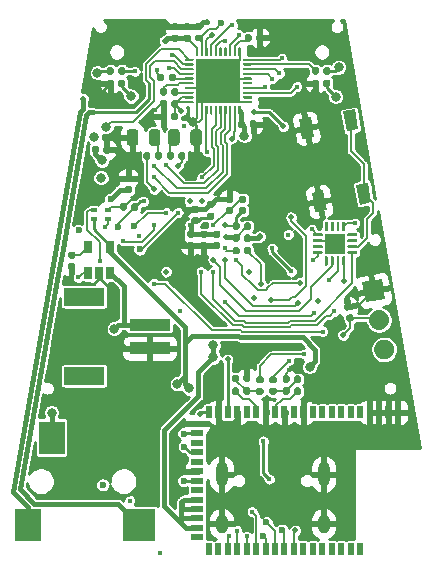
<source format=gbr>
G04 #@! TF.GenerationSoftware,KiCad,Pcbnew,(5.99.0-2290-gd34f8fd4b)*
G04 #@! TF.CreationDate,2020-11-06T19:29:49+01:00*
G04 #@! TF.ProjectId,Tympan-Nya,54796d70-616e-42d4-9e79-612e6b696361,rev?*
G04 #@! TF.SameCoordinates,PX6d878d0PY72e6100*
G04 #@! TF.FileFunction,Copper,L1,Top*
G04 #@! TF.FilePolarity,Positive*
%FSLAX46Y46*%
G04 Gerber Fmt 4.6, Leading zero omitted, Abs format (unit mm)*
G04 Created by KiCad (PCBNEW (5.99.0-2290-gd34f8fd4b)) date 2020-11-06 19:29:49*
%MOMM*%
%LPD*%
G01*
G04 APERTURE LIST*
G04 #@! TA.AperFunction,SMDPad,CuDef*
%ADD10R,3.800000X3.800000*%
G04 #@! TD*
G04 #@! TA.AperFunction,ComponentPad*
%ADD11O,1.000000X1.600000*%
G04 #@! TD*
G04 #@! TA.AperFunction,ComponentPad*
%ADD12O,1.000000X2.100000*%
G04 #@! TD*
G04 #@! TA.AperFunction,SMDPad,CuDef*
%ADD13R,2.200000X2.800000*%
G04 #@! TD*
G04 #@! TA.AperFunction,SMDPad,CuDef*
%ADD14R,2.800000X2.800000*%
G04 #@! TD*
G04 #@! TA.AperFunction,SMDPad,CuDef*
%ADD15R,0.650000X1.060000*%
G04 #@! TD*
G04 #@! TA.AperFunction,SMDPad,CuDef*
%ADD16R,1.700000X1.700000*%
G04 #@! TD*
G04 #@! TA.AperFunction,SMDPad,CuDef*
%ADD17R,0.600000X1.000000*%
G04 #@! TD*
G04 #@! TA.AperFunction,SMDPad,CuDef*
%ADD18R,1.000000X0.600000*%
G04 #@! TD*
G04 #@! TA.AperFunction,SMDPad,CuDef*
%ADD19R,0.500000X0.400000*%
G04 #@! TD*
G04 #@! TA.AperFunction,SMDPad,CuDef*
%ADD20R,3.500000X1.000000*%
G04 #@! TD*
G04 #@! TA.AperFunction,SMDPad,CuDef*
%ADD21R,3.400000X1.500000*%
G04 #@! TD*
G04 #@! TA.AperFunction,ViaPad*
%ADD22C,0.800000*%
G04 #@! TD*
G04 #@! TA.AperFunction,ViaPad*
%ADD23C,0.450000*%
G04 #@! TD*
G04 #@! TA.AperFunction,ViaPad*
%ADD24C,0.500000*%
G04 #@! TD*
G04 #@! TA.AperFunction,ViaPad*
%ADD25C,0.600000*%
G04 #@! TD*
G04 #@! TA.AperFunction,Conductor*
%ADD26C,0.177800*%
G04 #@! TD*
G04 #@! TA.AperFunction,Conductor*
%ADD27C,0.381000*%
G04 #@! TD*
G04 #@! TA.AperFunction,Conductor*
%ADD28C,0.127000*%
G04 #@! TD*
G04 #@! TA.AperFunction,Conductor*
%ADD29C,0.203200*%
G04 #@! TD*
G04 #@! TA.AperFunction,Conductor*
%ADD30C,0.254000*%
G04 #@! TD*
G04 #@! TA.AperFunction,Conductor*
%ADD31C,0.250000*%
G04 #@! TD*
G04 APERTURE END LIST*
D10*
X-23591000Y47898000D03*
G04 #@! TA.AperFunction,SMDPad,CuDef*
G36*
G01*
X-25741000Y45998000D02*
X-26391000Y45998000D01*
G75*
G02*
X-26441000Y46048000I0J50000D01*
G01*
X-26441000Y46148000D01*
G75*
G02*
X-26391000Y46198000I50000J0D01*
G01*
X-25741000Y46198000D01*
G75*
G02*
X-25691000Y46148000I0J-50000D01*
G01*
X-25691000Y46048000D01*
G75*
G02*
X-25741000Y45998000I-50000J0D01*
G01*
G37*
G04 #@! TD.AperFunction*
G04 #@! TA.AperFunction,SMDPad,CuDef*
G36*
G01*
X-25741000Y46398000D02*
X-26391000Y46398000D01*
G75*
G02*
X-26441000Y46448000I0J50000D01*
G01*
X-26441000Y46548000D01*
G75*
G02*
X-26391000Y46598000I50000J0D01*
G01*
X-25741000Y46598000D01*
G75*
G02*
X-25691000Y46548000I0J-50000D01*
G01*
X-25691000Y46448000D01*
G75*
G02*
X-25741000Y46398000I-50000J0D01*
G01*
G37*
G04 #@! TD.AperFunction*
G04 #@! TA.AperFunction,SMDPad,CuDef*
G36*
G01*
X-25741000Y46798000D02*
X-26391000Y46798000D01*
G75*
G02*
X-26441000Y46848000I0J50000D01*
G01*
X-26441000Y46948000D01*
G75*
G02*
X-26391000Y46998000I50000J0D01*
G01*
X-25741000Y46998000D01*
G75*
G02*
X-25691000Y46948000I0J-50000D01*
G01*
X-25691000Y46848000D01*
G75*
G02*
X-25741000Y46798000I-50000J0D01*
G01*
G37*
G04 #@! TD.AperFunction*
G04 #@! TA.AperFunction,SMDPad,CuDef*
G36*
G01*
X-25741000Y47198000D02*
X-26391000Y47198000D01*
G75*
G02*
X-26441000Y47248000I0J50000D01*
G01*
X-26441000Y47348000D01*
G75*
G02*
X-26391000Y47398000I50000J0D01*
G01*
X-25741000Y47398000D01*
G75*
G02*
X-25691000Y47348000I0J-50000D01*
G01*
X-25691000Y47248000D01*
G75*
G02*
X-25741000Y47198000I-50000J0D01*
G01*
G37*
G04 #@! TD.AperFunction*
G04 #@! TA.AperFunction,SMDPad,CuDef*
G36*
G01*
X-25741000Y47598000D02*
X-26391000Y47598000D01*
G75*
G02*
X-26441000Y47648000I0J50000D01*
G01*
X-26441000Y47748000D01*
G75*
G02*
X-26391000Y47798000I50000J0D01*
G01*
X-25741000Y47798000D01*
G75*
G02*
X-25691000Y47748000I0J-50000D01*
G01*
X-25691000Y47648000D01*
G75*
G02*
X-25741000Y47598000I-50000J0D01*
G01*
G37*
G04 #@! TD.AperFunction*
G04 #@! TA.AperFunction,SMDPad,CuDef*
G36*
G01*
X-25741000Y47998000D02*
X-26391000Y47998000D01*
G75*
G02*
X-26441000Y48048000I0J50000D01*
G01*
X-26441000Y48148000D01*
G75*
G02*
X-26391000Y48198000I50000J0D01*
G01*
X-25741000Y48198000D01*
G75*
G02*
X-25691000Y48148000I0J-50000D01*
G01*
X-25691000Y48048000D01*
G75*
G02*
X-25741000Y47998000I-50000J0D01*
G01*
G37*
G04 #@! TD.AperFunction*
G04 #@! TA.AperFunction,SMDPad,CuDef*
G36*
G01*
X-25741000Y48398000D02*
X-26391000Y48398000D01*
G75*
G02*
X-26441000Y48448000I0J50000D01*
G01*
X-26441000Y48548000D01*
G75*
G02*
X-26391000Y48598000I50000J0D01*
G01*
X-25741000Y48598000D01*
G75*
G02*
X-25691000Y48548000I0J-50000D01*
G01*
X-25691000Y48448000D01*
G75*
G02*
X-25741000Y48398000I-50000J0D01*
G01*
G37*
G04 #@! TD.AperFunction*
G04 #@! TA.AperFunction,SMDPad,CuDef*
G36*
G01*
X-25741000Y48798000D02*
X-26391000Y48798000D01*
G75*
G02*
X-26441000Y48848000I0J50000D01*
G01*
X-26441000Y48948000D01*
G75*
G02*
X-26391000Y48998000I50000J0D01*
G01*
X-25741000Y48998000D01*
G75*
G02*
X-25691000Y48948000I0J-50000D01*
G01*
X-25691000Y48848000D01*
G75*
G02*
X-25741000Y48798000I-50000J0D01*
G01*
G37*
G04 #@! TD.AperFunction*
G04 #@! TA.AperFunction,SMDPad,CuDef*
G36*
G01*
X-25741000Y49198000D02*
X-26391000Y49198000D01*
G75*
G02*
X-26441000Y49248000I0J50000D01*
G01*
X-26441000Y49348000D01*
G75*
G02*
X-26391000Y49398000I50000J0D01*
G01*
X-25741000Y49398000D01*
G75*
G02*
X-25691000Y49348000I0J-50000D01*
G01*
X-25691000Y49248000D01*
G75*
G02*
X-25741000Y49198000I-50000J0D01*
G01*
G37*
G04 #@! TD.AperFunction*
G04 #@! TA.AperFunction,SMDPad,CuDef*
G36*
G01*
X-25741000Y49598000D02*
X-26391000Y49598000D01*
G75*
G02*
X-26441000Y49648000I0J50000D01*
G01*
X-26441000Y49748000D01*
G75*
G02*
X-26391000Y49798000I50000J0D01*
G01*
X-25741000Y49798000D01*
G75*
G02*
X-25691000Y49748000I0J-50000D01*
G01*
X-25691000Y49648000D01*
G75*
G02*
X-25741000Y49598000I-50000J0D01*
G01*
G37*
G04 #@! TD.AperFunction*
G04 #@! TA.AperFunction,SMDPad,CuDef*
G36*
G01*
X-25341000Y49998000D02*
X-25441000Y49998000D01*
G75*
G02*
X-25491000Y50048000I0J50000D01*
G01*
X-25491000Y50698000D01*
G75*
G02*
X-25441000Y50748000I50000J0D01*
G01*
X-25341000Y50748000D01*
G75*
G02*
X-25291000Y50698000I0J-50000D01*
G01*
X-25291000Y50048000D01*
G75*
G02*
X-25341000Y49998000I-50000J0D01*
G01*
G37*
G04 #@! TD.AperFunction*
G04 #@! TA.AperFunction,SMDPad,CuDef*
G36*
G01*
X-24941000Y49998000D02*
X-25041000Y49998000D01*
G75*
G02*
X-25091000Y50048000I0J50000D01*
G01*
X-25091000Y50698000D01*
G75*
G02*
X-25041000Y50748000I50000J0D01*
G01*
X-24941000Y50748000D01*
G75*
G02*
X-24891000Y50698000I0J-50000D01*
G01*
X-24891000Y50048000D01*
G75*
G02*
X-24941000Y49998000I-50000J0D01*
G01*
G37*
G04 #@! TD.AperFunction*
G04 #@! TA.AperFunction,SMDPad,CuDef*
G36*
G01*
X-24541000Y49998000D02*
X-24641000Y49998000D01*
G75*
G02*
X-24691000Y50048000I0J50000D01*
G01*
X-24691000Y50698000D01*
G75*
G02*
X-24641000Y50748000I50000J0D01*
G01*
X-24541000Y50748000D01*
G75*
G02*
X-24491000Y50698000I0J-50000D01*
G01*
X-24491000Y50048000D01*
G75*
G02*
X-24541000Y49998000I-50000J0D01*
G01*
G37*
G04 #@! TD.AperFunction*
G04 #@! TA.AperFunction,SMDPad,CuDef*
G36*
G01*
X-24141000Y49998000D02*
X-24241000Y49998000D01*
G75*
G02*
X-24291000Y50048000I0J50000D01*
G01*
X-24291000Y50698000D01*
G75*
G02*
X-24241000Y50748000I50000J0D01*
G01*
X-24141000Y50748000D01*
G75*
G02*
X-24091000Y50698000I0J-50000D01*
G01*
X-24091000Y50048000D01*
G75*
G02*
X-24141000Y49998000I-50000J0D01*
G01*
G37*
G04 #@! TD.AperFunction*
G04 #@! TA.AperFunction,SMDPad,CuDef*
G36*
G01*
X-23741000Y49998000D02*
X-23841000Y49998000D01*
G75*
G02*
X-23891000Y50048000I0J50000D01*
G01*
X-23891000Y50698000D01*
G75*
G02*
X-23841000Y50748000I50000J0D01*
G01*
X-23741000Y50748000D01*
G75*
G02*
X-23691000Y50698000I0J-50000D01*
G01*
X-23691000Y50048000D01*
G75*
G02*
X-23741000Y49998000I-50000J0D01*
G01*
G37*
G04 #@! TD.AperFunction*
G04 #@! TA.AperFunction,SMDPad,CuDef*
G36*
G01*
X-23341000Y49998000D02*
X-23441000Y49998000D01*
G75*
G02*
X-23491000Y50048000I0J50000D01*
G01*
X-23491000Y50698000D01*
G75*
G02*
X-23441000Y50748000I50000J0D01*
G01*
X-23341000Y50748000D01*
G75*
G02*
X-23291000Y50698000I0J-50000D01*
G01*
X-23291000Y50048000D01*
G75*
G02*
X-23341000Y49998000I-50000J0D01*
G01*
G37*
G04 #@! TD.AperFunction*
G04 #@! TA.AperFunction,SMDPad,CuDef*
G36*
G01*
X-22941000Y49998000D02*
X-23041000Y49998000D01*
G75*
G02*
X-23091000Y50048000I0J50000D01*
G01*
X-23091000Y50698000D01*
G75*
G02*
X-23041000Y50748000I50000J0D01*
G01*
X-22941000Y50748000D01*
G75*
G02*
X-22891000Y50698000I0J-50000D01*
G01*
X-22891000Y50048000D01*
G75*
G02*
X-22941000Y49998000I-50000J0D01*
G01*
G37*
G04 #@! TD.AperFunction*
G04 #@! TA.AperFunction,SMDPad,CuDef*
G36*
G01*
X-22541000Y49998000D02*
X-22641000Y49998000D01*
G75*
G02*
X-22691000Y50048000I0J50000D01*
G01*
X-22691000Y50698000D01*
G75*
G02*
X-22641000Y50748000I50000J0D01*
G01*
X-22541000Y50748000D01*
G75*
G02*
X-22491000Y50698000I0J-50000D01*
G01*
X-22491000Y50048000D01*
G75*
G02*
X-22541000Y49998000I-50000J0D01*
G01*
G37*
G04 #@! TD.AperFunction*
G04 #@! TA.AperFunction,SMDPad,CuDef*
G36*
G01*
X-22141000Y49998000D02*
X-22241000Y49998000D01*
G75*
G02*
X-22291000Y50048000I0J50000D01*
G01*
X-22291000Y50698000D01*
G75*
G02*
X-22241000Y50748000I50000J0D01*
G01*
X-22141000Y50748000D01*
G75*
G02*
X-22091000Y50698000I0J-50000D01*
G01*
X-22091000Y50048000D01*
G75*
G02*
X-22141000Y49998000I-50000J0D01*
G01*
G37*
G04 #@! TD.AperFunction*
G04 #@! TA.AperFunction,SMDPad,CuDef*
G36*
G01*
X-21741000Y49998000D02*
X-21841000Y49998000D01*
G75*
G02*
X-21891000Y50048000I0J50000D01*
G01*
X-21891000Y50698000D01*
G75*
G02*
X-21841000Y50748000I50000J0D01*
G01*
X-21741000Y50748000D01*
G75*
G02*
X-21691000Y50698000I0J-50000D01*
G01*
X-21691000Y50048000D01*
G75*
G02*
X-21741000Y49998000I-50000J0D01*
G01*
G37*
G04 #@! TD.AperFunction*
G04 #@! TA.AperFunction,SMDPad,CuDef*
G36*
G01*
X-20791000Y49598000D02*
X-21441000Y49598000D01*
G75*
G02*
X-21491000Y49648000I0J50000D01*
G01*
X-21491000Y49748000D01*
G75*
G02*
X-21441000Y49798000I50000J0D01*
G01*
X-20791000Y49798000D01*
G75*
G02*
X-20741000Y49748000I0J-50000D01*
G01*
X-20741000Y49648000D01*
G75*
G02*
X-20791000Y49598000I-50000J0D01*
G01*
G37*
G04 #@! TD.AperFunction*
G04 #@! TA.AperFunction,SMDPad,CuDef*
G36*
G01*
X-20791000Y49198000D02*
X-21441000Y49198000D01*
G75*
G02*
X-21491000Y49248000I0J50000D01*
G01*
X-21491000Y49348000D01*
G75*
G02*
X-21441000Y49398000I50000J0D01*
G01*
X-20791000Y49398000D01*
G75*
G02*
X-20741000Y49348000I0J-50000D01*
G01*
X-20741000Y49248000D01*
G75*
G02*
X-20791000Y49198000I-50000J0D01*
G01*
G37*
G04 #@! TD.AperFunction*
G04 #@! TA.AperFunction,SMDPad,CuDef*
G36*
G01*
X-20791000Y48798000D02*
X-21441000Y48798000D01*
G75*
G02*
X-21491000Y48848000I0J50000D01*
G01*
X-21491000Y48948000D01*
G75*
G02*
X-21441000Y48998000I50000J0D01*
G01*
X-20791000Y48998000D01*
G75*
G02*
X-20741000Y48948000I0J-50000D01*
G01*
X-20741000Y48848000D01*
G75*
G02*
X-20791000Y48798000I-50000J0D01*
G01*
G37*
G04 #@! TD.AperFunction*
G04 #@! TA.AperFunction,SMDPad,CuDef*
G36*
G01*
X-20791000Y48398000D02*
X-21441000Y48398000D01*
G75*
G02*
X-21491000Y48448000I0J50000D01*
G01*
X-21491000Y48548000D01*
G75*
G02*
X-21441000Y48598000I50000J0D01*
G01*
X-20791000Y48598000D01*
G75*
G02*
X-20741000Y48548000I0J-50000D01*
G01*
X-20741000Y48448000D01*
G75*
G02*
X-20791000Y48398000I-50000J0D01*
G01*
G37*
G04 #@! TD.AperFunction*
G04 #@! TA.AperFunction,SMDPad,CuDef*
G36*
G01*
X-20791000Y47998000D02*
X-21441000Y47998000D01*
G75*
G02*
X-21491000Y48048000I0J50000D01*
G01*
X-21491000Y48148000D01*
G75*
G02*
X-21441000Y48198000I50000J0D01*
G01*
X-20791000Y48198000D01*
G75*
G02*
X-20741000Y48148000I0J-50000D01*
G01*
X-20741000Y48048000D01*
G75*
G02*
X-20791000Y47998000I-50000J0D01*
G01*
G37*
G04 #@! TD.AperFunction*
G04 #@! TA.AperFunction,SMDPad,CuDef*
G36*
G01*
X-20791000Y47598000D02*
X-21441000Y47598000D01*
G75*
G02*
X-21491000Y47648000I0J50000D01*
G01*
X-21491000Y47748000D01*
G75*
G02*
X-21441000Y47798000I50000J0D01*
G01*
X-20791000Y47798000D01*
G75*
G02*
X-20741000Y47748000I0J-50000D01*
G01*
X-20741000Y47648000D01*
G75*
G02*
X-20791000Y47598000I-50000J0D01*
G01*
G37*
G04 #@! TD.AperFunction*
G04 #@! TA.AperFunction,SMDPad,CuDef*
G36*
G01*
X-20791000Y47198000D02*
X-21441000Y47198000D01*
G75*
G02*
X-21491000Y47248000I0J50000D01*
G01*
X-21491000Y47348000D01*
G75*
G02*
X-21441000Y47398000I50000J0D01*
G01*
X-20791000Y47398000D01*
G75*
G02*
X-20741000Y47348000I0J-50000D01*
G01*
X-20741000Y47248000D01*
G75*
G02*
X-20791000Y47198000I-50000J0D01*
G01*
G37*
G04 #@! TD.AperFunction*
G04 #@! TA.AperFunction,SMDPad,CuDef*
G36*
G01*
X-20791000Y46798000D02*
X-21441000Y46798000D01*
G75*
G02*
X-21491000Y46848000I0J50000D01*
G01*
X-21491000Y46948000D01*
G75*
G02*
X-21441000Y46998000I50000J0D01*
G01*
X-20791000Y46998000D01*
G75*
G02*
X-20741000Y46948000I0J-50000D01*
G01*
X-20741000Y46848000D01*
G75*
G02*
X-20791000Y46798000I-50000J0D01*
G01*
G37*
G04 #@! TD.AperFunction*
G04 #@! TA.AperFunction,SMDPad,CuDef*
G36*
G01*
X-20791000Y46398000D02*
X-21441000Y46398000D01*
G75*
G02*
X-21491000Y46448000I0J50000D01*
G01*
X-21491000Y46548000D01*
G75*
G02*
X-21441000Y46598000I50000J0D01*
G01*
X-20791000Y46598000D01*
G75*
G02*
X-20741000Y46548000I0J-50000D01*
G01*
X-20741000Y46448000D01*
G75*
G02*
X-20791000Y46398000I-50000J0D01*
G01*
G37*
G04 #@! TD.AperFunction*
G04 #@! TA.AperFunction,SMDPad,CuDef*
G36*
G01*
X-20791000Y45998000D02*
X-21441000Y45998000D01*
G75*
G02*
X-21491000Y46048000I0J50000D01*
G01*
X-21491000Y46148000D01*
G75*
G02*
X-21441000Y46198000I50000J0D01*
G01*
X-20791000Y46198000D01*
G75*
G02*
X-20741000Y46148000I0J-50000D01*
G01*
X-20741000Y46048000D01*
G75*
G02*
X-20791000Y45998000I-50000J0D01*
G01*
G37*
G04 #@! TD.AperFunction*
G04 #@! TA.AperFunction,SMDPad,CuDef*
G36*
G01*
X-21741000Y45048000D02*
X-21841000Y45048000D01*
G75*
G02*
X-21891000Y45098000I0J50000D01*
G01*
X-21891000Y45748000D01*
G75*
G02*
X-21841000Y45798000I50000J0D01*
G01*
X-21741000Y45798000D01*
G75*
G02*
X-21691000Y45748000I0J-50000D01*
G01*
X-21691000Y45098000D01*
G75*
G02*
X-21741000Y45048000I-50000J0D01*
G01*
G37*
G04 #@! TD.AperFunction*
G04 #@! TA.AperFunction,SMDPad,CuDef*
G36*
G01*
X-22141000Y45048000D02*
X-22241000Y45048000D01*
G75*
G02*
X-22291000Y45098000I0J50000D01*
G01*
X-22291000Y45748000D01*
G75*
G02*
X-22241000Y45798000I50000J0D01*
G01*
X-22141000Y45798000D01*
G75*
G02*
X-22091000Y45748000I0J-50000D01*
G01*
X-22091000Y45098000D01*
G75*
G02*
X-22141000Y45048000I-50000J0D01*
G01*
G37*
G04 #@! TD.AperFunction*
G04 #@! TA.AperFunction,SMDPad,CuDef*
G36*
G01*
X-22541000Y45048000D02*
X-22641000Y45048000D01*
G75*
G02*
X-22691000Y45098000I0J50000D01*
G01*
X-22691000Y45748000D01*
G75*
G02*
X-22641000Y45798000I50000J0D01*
G01*
X-22541000Y45798000D01*
G75*
G02*
X-22491000Y45748000I0J-50000D01*
G01*
X-22491000Y45098000D01*
G75*
G02*
X-22541000Y45048000I-50000J0D01*
G01*
G37*
G04 #@! TD.AperFunction*
G04 #@! TA.AperFunction,SMDPad,CuDef*
G36*
G01*
X-22941000Y45048000D02*
X-23041000Y45048000D01*
G75*
G02*
X-23091000Y45098000I0J50000D01*
G01*
X-23091000Y45748000D01*
G75*
G02*
X-23041000Y45798000I50000J0D01*
G01*
X-22941000Y45798000D01*
G75*
G02*
X-22891000Y45748000I0J-50000D01*
G01*
X-22891000Y45098000D01*
G75*
G02*
X-22941000Y45048000I-50000J0D01*
G01*
G37*
G04 #@! TD.AperFunction*
G04 #@! TA.AperFunction,SMDPad,CuDef*
G36*
G01*
X-23341000Y45048000D02*
X-23441000Y45048000D01*
G75*
G02*
X-23491000Y45098000I0J50000D01*
G01*
X-23491000Y45748000D01*
G75*
G02*
X-23441000Y45798000I50000J0D01*
G01*
X-23341000Y45798000D01*
G75*
G02*
X-23291000Y45748000I0J-50000D01*
G01*
X-23291000Y45098000D01*
G75*
G02*
X-23341000Y45048000I-50000J0D01*
G01*
G37*
G04 #@! TD.AperFunction*
G04 #@! TA.AperFunction,SMDPad,CuDef*
G36*
G01*
X-23741000Y45048000D02*
X-23841000Y45048000D01*
G75*
G02*
X-23891000Y45098000I0J50000D01*
G01*
X-23891000Y45748000D01*
G75*
G02*
X-23841000Y45798000I50000J0D01*
G01*
X-23741000Y45798000D01*
G75*
G02*
X-23691000Y45748000I0J-50000D01*
G01*
X-23691000Y45098000D01*
G75*
G02*
X-23741000Y45048000I-50000J0D01*
G01*
G37*
G04 #@! TD.AperFunction*
G04 #@! TA.AperFunction,SMDPad,CuDef*
G36*
G01*
X-24141000Y45048000D02*
X-24241000Y45048000D01*
G75*
G02*
X-24291000Y45098000I0J50000D01*
G01*
X-24291000Y45748000D01*
G75*
G02*
X-24241000Y45798000I50000J0D01*
G01*
X-24141000Y45798000D01*
G75*
G02*
X-24091000Y45748000I0J-50000D01*
G01*
X-24091000Y45098000D01*
G75*
G02*
X-24141000Y45048000I-50000J0D01*
G01*
G37*
G04 #@! TD.AperFunction*
G04 #@! TA.AperFunction,SMDPad,CuDef*
G36*
G01*
X-24541000Y45048000D02*
X-24641000Y45048000D01*
G75*
G02*
X-24691000Y45098000I0J50000D01*
G01*
X-24691000Y45748000D01*
G75*
G02*
X-24641000Y45798000I50000J0D01*
G01*
X-24541000Y45798000D01*
G75*
G02*
X-24491000Y45748000I0J-50000D01*
G01*
X-24491000Y45098000D01*
G75*
G02*
X-24541000Y45048000I-50000J0D01*
G01*
G37*
G04 #@! TD.AperFunction*
G04 #@! TA.AperFunction,SMDPad,CuDef*
G36*
G01*
X-24941000Y45048000D02*
X-25041000Y45048000D01*
G75*
G02*
X-25091000Y45098000I0J50000D01*
G01*
X-25091000Y45748000D01*
G75*
G02*
X-25041000Y45798000I50000J0D01*
G01*
X-24941000Y45798000D01*
G75*
G02*
X-24891000Y45748000I0J-50000D01*
G01*
X-24891000Y45098000D01*
G75*
G02*
X-24941000Y45048000I-50000J0D01*
G01*
G37*
G04 #@! TD.AperFunction*
G04 #@! TA.AperFunction,SMDPad,CuDef*
G36*
G01*
X-25341000Y45048000D02*
X-25441000Y45048000D01*
G75*
G02*
X-25491000Y45098000I0J50000D01*
G01*
X-25491000Y45748000D01*
G75*
G02*
X-25441000Y45798000I50000J0D01*
G01*
X-25341000Y45798000D01*
G75*
G02*
X-25291000Y45748000I0J-50000D01*
G01*
X-25291000Y45098000D01*
G75*
G02*
X-25341000Y45048000I-50000J0D01*
G01*
G37*
G04 #@! TD.AperFunction*
G04 #@! TA.AperFunction,SMDPad,CuDef*
G36*
X-15671348Y38448587D02*
G01*
X-14686540Y38622235D01*
X-14391338Y36948061D01*
X-15376146Y36774413D01*
X-15671348Y38448587D01*
G37*
G04 #@! TD.AperFunction*
G04 #@! TA.AperFunction,SMDPad,CuDef*
G36*
X-16765331Y44652876D02*
G01*
X-15780523Y44826524D01*
X-15485321Y43152350D01*
X-16470129Y42978702D01*
X-16765331Y44652876D01*
G37*
G04 #@! TD.AperFunction*
G04 #@! TA.AperFunction,SMDPad,CuDef*
G36*
X-11929079Y39108450D02*
G01*
X-10944271Y39282098D01*
X-10649069Y37607924D01*
X-11633877Y37434276D01*
X-11929079Y39108450D01*
G37*
G04 #@! TD.AperFunction*
G04 #@! TA.AperFunction,SMDPad,CuDef*
G36*
X-13023062Y45312739D02*
G01*
X-12038254Y45486387D01*
X-11743052Y43812213D01*
X-12727860Y43638565D01*
X-13023062Y45312739D01*
G37*
G04 #@! TD.AperFunction*
G04 #@! TA.AperFunction,SMDPad,CuDef*
G36*
G01*
X-29462400Y42655350D02*
X-29462400Y43567850D01*
G75*
G02*
X-29218650Y43811600I243750J0D01*
G01*
X-28731150Y43811600D01*
G75*
G02*
X-28487400Y43567850I0J-243750D01*
G01*
X-28487400Y42655350D01*
G75*
G02*
X-28731150Y42411600I-243750J0D01*
G01*
X-29218650Y42411600D01*
G75*
G02*
X-29462400Y42655350I0J243750D01*
G01*
G37*
G04 #@! TD.AperFunction*
G04 #@! TA.AperFunction,SMDPad,CuDef*
G36*
G01*
X-31337400Y42655350D02*
X-31337400Y43567850D01*
G75*
G02*
X-31093650Y43811600I243750J0D01*
G01*
X-30606150Y43811600D01*
G75*
G02*
X-30362400Y43567850I0J-243750D01*
G01*
X-30362400Y42655350D01*
G75*
G02*
X-30606150Y42411600I-243750J0D01*
G01*
X-31093650Y42411600D01*
G75*
G02*
X-31337400Y42655350I0J243750D01*
G01*
G37*
G04 #@! TD.AperFunction*
G04 #@! TA.AperFunction,SMDPad,CuDef*
G36*
G01*
X-26857200Y43567850D02*
X-26857200Y42655350D01*
G75*
G02*
X-27100950Y42411600I-243750J0D01*
G01*
X-27588450Y42411600D01*
G75*
G02*
X-27832200Y42655350I0J243750D01*
G01*
X-27832200Y43567850D01*
G75*
G02*
X-27588450Y43811600I243750J0D01*
G01*
X-27100950Y43811600D01*
G75*
G02*
X-26857200Y43567850I0J-243750D01*
G01*
G37*
G04 #@! TD.AperFunction*
G04 #@! TA.AperFunction,SMDPad,CuDef*
G36*
G01*
X-24982200Y43567850D02*
X-24982200Y42655350D01*
G75*
G02*
X-25225950Y42411600I-243750J0D01*
G01*
X-25713450Y42411600D01*
G75*
G02*
X-25957200Y42655350I0J243750D01*
G01*
X-25957200Y43567850D01*
G75*
G02*
X-25713450Y43811600I243750J0D01*
G01*
X-25225950Y43811600D01*
G75*
G02*
X-24982200Y43567850I0J-243750D01*
G01*
G37*
G04 #@! TD.AperFunction*
D11*
X-23310400Y10413200D03*
X-14670400Y10413200D03*
D12*
X-14670400Y14593200D03*
X-23310400Y14593200D03*
D13*
X-37710000Y17703200D03*
X-39710000Y10303200D03*
D14*
X-30310000Y10303200D03*
D15*
X-34621600Y33873800D03*
X-32721600Y33873800D03*
X-32721600Y31673800D03*
X-33671600Y31673800D03*
X-34621600Y31673800D03*
G04 #@! TA.AperFunction,ComponentPad*
G36*
G01*
X-10385554Y25007176D02*
X-10385554Y25007176D01*
G75*
G02*
X-9696068Y25991864I837087J147601D01*
G01*
X-9696068Y25991864D01*
G75*
G02*
X-8711380Y25302378I147601J-837087D01*
G01*
X-8711380Y25302378D01*
G75*
G02*
X-9400866Y24317690I-837087J-147601D01*
G01*
X-9400866Y24317690D01*
G75*
G02*
X-10385554Y25007176I-147601J837087D01*
G01*
G37*
G04 #@! TD.AperFunction*
G04 #@! TA.AperFunction,ComponentPad*
G36*
G01*
X-10826621Y27508587D02*
X-10826621Y27508587D01*
G75*
G02*
X-10137135Y28493275I837087J147601D01*
G01*
X-10137135Y28493275D01*
G75*
G02*
X-9152447Y27803789I147601J-837087D01*
G01*
X-9152447Y27803789D01*
G75*
G02*
X-9841933Y26819101I-837087J-147601D01*
G01*
X-9841933Y26819101D01*
G75*
G02*
X-10826621Y27508587I-147601J837087D01*
G01*
G37*
G04 #@! TD.AperFunction*
G04 #@! TA.AperFunction,ComponentPad*
G36*
X-11120086Y29172912D02*
G01*
X-11415288Y30847086D01*
X-9741114Y31142288D01*
X-9445912Y29468114D01*
X-11120086Y29172912D01*
G37*
G04 #@! TD.AperFunction*
G04 #@! TA.AperFunction,SMDPad,CuDef*
G36*
G01*
X-15582200Y34807500D02*
X-15582200Y34932500D01*
G75*
G02*
X-15519700Y34995000I62500J0D01*
G01*
X-14819700Y34995000D01*
G75*
G02*
X-14757200Y34932500I0J-62500D01*
G01*
X-14757200Y34807500D01*
G75*
G02*
X-14819700Y34745000I-62500J0D01*
G01*
X-15519700Y34745000D01*
G75*
G02*
X-15582200Y34807500I0J62500D01*
G01*
G37*
G04 #@! TD.AperFunction*
G04 #@! TA.AperFunction,SMDPad,CuDef*
G36*
G01*
X-15582200Y34307500D02*
X-15582200Y34432500D01*
G75*
G02*
X-15519700Y34495000I62500J0D01*
G01*
X-14819700Y34495000D01*
G75*
G02*
X-14757200Y34432500I0J-62500D01*
G01*
X-14757200Y34307500D01*
G75*
G02*
X-14819700Y34245000I-62500J0D01*
G01*
X-15519700Y34245000D01*
G75*
G02*
X-15582200Y34307500I0J62500D01*
G01*
G37*
G04 #@! TD.AperFunction*
G04 #@! TA.AperFunction,SMDPad,CuDef*
G36*
G01*
X-15582200Y33807500D02*
X-15582200Y33932500D01*
G75*
G02*
X-15519700Y33995000I62500J0D01*
G01*
X-14819700Y33995000D01*
G75*
G02*
X-14757200Y33932500I0J-62500D01*
G01*
X-14757200Y33807500D01*
G75*
G02*
X-14819700Y33745000I-62500J0D01*
G01*
X-15519700Y33745000D01*
G75*
G02*
X-15582200Y33807500I0J62500D01*
G01*
G37*
G04 #@! TD.AperFunction*
G04 #@! TA.AperFunction,SMDPad,CuDef*
G36*
G01*
X-15582200Y33307500D02*
X-15582200Y33432500D01*
G75*
G02*
X-15519700Y33495000I62500J0D01*
G01*
X-14819700Y33495000D01*
G75*
G02*
X-14757200Y33432500I0J-62500D01*
G01*
X-14757200Y33307500D01*
G75*
G02*
X-14819700Y33245000I-62500J0D01*
G01*
X-15519700Y33245000D01*
G75*
G02*
X-15582200Y33307500I0J62500D01*
G01*
G37*
G04 #@! TD.AperFunction*
G04 #@! TA.AperFunction,SMDPad,CuDef*
G36*
G01*
X-14582200Y32307500D02*
X-14582200Y33007500D01*
G75*
G02*
X-14519700Y33070000I62500J0D01*
G01*
X-14394700Y33070000D01*
G75*
G02*
X-14332200Y33007500I0J-62500D01*
G01*
X-14332200Y32307500D01*
G75*
G02*
X-14394700Y32245000I-62500J0D01*
G01*
X-14519700Y32245000D01*
G75*
G02*
X-14582200Y32307500I0J62500D01*
G01*
G37*
G04 #@! TD.AperFunction*
G04 #@! TA.AperFunction,SMDPad,CuDef*
G36*
G01*
X-14082200Y32307500D02*
X-14082200Y33007500D01*
G75*
G02*
X-14019700Y33070000I62500J0D01*
G01*
X-13894700Y33070000D01*
G75*
G02*
X-13832200Y33007500I0J-62500D01*
G01*
X-13832200Y32307500D01*
G75*
G02*
X-13894700Y32245000I-62500J0D01*
G01*
X-14019700Y32245000D01*
G75*
G02*
X-14082200Y32307500I0J62500D01*
G01*
G37*
G04 #@! TD.AperFunction*
G04 #@! TA.AperFunction,SMDPad,CuDef*
G36*
G01*
X-13582200Y32307500D02*
X-13582200Y33007500D01*
G75*
G02*
X-13519700Y33070000I62500J0D01*
G01*
X-13394700Y33070000D01*
G75*
G02*
X-13332200Y33007500I0J-62500D01*
G01*
X-13332200Y32307500D01*
G75*
G02*
X-13394700Y32245000I-62500J0D01*
G01*
X-13519700Y32245000D01*
G75*
G02*
X-13582200Y32307500I0J62500D01*
G01*
G37*
G04 #@! TD.AperFunction*
G04 #@! TA.AperFunction,SMDPad,CuDef*
G36*
G01*
X-13082200Y32307500D02*
X-13082200Y33007500D01*
G75*
G02*
X-13019700Y33070000I62500J0D01*
G01*
X-12894700Y33070000D01*
G75*
G02*
X-12832200Y33007500I0J-62500D01*
G01*
X-12832200Y32307500D01*
G75*
G02*
X-12894700Y32245000I-62500J0D01*
G01*
X-13019700Y32245000D01*
G75*
G02*
X-13082200Y32307500I0J62500D01*
G01*
G37*
G04 #@! TD.AperFunction*
G04 #@! TA.AperFunction,SMDPad,CuDef*
G36*
G01*
X-12657200Y33307500D02*
X-12657200Y33432500D01*
G75*
G02*
X-12594700Y33495000I62500J0D01*
G01*
X-11894700Y33495000D01*
G75*
G02*
X-11832200Y33432500I0J-62500D01*
G01*
X-11832200Y33307500D01*
G75*
G02*
X-11894700Y33245000I-62500J0D01*
G01*
X-12594700Y33245000D01*
G75*
G02*
X-12657200Y33307500I0J62500D01*
G01*
G37*
G04 #@! TD.AperFunction*
G04 #@! TA.AperFunction,SMDPad,CuDef*
G36*
G01*
X-12657200Y33807500D02*
X-12657200Y33932500D01*
G75*
G02*
X-12594700Y33995000I62500J0D01*
G01*
X-11894700Y33995000D01*
G75*
G02*
X-11832200Y33932500I0J-62500D01*
G01*
X-11832200Y33807500D01*
G75*
G02*
X-11894700Y33745000I-62500J0D01*
G01*
X-12594700Y33745000D01*
G75*
G02*
X-12657200Y33807500I0J62500D01*
G01*
G37*
G04 #@! TD.AperFunction*
G04 #@! TA.AperFunction,SMDPad,CuDef*
G36*
G01*
X-12657200Y34307500D02*
X-12657200Y34432500D01*
G75*
G02*
X-12594700Y34495000I62500J0D01*
G01*
X-11894700Y34495000D01*
G75*
G02*
X-11832200Y34432500I0J-62500D01*
G01*
X-11832200Y34307500D01*
G75*
G02*
X-11894700Y34245000I-62500J0D01*
G01*
X-12594700Y34245000D01*
G75*
G02*
X-12657200Y34307500I0J62500D01*
G01*
G37*
G04 #@! TD.AperFunction*
G04 #@! TA.AperFunction,SMDPad,CuDef*
G36*
G01*
X-12657200Y34807500D02*
X-12657200Y34932500D01*
G75*
G02*
X-12594700Y34995000I62500J0D01*
G01*
X-11894700Y34995000D01*
G75*
G02*
X-11832200Y34932500I0J-62500D01*
G01*
X-11832200Y34807500D01*
G75*
G02*
X-11894700Y34745000I-62500J0D01*
G01*
X-12594700Y34745000D01*
G75*
G02*
X-12657200Y34807500I0J62500D01*
G01*
G37*
G04 #@! TD.AperFunction*
G04 #@! TA.AperFunction,SMDPad,CuDef*
G36*
G01*
X-13082200Y35232500D02*
X-13082200Y35932500D01*
G75*
G02*
X-13019700Y35995000I62500J0D01*
G01*
X-12894700Y35995000D01*
G75*
G02*
X-12832200Y35932500I0J-62500D01*
G01*
X-12832200Y35232500D01*
G75*
G02*
X-12894700Y35170000I-62500J0D01*
G01*
X-13019700Y35170000D01*
G75*
G02*
X-13082200Y35232500I0J62500D01*
G01*
G37*
G04 #@! TD.AperFunction*
G04 #@! TA.AperFunction,SMDPad,CuDef*
G36*
G01*
X-13582200Y35232500D02*
X-13582200Y35932500D01*
G75*
G02*
X-13519700Y35995000I62500J0D01*
G01*
X-13394700Y35995000D01*
G75*
G02*
X-13332200Y35932500I0J-62500D01*
G01*
X-13332200Y35232500D01*
G75*
G02*
X-13394700Y35170000I-62500J0D01*
G01*
X-13519700Y35170000D01*
G75*
G02*
X-13582200Y35232500I0J62500D01*
G01*
G37*
G04 #@! TD.AperFunction*
G04 #@! TA.AperFunction,SMDPad,CuDef*
G36*
G01*
X-14082200Y35232500D02*
X-14082200Y35932500D01*
G75*
G02*
X-14019700Y35995000I62500J0D01*
G01*
X-13894700Y35995000D01*
G75*
G02*
X-13832200Y35932500I0J-62500D01*
G01*
X-13832200Y35232500D01*
G75*
G02*
X-13894700Y35170000I-62500J0D01*
G01*
X-14019700Y35170000D01*
G75*
G02*
X-14082200Y35232500I0J62500D01*
G01*
G37*
G04 #@! TD.AperFunction*
G04 #@! TA.AperFunction,SMDPad,CuDef*
G36*
G01*
X-14582200Y35232500D02*
X-14582200Y35932500D01*
G75*
G02*
X-14519700Y35995000I62500J0D01*
G01*
X-14394700Y35995000D01*
G75*
G02*
X-14332200Y35932500I0J-62500D01*
G01*
X-14332200Y35232500D01*
G75*
G02*
X-14394700Y35170000I-62500J0D01*
G01*
X-14519700Y35170000D01*
G75*
G02*
X-14582200Y35232500I0J62500D01*
G01*
G37*
G04 #@! TD.AperFunction*
D16*
X-13707200Y34120000D03*
G04 #@! TA.AperFunction,SMDPad,CuDef*
G36*
G01*
X-21467400Y22545300D02*
X-21467400Y22890300D01*
G75*
G02*
X-21319900Y23037800I147500J0D01*
G01*
X-21024900Y23037800D01*
G75*
G02*
X-20877400Y22890300I0J-147500D01*
G01*
X-20877400Y22545300D01*
G75*
G02*
X-21024900Y22397800I-147500J0D01*
G01*
X-21319900Y22397800D01*
G75*
G02*
X-21467400Y22545300I0J147500D01*
G01*
G37*
G04 #@! TD.AperFunction*
G04 #@! TA.AperFunction,SMDPad,CuDef*
G36*
G01*
X-22437400Y22545300D02*
X-22437400Y22890300D01*
G75*
G02*
X-22289900Y23037800I147500J0D01*
G01*
X-21994900Y23037800D01*
G75*
G02*
X-21847400Y22890300I0J-147500D01*
G01*
X-21847400Y22545300D01*
G75*
G02*
X-21994900Y22397800I-147500J0D01*
G01*
X-22289900Y22397800D01*
G75*
G02*
X-22437400Y22545300I0J147500D01*
G01*
G37*
G04 #@! TD.AperFunction*
G04 #@! TA.AperFunction,SMDPad,CuDef*
G36*
G01*
X-17554800Y22811700D02*
X-17554800Y22466700D01*
G75*
G02*
X-17702300Y22319200I-147500J0D01*
G01*
X-17997300Y22319200D01*
G75*
G02*
X-18144800Y22466700I0J147500D01*
G01*
X-18144800Y22811700D01*
G75*
G02*
X-17997300Y22959200I147500J0D01*
G01*
X-17702300Y22959200D01*
G75*
G02*
X-17554800Y22811700I0J-147500D01*
G01*
G37*
G04 #@! TD.AperFunction*
G04 #@! TA.AperFunction,SMDPad,CuDef*
G36*
G01*
X-16584800Y22811700D02*
X-16584800Y22466700D01*
G75*
G02*
X-16732300Y22319200I-147500J0D01*
G01*
X-17027300Y22319200D01*
G75*
G02*
X-17174800Y22466700I0J147500D01*
G01*
X-17174800Y22811700D01*
G75*
G02*
X-17027300Y22959200I147500J0D01*
G01*
X-16732300Y22959200D01*
G75*
G02*
X-16584800Y22811700I0J-147500D01*
G01*
G37*
G04 #@! TD.AperFunction*
G04 #@! TA.AperFunction,SMDPad,CuDef*
G36*
G01*
X-21467400Y21453100D02*
X-21467400Y21798100D01*
G75*
G02*
X-21319900Y21945600I147500J0D01*
G01*
X-21024900Y21945600D01*
G75*
G02*
X-20877400Y21798100I0J-147500D01*
G01*
X-20877400Y21453100D01*
G75*
G02*
X-21024900Y21305600I-147500J0D01*
G01*
X-21319900Y21305600D01*
G75*
G02*
X-21467400Y21453100I0J147500D01*
G01*
G37*
G04 #@! TD.AperFunction*
G04 #@! TA.AperFunction,SMDPad,CuDef*
G36*
G01*
X-22437400Y21453100D02*
X-22437400Y21798100D01*
G75*
G02*
X-22289900Y21945600I147500J0D01*
G01*
X-21994900Y21945600D01*
G75*
G02*
X-21847400Y21798100I0J-147500D01*
G01*
X-21847400Y21453100D01*
G75*
G02*
X-21994900Y21305600I-147500J0D01*
G01*
X-22289900Y21305600D01*
G75*
G02*
X-22437400Y21453100I0J147500D01*
G01*
G37*
G04 #@! TD.AperFunction*
G04 #@! TA.AperFunction,SMDPad,CuDef*
G36*
G01*
X-17554800Y21798100D02*
X-17554800Y21453100D01*
G75*
G02*
X-17702300Y21305600I-147500J0D01*
G01*
X-17997300Y21305600D01*
G75*
G02*
X-18144800Y21453100I0J147500D01*
G01*
X-18144800Y21798100D01*
G75*
G02*
X-17997300Y21945600I147500J0D01*
G01*
X-17702300Y21945600D01*
G75*
G02*
X-17554800Y21798100I0J-147500D01*
G01*
G37*
G04 #@! TD.AperFunction*
G04 #@! TA.AperFunction,SMDPad,CuDef*
G36*
G01*
X-16584800Y21798100D02*
X-16584800Y21453100D01*
G75*
G02*
X-16732300Y21305600I-147500J0D01*
G01*
X-17027300Y21305600D01*
G75*
G02*
X-17174800Y21453100I0J147500D01*
G01*
X-17174800Y21798100D01*
G75*
G02*
X-17027300Y21945600I147500J0D01*
G01*
X-16732300Y21945600D01*
G75*
G02*
X-16584800Y21798100I0J-147500D01*
G01*
G37*
G04 #@! TD.AperFunction*
G04 #@! TA.AperFunction,SMDPad,CuDef*
G36*
G01*
X-21416600Y35420700D02*
X-21416600Y35765700D01*
G75*
G02*
X-21269100Y35913200I147500J0D01*
G01*
X-20974100Y35913200D01*
G75*
G02*
X-20826600Y35765700I0J-147500D01*
G01*
X-20826600Y35420700D01*
G75*
G02*
X-20974100Y35273200I-147500J0D01*
G01*
X-21269100Y35273200D01*
G75*
G02*
X-21416600Y35420700I0J147500D01*
G01*
G37*
G04 #@! TD.AperFunction*
G04 #@! TA.AperFunction,SMDPad,CuDef*
G36*
G01*
X-22386600Y35420700D02*
X-22386600Y35765700D01*
G75*
G02*
X-22239100Y35913200I147500J0D01*
G01*
X-21944100Y35913200D01*
G75*
G02*
X-21796600Y35765700I0J-147500D01*
G01*
X-21796600Y35420700D01*
G75*
G02*
X-21944100Y35273200I-147500J0D01*
G01*
X-22239100Y35273200D01*
G75*
G02*
X-22386600Y35420700I0J147500D01*
G01*
G37*
G04 #@! TD.AperFunction*
G04 #@! TA.AperFunction,SMDPad,CuDef*
G36*
G01*
X-31321600Y37416700D02*
X-31321600Y37071700D01*
G75*
G02*
X-31469100Y36924200I-147500J0D01*
G01*
X-31764100Y36924200D01*
G75*
G02*
X-31911600Y37071700I0J147500D01*
G01*
X-31911600Y37416700D01*
G75*
G02*
X-31764100Y37564200I147500J0D01*
G01*
X-31469100Y37564200D01*
G75*
G02*
X-31321600Y37416700I0J-147500D01*
G01*
G37*
G04 #@! TD.AperFunction*
G04 #@! TA.AperFunction,SMDPad,CuDef*
G36*
G01*
X-30351600Y37416700D02*
X-30351600Y37071700D01*
G75*
G02*
X-30499100Y36924200I-147500J0D01*
G01*
X-30794100Y36924200D01*
G75*
G02*
X-30941600Y37071700I0J147500D01*
G01*
X-30941600Y37416700D01*
G75*
G02*
X-30794100Y37564200I147500J0D01*
G01*
X-30499100Y37564200D01*
G75*
G02*
X-30351600Y37416700I0J-147500D01*
G01*
G37*
G04 #@! TD.AperFunction*
G04 #@! TA.AperFunction,SMDPad,CuDef*
G36*
G01*
X-28960400Y41389700D02*
X-28960400Y41734700D01*
G75*
G02*
X-28812900Y41882200I147500J0D01*
G01*
X-28517900Y41882200D01*
G75*
G02*
X-28370400Y41734700I0J-147500D01*
G01*
X-28370400Y41389700D01*
G75*
G02*
X-28517900Y41242200I-147500J0D01*
G01*
X-28812900Y41242200D01*
G75*
G02*
X-28960400Y41389700I0J147500D01*
G01*
G37*
G04 #@! TD.AperFunction*
G04 #@! TA.AperFunction,SMDPad,CuDef*
G36*
G01*
X-29930400Y41389700D02*
X-29930400Y41734700D01*
G75*
G02*
X-29782900Y41882200I147500J0D01*
G01*
X-29487900Y41882200D01*
G75*
G02*
X-29340400Y41734700I0J-147500D01*
G01*
X-29340400Y41389700D01*
G75*
G02*
X-29487900Y41242200I-147500J0D01*
G01*
X-29782900Y41242200D01*
G75*
G02*
X-29930400Y41389700I0J147500D01*
G01*
G37*
G04 #@! TD.AperFunction*
G04 #@! TA.AperFunction,SMDPad,CuDef*
G36*
G01*
X-27359200Y41734700D02*
X-27359200Y41389700D01*
G75*
G02*
X-27506700Y41242200I-147500J0D01*
G01*
X-27801700Y41242200D01*
G75*
G02*
X-27949200Y41389700I0J147500D01*
G01*
X-27949200Y41734700D01*
G75*
G02*
X-27801700Y41882200I147500J0D01*
G01*
X-27506700Y41882200D01*
G75*
G02*
X-27359200Y41734700I0J-147500D01*
G01*
G37*
G04 #@! TD.AperFunction*
G04 #@! TA.AperFunction,SMDPad,CuDef*
G36*
G01*
X-26389200Y41734700D02*
X-26389200Y41389700D01*
G75*
G02*
X-26536700Y41242200I-147500J0D01*
G01*
X-26831700Y41242200D01*
G75*
G02*
X-26979200Y41389700I0J147500D01*
G01*
X-26979200Y41734700D01*
G75*
G02*
X-26831700Y41882200I147500J0D01*
G01*
X-26536700Y41882200D01*
G75*
G02*
X-26389200Y41734700I0J-147500D01*
G01*
G37*
G04 #@! TD.AperFunction*
G04 #@! TA.AperFunction,SMDPad,CuDef*
G36*
G01*
X-36180900Y32482200D02*
X-35835900Y32482200D01*
G75*
G02*
X-35688400Y32334700I0J-147500D01*
G01*
X-35688400Y32039700D01*
G75*
G02*
X-35835900Y31892200I-147500J0D01*
G01*
X-36180900Y31892200D01*
G75*
G02*
X-36328400Y32039700I0J147500D01*
G01*
X-36328400Y32334700D01*
G75*
G02*
X-36180900Y32482200I147500J0D01*
G01*
G37*
G04 #@! TD.AperFunction*
G04 #@! TA.AperFunction,SMDPad,CuDef*
G36*
G01*
X-36180900Y33452200D02*
X-35835900Y33452200D01*
G75*
G02*
X-35688400Y33304700I0J-147500D01*
G01*
X-35688400Y33009700D01*
G75*
G02*
X-35835900Y32862200I-147500J0D01*
G01*
X-36180900Y32862200D01*
G75*
G02*
X-36328400Y33009700I0J147500D01*
G01*
X-36328400Y33304700D01*
G75*
G02*
X-36180900Y33452200I147500J0D01*
G01*
G37*
G04 #@! TD.AperFunction*
G04 #@! TA.AperFunction,SMDPad,CuDef*
G36*
G01*
X-20255100Y21918200D02*
X-19910100Y21918200D01*
G75*
G02*
X-19762600Y21770700I0J-147500D01*
G01*
X-19762600Y21475700D01*
G75*
G02*
X-19910100Y21328200I-147500J0D01*
G01*
X-20255100Y21328200D01*
G75*
G02*
X-20402600Y21475700I0J147500D01*
G01*
X-20402600Y21770700D01*
G75*
G02*
X-20255100Y21918200I147500J0D01*
G01*
G37*
G04 #@! TD.AperFunction*
G04 #@! TA.AperFunction,SMDPad,CuDef*
G36*
G01*
X-20255100Y22888200D02*
X-19910100Y22888200D01*
G75*
G02*
X-19762600Y22740700I0J-147500D01*
G01*
X-19762600Y22445700D01*
G75*
G02*
X-19910100Y22298200I-147500J0D01*
G01*
X-20255100Y22298200D01*
G75*
G02*
X-20402600Y22445700I0J147500D01*
G01*
X-20402600Y22740700D01*
G75*
G02*
X-20255100Y22888200I147500J0D01*
G01*
G37*
G04 #@! TD.AperFunction*
G04 #@! TA.AperFunction,SMDPad,CuDef*
G36*
G01*
X-19137500Y21915800D02*
X-18792500Y21915800D01*
G75*
G02*
X-18645000Y21768300I0J-147500D01*
G01*
X-18645000Y21473300D01*
G75*
G02*
X-18792500Y21325800I-147500J0D01*
G01*
X-19137500Y21325800D01*
G75*
G02*
X-19285000Y21473300I0J147500D01*
G01*
X-19285000Y21768300D01*
G75*
G02*
X-19137500Y21915800I147500J0D01*
G01*
G37*
G04 #@! TD.AperFunction*
G04 #@! TA.AperFunction,SMDPad,CuDef*
G36*
G01*
X-19137500Y22885800D02*
X-18792500Y22885800D01*
G75*
G02*
X-18645000Y22738300I0J-147500D01*
G01*
X-18645000Y22443300D01*
G75*
G02*
X-18792500Y22295800I-147500J0D01*
G01*
X-19137500Y22295800D01*
G75*
G02*
X-19285000Y22443300I0J147500D01*
G01*
X-19285000Y22738300D01*
G75*
G02*
X-19137500Y22885800I147500J0D01*
G01*
G37*
G04 #@! TD.AperFunction*
G04 #@! TA.AperFunction,SMDPad,CuDef*
G36*
G01*
X-24061819Y37135086D02*
X-24406819Y37135086D01*
G75*
G02*
X-24554319Y37282586I0J147500D01*
G01*
X-24554319Y37577586D01*
G75*
G02*
X-24406819Y37725086I147500J0D01*
G01*
X-24061819Y37725086D01*
G75*
G02*
X-23914319Y37577586I0J-147500D01*
G01*
X-23914319Y37282586D01*
G75*
G02*
X-24061819Y37135086I-147500J0D01*
G01*
G37*
G04 #@! TD.AperFunction*
G04 #@! TA.AperFunction,SMDPad,CuDef*
G36*
G01*
X-24061819Y36165086D02*
X-24406819Y36165086D01*
G75*
G02*
X-24554319Y36312586I0J147500D01*
G01*
X-24554319Y36607586D01*
G75*
G02*
X-24406819Y36755086I147500J0D01*
G01*
X-24061819Y36755086D01*
G75*
G02*
X-23914319Y36607586I0J-147500D01*
G01*
X-23914319Y36312586D01*
G75*
G02*
X-24061819Y36165086I-147500J0D01*
G01*
G37*
G04 #@! TD.AperFunction*
G04 #@! TA.AperFunction,SMDPad,CuDef*
G36*
G01*
X-25375020Y36739607D02*
X-25720020Y36739607D01*
G75*
G02*
X-25867520Y36887107I0J147500D01*
G01*
X-25867520Y37182107D01*
G75*
G02*
X-25720020Y37329607I147500J0D01*
G01*
X-25375020Y37329607D01*
G75*
G02*
X-25227520Y37182107I0J-147500D01*
G01*
X-25227520Y36887107D01*
G75*
G02*
X-25375020Y36739607I-147500J0D01*
G01*
G37*
G04 #@! TD.AperFunction*
G04 #@! TA.AperFunction,SMDPad,CuDef*
G36*
G01*
X-25375020Y35769607D02*
X-25720020Y35769607D01*
G75*
G02*
X-25867520Y35917107I0J147500D01*
G01*
X-25867520Y36212107D01*
G75*
G02*
X-25720020Y36359607I147500J0D01*
G01*
X-25375020Y36359607D01*
G75*
G02*
X-25227520Y36212107I0J-147500D01*
G01*
X-25227520Y35917107D01*
G75*
G02*
X-25375020Y35769607I-147500J0D01*
G01*
G37*
G04 #@! TD.AperFunction*
G04 #@! TA.AperFunction,SMDPad,CuDef*
G36*
G01*
X-25004900Y34260200D02*
X-24659900Y34260200D01*
G75*
G02*
X-24512400Y34112700I0J-147500D01*
G01*
X-24512400Y33817700D01*
G75*
G02*
X-24659900Y33670200I-147500J0D01*
G01*
X-25004900Y33670200D01*
G75*
G02*
X-25152400Y33817700I0J147500D01*
G01*
X-25152400Y34112700D01*
G75*
G02*
X-25004900Y34260200I147500J0D01*
G01*
G37*
G04 #@! TD.AperFunction*
G04 #@! TA.AperFunction,SMDPad,CuDef*
G36*
G01*
X-25004900Y35230200D02*
X-24659900Y35230200D01*
G75*
G02*
X-24512400Y35082700I0J-147500D01*
G01*
X-24512400Y34787700D01*
G75*
G02*
X-24659900Y34640200I-147500J0D01*
G01*
X-25004900Y34640200D01*
G75*
G02*
X-25152400Y34787700I0J147500D01*
G01*
X-25152400Y35082700D01*
G75*
G02*
X-25004900Y35230200I147500J0D01*
G01*
G37*
G04 #@! TD.AperFunction*
G04 #@! TA.AperFunction,SMDPad,CuDef*
G36*
G01*
X-26097100Y34260200D02*
X-25752100Y34260200D01*
G75*
G02*
X-25604600Y34112700I0J-147500D01*
G01*
X-25604600Y33817700D01*
G75*
G02*
X-25752100Y33670200I-147500J0D01*
G01*
X-26097100Y33670200D01*
G75*
G02*
X-26244600Y33817700I0J147500D01*
G01*
X-26244600Y34112700D01*
G75*
G02*
X-26097100Y34260200I147500J0D01*
G01*
G37*
G04 #@! TD.AperFunction*
G04 #@! TA.AperFunction,SMDPad,CuDef*
G36*
G01*
X-26097100Y35230200D02*
X-25752100Y35230200D01*
G75*
G02*
X-25604600Y35082700I0J-147500D01*
G01*
X-25604600Y34787700D01*
G75*
G02*
X-25752100Y34640200I-147500J0D01*
G01*
X-26097100Y34640200D01*
G75*
G02*
X-26244600Y34787700I0J147500D01*
G01*
X-26244600Y35082700D01*
G75*
G02*
X-26097100Y35230200I147500J0D01*
G01*
G37*
G04 #@! TD.AperFunction*
G04 #@! TA.AperFunction,SMDPad,CuDef*
G36*
G01*
X-21416600Y33363300D02*
X-21416600Y33708300D01*
G75*
G02*
X-21269100Y33855800I147500J0D01*
G01*
X-20974100Y33855800D01*
G75*
G02*
X-20826600Y33708300I0J-147500D01*
G01*
X-20826600Y33363300D01*
G75*
G02*
X-20974100Y33215800I-147500J0D01*
G01*
X-21269100Y33215800D01*
G75*
G02*
X-21416600Y33363300I0J147500D01*
G01*
G37*
G04 #@! TD.AperFunction*
G04 #@! TA.AperFunction,SMDPad,CuDef*
G36*
G01*
X-22386600Y33363300D02*
X-22386600Y33708300D01*
G75*
G02*
X-22239100Y33855800I147500J0D01*
G01*
X-21944100Y33855800D01*
G75*
G02*
X-21796600Y33708300I0J-147500D01*
G01*
X-21796600Y33363300D01*
G75*
G02*
X-21944100Y33215800I-147500J0D01*
G01*
X-22239100Y33215800D01*
G75*
G02*
X-22386600Y33363300I0J147500D01*
G01*
G37*
G04 #@! TD.AperFunction*
G04 #@! TA.AperFunction,SMDPad,CuDef*
G36*
G01*
X-23912700Y34260200D02*
X-23567700Y34260200D01*
G75*
G02*
X-23420200Y34112700I0J-147500D01*
G01*
X-23420200Y33817700D01*
G75*
G02*
X-23567700Y33670200I-147500J0D01*
G01*
X-23912700Y33670200D01*
G75*
G02*
X-24060200Y33817700I0J147500D01*
G01*
X-24060200Y34112700D01*
G75*
G02*
X-23912700Y34260200I147500J0D01*
G01*
G37*
G04 #@! TD.AperFunction*
G04 #@! TA.AperFunction,SMDPad,CuDef*
G36*
G01*
X-23912700Y35230200D02*
X-23567700Y35230200D01*
G75*
G02*
X-23420200Y35082700I0J-147500D01*
G01*
X-23420200Y34787700D01*
G75*
G02*
X-23567700Y34640200I-147500J0D01*
G01*
X-23912700Y34640200D01*
G75*
G02*
X-24060200Y34787700I0J147500D01*
G01*
X-24060200Y35082700D01*
G75*
G02*
X-23912700Y35230200I147500J0D01*
G01*
G37*
G04 #@! TD.AperFunction*
G04 #@! TA.AperFunction,SMDPad,CuDef*
G36*
G01*
X-33329200Y41897700D02*
X-33329200Y42242700D01*
G75*
G02*
X-33181700Y42390200I147500J0D01*
G01*
X-32886700Y42390200D01*
G75*
G02*
X-32739200Y42242700I0J-147500D01*
G01*
X-32739200Y41897700D01*
G75*
G02*
X-32886700Y41750200I-147500J0D01*
G01*
X-33181700Y41750200D01*
G75*
G02*
X-33329200Y41897700I0J147500D01*
G01*
G37*
G04 #@! TD.AperFunction*
G04 #@! TA.AperFunction,SMDPad,CuDef*
G36*
G01*
X-34299200Y41897700D02*
X-34299200Y42242700D01*
G75*
G02*
X-34151700Y42390200I147500J0D01*
G01*
X-33856700Y42390200D01*
G75*
G02*
X-33709200Y42242700I0J-147500D01*
G01*
X-33709200Y41897700D01*
G75*
G02*
X-33856700Y41750200I-147500J0D01*
G01*
X-34151700Y41750200D01*
G75*
G02*
X-34299200Y41897700I0J147500D01*
G01*
G37*
G04 #@! TD.AperFunction*
G04 #@! TA.AperFunction,SMDPad,CuDef*
G36*
G01*
X-31035300Y39364600D02*
X-31380300Y39364600D01*
G75*
G02*
X-31527800Y39512100I0J147500D01*
G01*
X-31527800Y39807100D01*
G75*
G02*
X-31380300Y39954600I147500J0D01*
G01*
X-31035300Y39954600D01*
G75*
G02*
X-30887800Y39807100I0J-147500D01*
G01*
X-30887800Y39512100D01*
G75*
G02*
X-31035300Y39364600I-147500J0D01*
G01*
G37*
G04 #@! TD.AperFunction*
G04 #@! TA.AperFunction,SMDPad,CuDef*
G36*
G01*
X-31035300Y38394600D02*
X-31380300Y38394600D01*
G75*
G02*
X-31527800Y38542100I0J147500D01*
G01*
X-31527800Y38837100D01*
G75*
G02*
X-31380300Y38984600I147500J0D01*
G01*
X-31035300Y38984600D01*
G75*
G02*
X-30887800Y38837100I0J-147500D01*
G01*
X-30887800Y38542100D01*
G75*
G02*
X-31035300Y38394600I-147500J0D01*
G01*
G37*
G04 #@! TD.AperFunction*
G04 #@! TA.AperFunction,SMDPad,CuDef*
G36*
G01*
X-32439200Y48922900D02*
X-32439200Y48577900D01*
G75*
G02*
X-32586700Y48430400I-147500J0D01*
G01*
X-32881700Y48430400D01*
G75*
G02*
X-33029200Y48577900I0J147500D01*
G01*
X-33029200Y48922900D01*
G75*
G02*
X-32881700Y49070400I147500J0D01*
G01*
X-32586700Y49070400D01*
G75*
G02*
X-32439200Y48922900I0J-147500D01*
G01*
G37*
G04 #@! TD.AperFunction*
G04 #@! TA.AperFunction,SMDPad,CuDef*
G36*
G01*
X-31469200Y48922900D02*
X-31469200Y48577900D01*
G75*
G02*
X-31616700Y48430400I-147500J0D01*
G01*
X-31911700Y48430400D01*
G75*
G02*
X-32059200Y48577900I0J147500D01*
G01*
X-32059200Y48922900D01*
G75*
G02*
X-31911700Y49070400I147500J0D01*
G01*
X-31616700Y49070400D01*
G75*
G02*
X-31469200Y48922900I0J-147500D01*
G01*
G37*
G04 #@! TD.AperFunction*
G04 #@! TA.AperFunction,SMDPad,CuDef*
G36*
G01*
X-32059200Y47511100D02*
X-32059200Y47856100D01*
G75*
G02*
X-31911700Y48003600I147500J0D01*
G01*
X-31616700Y48003600D01*
G75*
G02*
X-31469200Y47856100I0J-147500D01*
G01*
X-31469200Y47511100D01*
G75*
G02*
X-31616700Y47363600I-147500J0D01*
G01*
X-31911700Y47363600D01*
G75*
G02*
X-32059200Y47511100I0J147500D01*
G01*
G37*
G04 #@! TD.AperFunction*
G04 #@! TA.AperFunction,SMDPad,CuDef*
G36*
G01*
X-33029200Y47511100D02*
X-33029200Y47856100D01*
G75*
G02*
X-32881700Y48003600I147500J0D01*
G01*
X-32586700Y48003600D01*
G75*
G02*
X-32439200Y47856100I0J-147500D01*
G01*
X-32439200Y47511100D01*
G75*
G02*
X-32586700Y47363600I-147500J0D01*
G01*
X-32881700Y47363600D01*
G75*
G02*
X-33029200Y47511100I0J147500D01*
G01*
G37*
G04 #@! TD.AperFunction*
G04 #@! TA.AperFunction,SMDPad,CuDef*
G36*
G01*
X-14685600Y48577900D02*
X-14685600Y48922900D01*
G75*
G02*
X-14538100Y49070400I147500J0D01*
G01*
X-14243100Y49070400D01*
G75*
G02*
X-14095600Y48922900I0J-147500D01*
G01*
X-14095600Y48577900D01*
G75*
G02*
X-14243100Y48430400I-147500J0D01*
G01*
X-14538100Y48430400D01*
G75*
G02*
X-14685600Y48577900I0J147500D01*
G01*
G37*
G04 #@! TD.AperFunction*
G04 #@! TA.AperFunction,SMDPad,CuDef*
G36*
G01*
X-15655600Y48577900D02*
X-15655600Y48922900D01*
G75*
G02*
X-15508100Y49070400I147500J0D01*
G01*
X-15213100Y49070400D01*
G75*
G02*
X-15065600Y48922900I0J-147500D01*
G01*
X-15065600Y48577900D01*
G75*
G02*
X-15213100Y48430400I-147500J0D01*
G01*
X-15508100Y48430400D01*
G75*
G02*
X-15655600Y48577900I0J147500D01*
G01*
G37*
G04 #@! TD.AperFunction*
G04 #@! TA.AperFunction,SMDPad,CuDef*
G36*
G01*
X-14685600Y47511100D02*
X-14685600Y47856100D01*
G75*
G02*
X-14538100Y48003600I147500J0D01*
G01*
X-14243100Y48003600D01*
G75*
G02*
X-14095600Y47856100I0J-147500D01*
G01*
X-14095600Y47511100D01*
G75*
G02*
X-14243100Y47363600I-147500J0D01*
G01*
X-14538100Y47363600D01*
G75*
G02*
X-14685600Y47511100I0J147500D01*
G01*
G37*
G04 #@! TD.AperFunction*
G04 #@! TA.AperFunction,SMDPad,CuDef*
G36*
G01*
X-15655600Y47511100D02*
X-15655600Y47856100D01*
G75*
G02*
X-15508100Y48003600I147500J0D01*
G01*
X-15213100Y48003600D01*
G75*
G02*
X-15065600Y47856100I0J-147500D01*
G01*
X-15065600Y47511100D01*
G75*
G02*
X-15213100Y47363600I-147500J0D01*
G01*
X-15508100Y47363600D01*
G75*
G02*
X-15655600Y47511100I0J147500D01*
G01*
G37*
G04 #@! TD.AperFunction*
G04 #@! TA.AperFunction,SMDPad,CuDef*
G36*
G01*
X-12401914Y28520468D02*
X-12741672Y28460560D01*
G75*
G02*
X-12912544Y28580206I-25613J145259D01*
G01*
X-12963770Y28870724D01*
G75*
G02*
X-12844124Y29041596I145259J25613D01*
G01*
X-12504366Y29101504D01*
G75*
G02*
X-12333494Y28981858I25613J-145259D01*
G01*
X-12282268Y28691340D01*
G75*
G02*
X-12401914Y28520468I-145259J-25613D01*
G01*
G37*
G04 #@! TD.AperFunction*
G04 #@! TA.AperFunction,SMDPad,CuDef*
G36*
G01*
X-12233476Y27565204D02*
X-12573234Y27505296D01*
G75*
G02*
X-12744106Y27624942I-25613J145259D01*
G01*
X-12795332Y27915460D01*
G75*
G02*
X-12675686Y28086332I145259J25613D01*
G01*
X-12335928Y28146240D01*
G75*
G02*
X-12165056Y28026594I25613J-145259D01*
G01*
X-12113830Y27736076D01*
G75*
G02*
X-12233476Y27565204I-145259J-25613D01*
G01*
G37*
G04 #@! TD.AperFunction*
G04 #@! TA.AperFunction,SMDPad,CuDef*
G36*
G01*
X-20375200Y51371900D02*
X-20375200Y51716900D01*
G75*
G02*
X-20227700Y51864400I147500J0D01*
G01*
X-19932700Y51864400D01*
G75*
G02*
X-19785200Y51716900I0J-147500D01*
G01*
X-19785200Y51371900D01*
G75*
G02*
X-19932700Y51224400I-147500J0D01*
G01*
X-20227700Y51224400D01*
G75*
G02*
X-20375200Y51371900I0J147500D01*
G01*
G37*
G04 #@! TD.AperFunction*
G04 #@! TA.AperFunction,SMDPad,CuDef*
G36*
G01*
X-21345200Y51371900D02*
X-21345200Y51716900D01*
G75*
G02*
X-21197700Y51864400I147500J0D01*
G01*
X-20902700Y51864400D01*
G75*
G02*
X-20755200Y51716900I0J-147500D01*
G01*
X-20755200Y51371900D01*
G75*
G02*
X-20902700Y51224400I-147500J0D01*
G01*
X-21197700Y51224400D01*
G75*
G02*
X-21345200Y51371900I0J147500D01*
G01*
G37*
G04 #@! TD.AperFunction*
G04 #@! TA.AperFunction,SMDPad,CuDef*
G36*
G01*
X-27943400Y46128900D02*
X-27943400Y45783900D01*
G75*
G02*
X-28090900Y45636400I-147500J0D01*
G01*
X-28385900Y45636400D01*
G75*
G02*
X-28533400Y45783900I0J147500D01*
G01*
X-28533400Y46128900D01*
G75*
G02*
X-28385900Y46276400I147500J0D01*
G01*
X-28090900Y46276400D01*
G75*
G02*
X-27943400Y46128900I0J-147500D01*
G01*
G37*
G04 #@! TD.AperFunction*
G04 #@! TA.AperFunction,SMDPad,CuDef*
G36*
G01*
X-26973400Y46128900D02*
X-26973400Y45783900D01*
G75*
G02*
X-27120900Y45636400I-147500J0D01*
G01*
X-27415900Y45636400D01*
G75*
G02*
X-27563400Y45783900I0J147500D01*
G01*
X-27563400Y46128900D01*
G75*
G02*
X-27415900Y46276400I147500J0D01*
G01*
X-27120900Y46276400D01*
G75*
G02*
X-26973400Y46128900I0J-147500D01*
G01*
G37*
G04 #@! TD.AperFunction*
G04 #@! TA.AperFunction,SMDPad,CuDef*
G36*
G01*
X-27968800Y45062100D02*
X-27968800Y44717100D01*
G75*
G02*
X-28116300Y44569600I-147500J0D01*
G01*
X-28411300Y44569600D01*
G75*
G02*
X-28558800Y44717100I0J147500D01*
G01*
X-28558800Y45062100D01*
G75*
G02*
X-28411300Y45209600I147500J0D01*
G01*
X-28116300Y45209600D01*
G75*
G02*
X-27968800Y45062100I0J-147500D01*
G01*
G37*
G04 #@! TD.AperFunction*
G04 #@! TA.AperFunction,SMDPad,CuDef*
G36*
G01*
X-26998800Y45062100D02*
X-26998800Y44717100D01*
G75*
G02*
X-27146300Y44569600I-147500J0D01*
G01*
X-27441300Y44569600D01*
G75*
G02*
X-27588800Y44717100I0J147500D01*
G01*
X-27588800Y45062100D01*
G75*
G02*
X-27441300Y45209600I147500J0D01*
G01*
X-27146300Y45209600D01*
G75*
G02*
X-26998800Y45062100I0J-147500D01*
G01*
G37*
G04 #@! TD.AperFunction*
G04 #@! TA.AperFunction,SMDPad,CuDef*
G36*
G01*
X-28155826Y48365125D02*
X-28155826Y48020125D01*
G75*
G02*
X-28303326Y47872625I-147500J0D01*
G01*
X-28598326Y47872625D01*
G75*
G02*
X-28745826Y48020125I0J147500D01*
G01*
X-28745826Y48365125D01*
G75*
G02*
X-28598326Y48512625I147500J0D01*
G01*
X-28303326Y48512625D01*
G75*
G02*
X-28155826Y48365125I0J-147500D01*
G01*
G37*
G04 #@! TD.AperFunction*
G04 #@! TA.AperFunction,SMDPad,CuDef*
G36*
G01*
X-27185826Y48365125D02*
X-27185826Y48020125D01*
G75*
G02*
X-27333326Y47872625I-147500J0D01*
G01*
X-27628326Y47872625D01*
G75*
G02*
X-27775826Y48020125I0J147500D01*
G01*
X-27775826Y48365125D01*
G75*
G02*
X-27628326Y48512625I147500J0D01*
G01*
X-27333326Y48512625D01*
G75*
G02*
X-27185826Y48365125I0J-147500D01*
G01*
G37*
G04 #@! TD.AperFunction*
G04 #@! TA.AperFunction,SMDPad,CuDef*
G36*
G01*
X-25062404Y52208759D02*
X-25407404Y52208759D01*
G75*
G02*
X-25554904Y52356259I0J147500D01*
G01*
X-25554904Y52651259D01*
G75*
G02*
X-25407404Y52798759I147500J0D01*
G01*
X-25062404Y52798759D01*
G75*
G02*
X-24914904Y52651259I0J-147500D01*
G01*
X-24914904Y52356259D01*
G75*
G02*
X-25062404Y52208759I-147500J0D01*
G01*
G37*
G04 #@! TD.AperFunction*
G04 #@! TA.AperFunction,SMDPad,CuDef*
G36*
G01*
X-25062404Y51238759D02*
X-25407404Y51238759D01*
G75*
G02*
X-25554904Y51386259I0J147500D01*
G01*
X-25554904Y51681259D01*
G75*
G02*
X-25407404Y51828759I147500J0D01*
G01*
X-25062404Y51828759D01*
G75*
G02*
X-24914904Y51681259I0J-147500D01*
G01*
X-24914904Y51386259D01*
G75*
G02*
X-25062404Y51238759I-147500J0D01*
G01*
G37*
G04 #@! TD.AperFunction*
G04 #@! TA.AperFunction,SMDPad,CuDef*
G36*
G01*
X-21314000Y44401700D02*
X-21314000Y44056700D01*
G75*
G02*
X-21461500Y43909200I-147500J0D01*
G01*
X-21756500Y43909200D01*
G75*
G02*
X-21904000Y44056700I0J147500D01*
G01*
X-21904000Y44401700D01*
G75*
G02*
X-21756500Y44549200I147500J0D01*
G01*
X-21461500Y44549200D01*
G75*
G02*
X-21314000Y44401700I0J-147500D01*
G01*
G37*
G04 #@! TD.AperFunction*
G04 #@! TA.AperFunction,SMDPad,CuDef*
G36*
G01*
X-20344000Y44401700D02*
X-20344000Y44056700D01*
G75*
G02*
X-20491500Y43909200I-147500J0D01*
G01*
X-20786500Y43909200D01*
G75*
G02*
X-20934000Y44056700I0J147500D01*
G01*
X-20934000Y44401700D01*
G75*
G02*
X-20786500Y44549200I147500J0D01*
G01*
X-20491500Y44549200D01*
G75*
G02*
X-20344000Y44401700I0J-147500D01*
G01*
G37*
G04 #@! TD.AperFunction*
G04 #@! TA.AperFunction,SMDPad,CuDef*
G36*
G01*
X-27443300Y51811600D02*
X-27098300Y51811600D01*
G75*
G02*
X-26950800Y51664100I0J-147500D01*
G01*
X-26950800Y51369100D01*
G75*
G02*
X-27098300Y51221600I-147500J0D01*
G01*
X-27443300Y51221600D01*
G75*
G02*
X-27590800Y51369100I0J147500D01*
G01*
X-27590800Y51664100D01*
G75*
G02*
X-27443300Y51811600I147500J0D01*
G01*
G37*
G04 #@! TD.AperFunction*
G04 #@! TA.AperFunction,SMDPad,CuDef*
G36*
G01*
X-27443300Y52781600D02*
X-27098300Y52781600D01*
G75*
G02*
X-26950800Y52634100I0J-147500D01*
G01*
X-26950800Y52339100D01*
G75*
G02*
X-27098300Y52191600I-147500J0D01*
G01*
X-27443300Y52191600D01*
G75*
G02*
X-27590800Y52339100I0J147500D01*
G01*
X-27590800Y52634100D01*
G75*
G02*
X-27443300Y52781600I147500J0D01*
G01*
G37*
G04 #@! TD.AperFunction*
G04 #@! TA.AperFunction,SMDPad,CuDef*
G36*
G01*
X-26427300Y51811600D02*
X-26082300Y51811600D01*
G75*
G02*
X-25934800Y51664100I0J-147500D01*
G01*
X-25934800Y51369100D01*
G75*
G02*
X-26082300Y51221600I-147500J0D01*
G01*
X-26427300Y51221600D01*
G75*
G02*
X-26574800Y51369100I0J147500D01*
G01*
X-26574800Y51664100D01*
G75*
G02*
X-26427300Y51811600I147500J0D01*
G01*
G37*
G04 #@! TD.AperFunction*
G04 #@! TA.AperFunction,SMDPad,CuDef*
G36*
G01*
X-26427300Y52781600D02*
X-26082300Y52781600D01*
G75*
G02*
X-25934800Y52634100I0J-147500D01*
G01*
X-25934800Y52339100D01*
G75*
G02*
X-26082300Y52191600I-147500J0D01*
G01*
X-26427300Y52191600D01*
G75*
G02*
X-26574800Y52339100I0J147500D01*
G01*
X-26574800Y52634100D01*
G75*
G02*
X-26427300Y52781600I147500J0D01*
G01*
G37*
G04 #@! TD.AperFunction*
G04 #@! TA.AperFunction,SMDPad,CuDef*
G36*
G01*
X-27563400Y46799900D02*
X-27563400Y47144900D01*
G75*
G02*
X-27415900Y47292400I147500J0D01*
G01*
X-27120900Y47292400D01*
G75*
G02*
X-26973400Y47144900I0J-147500D01*
G01*
X-26973400Y46799900D01*
G75*
G02*
X-27120900Y46652400I-147500J0D01*
G01*
X-27415900Y46652400D01*
G75*
G02*
X-27563400Y46799900I0J147500D01*
G01*
G37*
G04 #@! TD.AperFunction*
G04 #@! TA.AperFunction,SMDPad,CuDef*
G36*
G01*
X-28533400Y46799900D02*
X-28533400Y47144900D01*
G75*
G02*
X-28385900Y47292400I147500J0D01*
G01*
X-28090900Y47292400D01*
G75*
G02*
X-27943400Y47144900I0J-147500D01*
G01*
X-27943400Y46799900D01*
G75*
G02*
X-28090900Y46652400I-147500J0D01*
G01*
X-28385900Y46652400D01*
G75*
G02*
X-28533400Y46799900I0J147500D01*
G01*
G37*
G04 #@! TD.AperFunction*
G04 #@! TA.AperFunction,SMDPad,CuDef*
G36*
G01*
X-21728300Y37206600D02*
X-21383300Y37206600D01*
G75*
G02*
X-21235800Y37059100I0J-147500D01*
G01*
X-21235800Y36764100D01*
G75*
G02*
X-21383300Y36616600I-147500J0D01*
G01*
X-21728300Y36616600D01*
G75*
G02*
X-21875800Y36764100I0J147500D01*
G01*
X-21875800Y37059100D01*
G75*
G02*
X-21728300Y37206600I147500J0D01*
G01*
G37*
G04 #@! TD.AperFunction*
G04 #@! TA.AperFunction,SMDPad,CuDef*
G36*
G01*
X-21728300Y38176600D02*
X-21383300Y38176600D01*
G75*
G02*
X-21235800Y38029100I0J-147500D01*
G01*
X-21235800Y37734100D01*
G75*
G02*
X-21383300Y37586600I-147500J0D01*
G01*
X-21728300Y37586600D01*
G75*
G02*
X-21875800Y37734100I0J147500D01*
G01*
X-21875800Y38029100D01*
G75*
G02*
X-21728300Y38176600I147500J0D01*
G01*
G37*
G04 #@! TD.AperFunction*
G04 #@! TA.AperFunction,SMDPad,CuDef*
G36*
G01*
X-22475500Y37586600D02*
X-22820500Y37586600D01*
G75*
G02*
X-22968000Y37734100I0J147500D01*
G01*
X-22968000Y38029100D01*
G75*
G02*
X-22820500Y38176600I147500J0D01*
G01*
X-22475500Y38176600D01*
G75*
G02*
X-22328000Y38029100I0J-147500D01*
G01*
X-22328000Y37734100D01*
G75*
G02*
X-22475500Y37586600I-147500J0D01*
G01*
G37*
G04 #@! TD.AperFunction*
G04 #@! TA.AperFunction,SMDPad,CuDef*
G36*
G01*
X-22475500Y36616600D02*
X-22820500Y36616600D01*
G75*
G02*
X-22968000Y36764100I0J147500D01*
G01*
X-22968000Y37059100D01*
G75*
G02*
X-22820500Y37206600I147500J0D01*
G01*
X-22475500Y37206600D01*
G75*
G02*
X-22328000Y37059100I0J-147500D01*
G01*
X-22328000Y36764100D01*
G75*
G02*
X-22475500Y36616600I-147500J0D01*
G01*
G37*
G04 #@! TD.AperFunction*
G04 #@! TA.AperFunction,SMDPad,CuDef*
G36*
G01*
X-21416600Y34404700D02*
X-21416600Y34749700D01*
G75*
G02*
X-21269100Y34897200I147500J0D01*
G01*
X-20974100Y34897200D01*
G75*
G02*
X-20826600Y34749700I0J-147500D01*
G01*
X-20826600Y34404700D01*
G75*
G02*
X-20974100Y34257200I-147500J0D01*
G01*
X-21269100Y34257200D01*
G75*
G02*
X-21416600Y34404700I0J147500D01*
G01*
G37*
G04 #@! TD.AperFunction*
G04 #@! TA.AperFunction,SMDPad,CuDef*
G36*
G01*
X-22386600Y34404700D02*
X-22386600Y34749700D01*
G75*
G02*
X-22239100Y34897200I147500J0D01*
G01*
X-21944100Y34897200D01*
G75*
G02*
X-21796600Y34749700I0J-147500D01*
G01*
X-21796600Y34404700D01*
G75*
G02*
X-21944100Y34257200I-147500J0D01*
G01*
X-22239100Y34257200D01*
G75*
G02*
X-22386600Y34404700I0J147500D01*
G01*
G37*
G04 #@! TD.AperFunction*
D17*
X-8387000Y19857200D03*
X-9187000Y19857200D03*
X-9987000Y19857200D03*
X-10787000Y19857200D03*
X-11587000Y19857200D03*
X-12387000Y19857200D03*
X-13187000Y19857200D03*
X-13987000Y19857200D03*
X-14787000Y19857200D03*
X-15587000Y19857200D03*
X-16387000Y19857200D03*
X-17187000Y19857200D03*
X-17987000Y19857200D03*
X-18787000Y19857200D03*
X-19587000Y19857200D03*
X-20387000Y19857200D03*
X-21187000Y19857200D03*
X-21987000Y19857200D03*
X-22787000Y19857200D03*
X-23587000Y19857200D03*
X-24387000Y19857200D03*
D18*
X-25387000Y18857200D03*
X-25387000Y18057200D03*
X-25387000Y17257200D03*
X-25387000Y16457200D03*
X-25387000Y15657200D03*
X-25387000Y14857200D03*
X-25387000Y14057200D03*
X-25387000Y13257200D03*
X-25387000Y12457200D03*
X-25387000Y11657200D03*
X-25387000Y10857200D03*
X-25387000Y10057200D03*
X-25387000Y9257200D03*
D17*
X-24387000Y8257200D03*
X-23587000Y8257200D03*
X-22787000Y8257200D03*
X-21987000Y8257200D03*
X-21187000Y8257200D03*
X-20387000Y8257200D03*
X-19587000Y8257200D03*
X-18787000Y8257200D03*
X-17987000Y8257200D03*
X-17187000Y8257200D03*
X-16387000Y8257200D03*
X-15587000Y8257200D03*
X-14787000Y8257200D03*
X-13987000Y8257200D03*
X-13187000Y8257200D03*
X-12387000Y8257200D03*
X-11587000Y8257200D03*
D19*
X-32944600Y36233800D03*
X-34144600Y36233800D03*
X-32944600Y36933800D03*
X-34144600Y36933800D03*
D20*
X-29404400Y27271400D03*
X-29404400Y25271400D03*
D21*
X-34954400Y29621400D03*
X-34954400Y22921400D03*
D22*
X-21378000Y43264000D03*
D23*
X-15485200Y28278000D03*
D24*
X-15180391Y29305070D03*
D23*
X-14756390Y26670010D03*
D24*
X-13046800Y26398400D03*
D23*
X-14215200Y31021200D03*
X-17568000Y23401200D03*
X-17669600Y34882000D03*
X-15536000Y32697600D03*
X-12030800Y35847200D03*
X-22080650Y32758388D03*
X-23025660Y29145012D03*
D24*
X-19145477Y29364690D03*
X-12945200Y30919600D03*
D23*
X-17422898Y31782557D03*
D24*
X-16704400Y30818000D03*
X-24019600Y32748400D03*
X-16824470Y29121710D03*
D23*
X-15688400Y35339200D03*
X-13758000Y28379600D03*
X-13707200Y34120000D03*
D22*
X-25696000Y44432400D03*
D23*
X-26485231Y44115282D03*
D24*
X-28009499Y31745599D03*
D23*
X-26849188Y28417757D03*
D24*
X-24578400Y46870800D03*
X-22597200Y48902800D03*
X-22597200Y46870800D03*
X-24578400Y48902800D03*
D23*
X-23003600Y51290400D03*
X-22394000Y52611200D03*
D24*
X-24144587Y51770987D03*
X-24538645Y52849712D03*
D25*
X-23359200Y52772758D03*
D23*
X-27729180Y49005523D03*
D24*
X-19295200Y50274400D03*
X-28134400Y51290400D03*
X-27982000Y52814400D03*
X-35035154Y46394105D03*
D23*
X-21835200Y51798400D03*
X-27514411Y50070867D03*
X-28817552Y48807110D03*
D24*
X-26712360Y45387600D03*
X-22470200Y43010000D03*
X-18076000Y44051400D03*
D23*
X-28921800Y45423000D03*
X-30679834Y48710891D03*
X-24019601Y31699062D03*
X-25035600Y31732400D03*
X-29068708Y30747918D03*
X-20997000Y25280800D03*
X-16298000Y24747400D03*
X-17644200Y24182690D03*
D22*
X-15434778Y46870423D03*
D23*
X-16942766Y47404145D03*
X-19676200Y47411910D03*
X-19015800Y48090000D03*
X-18431600Y48547200D03*
D24*
X-17410090Y36355788D03*
X-20579179Y29548139D03*
D23*
X-30293400Y34805800D03*
X-30242600Y39733400D03*
X-22038400Y9812200D03*
X-22673400Y9380400D03*
D25*
X-33366800Y13698400D03*
D23*
X-30033490Y38717137D03*
D24*
X-20576801Y45256935D03*
D22*
X-34078000Y43162400D03*
D23*
X-15917000Y20886600D03*
D25*
X-26493908Y16943867D03*
D23*
X-20717600Y11412400D03*
X-21200200Y9355000D03*
X-28501197Y7949607D03*
X-31080800Y12352200D03*
X-24527948Y41920562D03*
X-24759151Y35774787D03*
X-24981538Y39745177D03*
X-29023400Y39727490D03*
D24*
X-29019597Y38735518D03*
X-25003504Y37772686D03*
X-26002802Y37758851D03*
X-25019600Y32755700D03*
X-19019601Y31735500D03*
X-20027612Y33743546D03*
X-27019600Y40735500D03*
D23*
X-18228400Y49817200D03*
D22*
X-33447506Y41169294D03*
X-33519200Y39708000D03*
D25*
X-18204043Y9870129D03*
X-19523800Y10523400D03*
X-30725200Y35593200D03*
X-32071400Y35567800D03*
D23*
X-31665000Y34374000D03*
X-33163600Y35542400D03*
D24*
X-17060000Y9837600D03*
X-23017552Y32733402D03*
X-21009500Y31745599D03*
D25*
X-32706400Y37904600D03*
X-35424200Y35263000D03*
X-30237900Y33662800D03*
X-19785400Y9355000D03*
D24*
X-22800400Y24315600D03*
X-25139998Y19695598D03*
D23*
X-22991430Y33728306D03*
D24*
X-22968000Y34703842D03*
X-20029700Y34745599D03*
D23*
X-26000572Y35719196D03*
X-24016117Y35695191D03*
D24*
X-20006400Y30740020D03*
X-23006463Y35742642D03*
D23*
X-29922252Y37703845D03*
D25*
X-26508800Y14054000D03*
X-26508800Y18041800D03*
D22*
X-15866200Y23706000D03*
X-24019600Y24493400D03*
X-24019600Y25509400D03*
X-24019600Y21851800D03*
X-27067600Y22258200D03*
D23*
X-31715800Y25661800D03*
X-35449600Y31275200D03*
X-29057683Y35737800D03*
X-33633392Y32637634D03*
X-28996899Y40722899D03*
D22*
X-26077000Y21902600D03*
X-32401600Y26931800D03*
X-33087400Y44026000D03*
X-37710000Y19819600D03*
D23*
X-19041200Y33739000D03*
X-19777800Y17406800D03*
X-19257100Y14193700D03*
X-28032800Y36736200D03*
X-27016800Y36736200D03*
X-28007400Y40749400D03*
D22*
X-33290600Y46616800D03*
X-14852200Y51646000D03*
X-32223800Y51646000D03*
X-13656400Y46566000D03*
X-13402400Y49055200D03*
X-30979200Y46616800D03*
X-33824000Y48598000D03*
D26*
X-10506800Y37575913D02*
X-10506800Y36723200D01*
X-11760000Y33870000D02*
X-12244700Y33870000D01*
X-10506800Y36723200D02*
X-11012333Y36217667D01*
X-11012333Y36217667D02*
X-11012333Y34617667D01*
X-11012333Y34617667D02*
X-11760000Y33870000D01*
D27*
X-21378000Y43264000D02*
X-21378000Y43998200D01*
X-21378000Y43998200D02*
X-21609000Y44229200D01*
D28*
X-22295502Y43582482D02*
X-22295502Y43184698D01*
D26*
X-22856702Y42598926D02*
X-22856702Y40020960D01*
X-22991000Y45423000D02*
X-22991000Y43919673D01*
X-23025724Y43837157D02*
X-23386913Y43475968D01*
X-24439183Y38438479D02*
X-27734389Y38438479D01*
X-23009102Y42751326D02*
X-22856702Y42598926D01*
X-23234513Y40177453D02*
X-24595676Y38816290D01*
X-23386913Y43475968D02*
X-23386913Y42594832D01*
X-27734389Y38438479D02*
X-29023400Y39727490D01*
D28*
X-22295502Y43184698D02*
X-22470200Y43010000D01*
D26*
X-27090290Y38816290D02*
X-28996899Y40722899D01*
X-22647913Y43728455D02*
X-22647913Y43680663D01*
X-22591000Y45423000D02*
X-22591000Y43785368D01*
X-22647913Y43680663D02*
X-23009102Y43319474D01*
X-23025724Y43884949D02*
X-23025724Y43837157D01*
X-23009102Y43319474D02*
X-23009102Y42751326D01*
X-22856702Y40020960D02*
X-24439183Y38438479D01*
X-22591000Y43785368D02*
X-22647913Y43728455D01*
D28*
X-22191000Y43686984D02*
X-22295502Y43582482D01*
D26*
X-22991000Y43919673D02*
X-23025724Y43884949D01*
X-23386913Y42594832D02*
X-23234513Y42442432D01*
X-24595676Y38816290D02*
X-27090290Y38816290D01*
X-23234513Y42442432D02*
X-23234513Y40177453D01*
D28*
X-22191000Y45423000D02*
X-22191000Y43686984D01*
D26*
X-15774110Y27989090D02*
X-15485200Y28278000D01*
X-17552110Y27989090D02*
X-15774110Y27989090D01*
X-28078472Y30747918D02*
X-24109954Y26779400D01*
X-12454581Y27825768D02*
X-12454581Y26990619D01*
X-24109954Y26779400D02*
X-21711820Y26779400D01*
X-12454581Y26990619D02*
X-13046800Y26398400D01*
X-14761244Y26665156D02*
X-14756390Y26670010D01*
X-29068708Y30747918D02*
X-28078472Y30747918D01*
X-21711820Y26779400D02*
X-21597576Y26665156D01*
X-21597576Y26665156D02*
X-14761244Y26665156D01*
X-13457200Y31779200D02*
X-14215200Y31021200D01*
X-13457200Y32657500D02*
X-13457200Y31779200D01*
X-17568000Y23401200D02*
X-16702148Y23401200D01*
X-16702148Y23401200D02*
X-15917000Y22616052D01*
X-15917000Y22616052D02*
X-15917000Y20886600D01*
X-17849800Y23119400D02*
X-17568000Y23401200D01*
X-17849800Y22639200D02*
X-17849800Y23119400D01*
X-24019600Y32748400D02*
X-23410000Y32138800D01*
X-21217777Y28422577D02*
X-16738527Y28422577D01*
X-13957200Y32245000D02*
X-13957200Y32657500D01*
X-15719301Y29441803D02*
X-15719301Y30482899D01*
X-15719301Y30482899D02*
X-13957200Y32245000D01*
X-16738527Y28422577D02*
X-15719301Y29441803D01*
X-23410000Y30614800D02*
X-21217777Y28422577D01*
X-23410000Y32138800D02*
X-23410000Y30614800D01*
X-15169700Y33370000D02*
X-15169700Y33063900D01*
X-15169700Y33063900D02*
X-15536000Y32697600D01*
X-12030800Y35847200D02*
X-12692500Y35847200D01*
X-12692500Y35847200D02*
X-12957200Y35582500D01*
X-18939600Y30818000D02*
X-19346000Y30411600D01*
X-20265073Y30201119D02*
X-19556481Y30201119D01*
X-19556481Y30201119D02*
X-19346000Y30411600D01*
X-22080650Y32758388D02*
X-21548401Y32226139D01*
X-21548401Y32226139D02*
X-21548401Y31486926D01*
X-21548401Y31486926D02*
X-20780354Y30718879D01*
X-20780354Y30718879D02*
X-20780354Y30716400D01*
D29*
X-23017552Y32733402D02*
X-23017552Y31206416D01*
X-17133092Y28813088D02*
X-16824470Y29121710D01*
X-20624224Y28813088D02*
X-17133092Y28813088D01*
X-23017552Y31206416D02*
X-20624224Y28813088D01*
D26*
X-17552110Y27989090D02*
X-21869738Y27989090D01*
X-21869738Y27989090D02*
X-23025660Y29145012D01*
D29*
X-17410090Y36002235D02*
X-16152799Y34744944D01*
X-17605445Y29364690D02*
X-19145477Y29364690D01*
D26*
X-20265073Y30201119D02*
X-20780354Y30716400D01*
D29*
X-16152799Y30553231D02*
X-17091341Y29614689D01*
D26*
X-12957200Y32657500D02*
X-12957200Y30931600D01*
D30*
X-19041200Y33400859D02*
X-17422898Y31782557D01*
D29*
X-17410090Y36355788D02*
X-17410090Y36002235D01*
D30*
X-19041200Y33739000D02*
X-19041200Y33400859D01*
D29*
X-16152799Y34744944D02*
X-16152799Y30553231D01*
X-17355446Y29614689D02*
X-17605445Y29364690D01*
D26*
X-16704400Y30818000D02*
X-18939600Y30818000D01*
D29*
X-17091341Y29614689D02*
X-17355446Y29614689D01*
D26*
X-12957200Y30931600D02*
X-12945200Y30919600D01*
D27*
X-16448756Y26185745D02*
X-21796154Y26185745D01*
D26*
X-17521710Y27611280D02*
X-16304320Y27611280D01*
X-24019601Y29396505D02*
X-22196274Y27573178D01*
X-25035600Y29878200D02*
X-22352768Y27195367D01*
X-15390601Y27611280D02*
X-12244700Y30757181D01*
X-15440720Y27611280D02*
X-15390601Y27611280D01*
D27*
X-15866200Y23706000D02*
X-15386789Y24185411D01*
D26*
X-21593482Y27195367D02*
X-21441082Y27042967D01*
X-22196274Y27573178D02*
X-21436988Y27573178D01*
X-12244700Y30757181D02*
X-12244700Y33370000D01*
D27*
X-25794411Y26299989D02*
X-26392000Y25702400D01*
D26*
X-15271529Y27195367D02*
X-14446991Y28019905D01*
X-21441082Y27042967D02*
X-17555718Y27042967D01*
X-21436988Y27573178D02*
X-21284588Y27420778D01*
X-17712212Y27420778D02*
X-17521710Y27611280D01*
X-24019601Y31699062D02*
X-24019601Y29396505D01*
D27*
X-21910398Y26299989D02*
X-25794411Y26299989D01*
D26*
X-17403318Y27195367D02*
X-15271529Y27195367D01*
X-21284588Y27420778D02*
X-17712212Y27420778D01*
X-25035600Y31732400D02*
X-25035600Y29878200D01*
D27*
X-21796154Y26185745D02*
X-21910398Y26299989D01*
D26*
X-17555718Y27042967D02*
X-17403318Y27195367D01*
D27*
X-15386789Y24185411D02*
X-15386789Y25123778D01*
X-15386789Y25123778D02*
X-16448756Y26185745D01*
D26*
X-22352768Y27195367D02*
X-21593482Y27195367D01*
X-15169700Y34370000D02*
X-13957200Y34370000D01*
X-13957200Y34370000D02*
X-13707200Y34120000D01*
X-15219200Y34870000D02*
X-15688400Y35339200D01*
X-15169700Y34870000D02*
X-15219200Y34870000D01*
X-14446991Y28019905D02*
X-14117695Y28019905D01*
X-14117695Y28019905D02*
X-13758000Y28379600D01*
X-11289074Y38358187D02*
X-10506800Y37575913D01*
X-12383057Y44562476D02*
X-12383057Y41990657D01*
X-12383057Y41990657D02*
X-11289074Y40896674D01*
X-11289074Y40896674D02*
X-11289074Y38358187D01*
X-16304320Y27611280D02*
X-15948720Y27611280D01*
X-16304320Y27611280D02*
X-15440720Y27611280D01*
X-15948720Y27611280D02*
X-15440720Y27611280D01*
X-24991000Y45423000D02*
X-24991000Y44680200D01*
X-24991000Y44680200D02*
X-25238800Y44432400D01*
X-25238800Y44432400D02*
X-25696000Y44432400D01*
X-25391000Y45423000D02*
X-25391000Y44737400D01*
X-25391000Y44737400D02*
X-25696000Y44432400D01*
D30*
X-25469700Y44206100D02*
X-25696000Y44432400D01*
X-25469700Y43111600D02*
X-25469700Y44206100D01*
D27*
X-25547520Y37034607D02*
X-25930993Y37034607D01*
X-26635110Y35466890D02*
X-26635110Y34355710D01*
X-25930993Y37034607D02*
X-26401299Y36564301D01*
X-26401299Y36564301D02*
X-26401299Y36440759D01*
X-26401299Y36440759D02*
X-26635110Y36206948D01*
X-26635110Y36206948D02*
X-26635110Y35466890D01*
X-26635110Y34355710D02*
X-26244600Y33965200D01*
X-26244600Y33965200D02*
X-25924600Y33965200D01*
D26*
X-22591000Y50962435D02*
X-21835200Y51718235D01*
X-21310102Y51284498D02*
X-21734632Y51284498D01*
X-22591000Y50373000D02*
X-22591000Y50962435D01*
X-22191000Y50828130D02*
X-22191000Y50373000D01*
X-21734632Y51284498D02*
X-22191000Y50828130D01*
X-23791000Y50373000D02*
X-23791000Y50828130D01*
X-21050200Y51544400D02*
X-21310102Y51284498D01*
X-23791000Y50828130D02*
X-23328730Y51290400D01*
X-23328730Y51290400D02*
X-23003600Y51290400D01*
X-21835200Y51718235D02*
X-21835200Y51798400D01*
X-24191000Y50373000D02*
X-24191000Y50962435D01*
X-24191000Y50962435D02*
X-22542235Y52611200D01*
X-22542235Y52611200D02*
X-22394000Y52611200D01*
X-24377771Y52335374D02*
X-23796584Y52335374D01*
X-24591000Y50373000D02*
X-24591000Y51324574D01*
X-25179386Y51533759D02*
X-24377771Y52335374D01*
X-24591000Y51324574D02*
X-24144587Y51770987D01*
D27*
X-25234904Y52503759D02*
X-24888951Y52849712D01*
D26*
X-23796584Y52335374D02*
X-23359200Y52772758D01*
X-25234904Y51533759D02*
X-25179386Y51533759D01*
D27*
X-24888951Y52849712D02*
X-24538645Y52849712D01*
D26*
X-32687401Y44425999D02*
X-33087400Y44026000D01*
X-30854617Y44425999D02*
X-32687401Y44425999D01*
X-29048800Y46231816D02*
X-30854617Y44425999D01*
X-29048800Y47913624D02*
X-29048800Y46231816D01*
X-29334102Y48198926D02*
X-29048800Y47913624D01*
X-29334102Y49174874D02*
X-29334102Y48198926D01*
X-28964552Y49544424D02*
X-29334102Y49174874D01*
X-27354072Y49005523D02*
X-27729180Y49005523D01*
X-27358669Y49544424D02*
X-28964552Y49544424D01*
X-26712245Y48898000D02*
X-27358669Y49544424D01*
X-26066000Y48898000D02*
X-26712245Y48898000D01*
X-26066000Y48498000D02*
X-26846549Y48498000D01*
X-26846549Y48498000D02*
X-27354072Y49005523D01*
X-20080200Y51059400D02*
X-19295200Y50274400D01*
X-20080200Y51544400D02*
X-20080200Y51059400D01*
D27*
X-27270800Y51516600D02*
X-27908200Y51516600D01*
X-27908200Y51516600D02*
X-28134400Y51290400D01*
X-27270800Y51516600D02*
X-26254800Y51516600D01*
X-27270800Y52486600D02*
X-27654200Y52486600D01*
X-27654200Y52486600D02*
X-27982000Y52814400D01*
X-25234904Y52503759D02*
X-25234904Y52505704D01*
X-27270800Y52486600D02*
X-26254800Y52486600D01*
X-25276526Y52486600D02*
X-25234904Y52444978D01*
X-25234904Y52444976D02*
X-25234904Y52444968D01*
X-26254800Y52486600D02*
X-25276526Y52486600D01*
X-25234904Y52444972D02*
X-25234904Y52444964D01*
X-25234904Y52444962D02*
X-25234904Y52444956D01*
X-25234904Y52444966D02*
X-25234904Y52444960D01*
D26*
X-25391000Y50373000D02*
X-25391000Y50652800D01*
X-25391000Y50652800D02*
X-26254800Y51516600D01*
X-24991000Y50373000D02*
X-24991000Y51289855D01*
X-24991000Y51289855D02*
X-25234904Y51533759D01*
X-24991000Y50373000D02*
X-24991000Y51197491D01*
X-24991000Y51197491D02*
X-25201570Y51408061D01*
D27*
X-35170200Y45423000D02*
X-35035154Y45558046D01*
X-35035154Y45558046D02*
X-35035154Y46394105D01*
X-35170200Y45423000D02*
X-35291197Y45302003D01*
D26*
X-26066000Y49298000D02*
X-26572896Y49298000D01*
X-29711913Y49331368D02*
X-29711913Y47972091D01*
X-28458513Y50584768D02*
X-29711913Y49331368D01*
X-27345763Y50070867D02*
X-27514411Y50070867D01*
X-26572896Y49298000D02*
X-27345763Y50070867D01*
X-26066000Y49698000D02*
X-26952768Y50584768D01*
X-26952768Y50584768D02*
X-28458513Y50584768D01*
X-29711913Y47972091D02*
X-29464711Y47724889D01*
D27*
X-24234319Y37430086D02*
X-23782805Y37881600D01*
X-23782805Y37881600D02*
X-22648000Y37881600D01*
X-25547520Y37034607D02*
X-24743134Y37034607D01*
X-24743134Y37034607D02*
X-24347655Y37430086D01*
X-24347655Y37430086D02*
X-24234319Y37430086D01*
D26*
X-24991000Y45423000D02*
X-24991000Y44883400D01*
X-28450826Y48192625D02*
X-28817552Y48559351D01*
X-28817552Y48559351D02*
X-28817552Y48807110D01*
X-27480826Y48192625D02*
X-27386201Y48098000D01*
X-27386201Y48098000D02*
X-26066000Y48098000D01*
D30*
X-27255760Y45931000D02*
X-26712360Y45387600D01*
X-27268400Y45931000D02*
X-27255760Y45931000D01*
D26*
X-24763588Y39216799D02*
X-26474799Y39216799D01*
X-23791000Y44140490D02*
X-24142535Y43788956D01*
X-23764724Y43632462D02*
X-23764724Y42438338D01*
X-23990135Y40736580D02*
X-24981538Y39745177D01*
X-23791000Y45423000D02*
X-23791000Y44140490D01*
X-26474799Y39216799D02*
X-28007400Y40749400D01*
X-23990135Y42129444D02*
X-23990135Y40736580D01*
X-23612324Y40368063D02*
X-24763588Y39216799D01*
X-23764724Y42438338D02*
X-23612324Y42285938D01*
X-23391000Y44006186D02*
X-23764724Y43632462D01*
X-24142535Y43788956D02*
X-24142535Y42281844D01*
X-23612324Y42285938D02*
X-23612324Y40368063D01*
X-23391000Y45423000D02*
X-23391000Y44006186D01*
X-24142535Y42281844D02*
X-23990135Y42129444D01*
D30*
X-20576801Y45256935D02*
X-19281535Y45256935D01*
X-19281535Y45256935D02*
X-18076000Y44051400D01*
X-21609000Y44229200D02*
X-21609000Y45241000D01*
X-21609000Y45241000D02*
X-21763990Y45395990D01*
D26*
X-21791000Y45423000D02*
X-21791000Y44411200D01*
X-21791000Y44411200D02*
X-21609000Y44229200D01*
X-28413800Y45931000D02*
X-28921800Y45423000D01*
X-28238400Y45931000D02*
X-28413800Y45931000D01*
X-28238400Y44889600D02*
X-28238400Y45931000D01*
X-27268400Y44889600D02*
X-27268400Y45931000D01*
X-26066000Y46098000D02*
X-27101400Y46098000D01*
X-27101400Y46098000D02*
X-27268400Y45931000D01*
X-26066000Y46498000D02*
X-26701400Y46498000D01*
X-26701400Y46498000D02*
X-27268400Y45931000D01*
D31*
X-31764200Y48750400D02*
X-30719343Y48750400D01*
X-30719343Y48750400D02*
X-30679834Y48710891D01*
D26*
X-27008883Y47582000D02*
X-27931200Y47582000D01*
X-28238400Y46972400D02*
X-28238400Y47274800D01*
X-28238400Y47274800D02*
X-27931200Y47582000D01*
X-27268400Y46972400D02*
X-27194000Y46898000D01*
X-27194000Y46898000D02*
X-26066000Y46898000D01*
X-26892883Y47698000D02*
X-27008883Y47582000D01*
X-26066000Y47698000D02*
X-26892883Y47698000D01*
X-24613190Y50969590D02*
X-24613191Y50984625D01*
X-24591000Y50947400D02*
X-24613190Y50969590D01*
X-24591000Y50373000D02*
X-24591000Y50947400D01*
D30*
X-29464711Y46404091D02*
X-29464711Y47724889D01*
D26*
X-26066000Y47298000D02*
X-24191000Y47298000D01*
X-24191000Y47298000D02*
X-23591000Y47898000D01*
D30*
X-30595012Y45273790D02*
X-29464711Y46404091D01*
X-34230400Y45273790D02*
X-30595012Y45273790D01*
D26*
X-14446991Y28019905D02*
X-14422495Y28019905D01*
X-18965000Y22590800D02*
X-18965000Y22861890D01*
X-17448911Y46898000D02*
X-16942766Y47404145D01*
X-20082600Y22593200D02*
X-20082600Y23756800D01*
X-19092000Y24747400D02*
X-16298000Y24747400D01*
X-21116000Y46898000D02*
X-17448911Y46898000D01*
X-20082600Y23756800D02*
X-19092000Y24747400D01*
X-18965000Y22861890D02*
X-17644200Y24182690D01*
X-19790110Y47298000D02*
X-19676200Y47411910D01*
X-21116000Y47298000D02*
X-19790110Y47298000D01*
X-19423800Y48498000D02*
X-19015800Y48090000D01*
X-21116000Y48498000D02*
X-19423800Y48498000D01*
X-21116000Y48898000D02*
X-18782400Y48898000D01*
X-18782400Y48898000D02*
X-18431600Y48547200D01*
X-17552110Y27989090D02*
X-16730464Y27989090D01*
D29*
X-30040631Y34279199D02*
X-31570199Y34279199D01*
X-29057683Y35737800D02*
X-29057683Y35262147D01*
X-31570199Y34279199D02*
X-31665000Y34374000D01*
D26*
X-30237900Y33662800D02*
X-30090200Y33662800D01*
X-30090200Y33662800D02*
X-27016800Y36736200D01*
D29*
X-29057683Y35262147D02*
X-30040631Y34279199D01*
D28*
X-21987000Y8257200D02*
X-21987000Y9760800D01*
X-21987000Y9760800D02*
X-22038400Y9812200D01*
X-22787000Y9266800D02*
X-22673400Y9380400D01*
X-22787000Y8257200D02*
X-22787000Y9266800D01*
D26*
X-30143663Y38717137D02*
X-30033490Y38717137D01*
X-31616600Y37244200D02*
X-30143663Y38717137D01*
D28*
X-15917000Y20886600D02*
X-16387000Y20416600D01*
X-16387000Y20416600D02*
X-16387000Y19857200D01*
D30*
X-25387000Y16457200D02*
X-26007241Y16457200D01*
X-26007241Y16457200D02*
X-26493908Y16943867D01*
D28*
X-20387000Y8257200D02*
X-20387000Y11081800D01*
X-20387000Y11081800D02*
X-20717600Y11412400D01*
X-21187000Y9341800D02*
X-21200200Y9355000D01*
X-21187000Y8257200D02*
X-21187000Y9341800D01*
D26*
X-24591000Y41983614D02*
X-24527948Y41920562D01*
X-24591000Y45423000D02*
X-24591000Y41983614D01*
D30*
X-25286293Y36064607D02*
X-25024112Y36326788D01*
X-25024112Y36326788D02*
X-24367617Y36326788D01*
X-25547520Y36064607D02*
X-25286293Y36064607D01*
X-24367617Y36326788D02*
X-24234319Y36460086D01*
D28*
X-29635400Y39351321D02*
X-29019597Y38735518D01*
X-29635400Y41562200D02*
X-29635400Y39351321D01*
D29*
X-20006400Y32420600D02*
X-20006400Y30740020D01*
X-21121600Y33535800D02*
X-20006400Y32420600D01*
D30*
X-25518200Y36201568D02*
X-26000572Y35719196D01*
D28*
X-26684200Y41562200D02*
X-26684200Y41070900D01*
X-26684200Y41070900D02*
X-27019600Y40735500D01*
X-28665400Y41562200D02*
X-28665400Y42802100D01*
X-27654200Y41562200D02*
X-27654200Y42802100D01*
D26*
X-18347600Y49698000D02*
X-18228400Y49817200D01*
X-21116000Y49698000D02*
X-18347600Y49698000D01*
X-25391000Y46098000D02*
X-21791000Y49698000D01*
X-25391000Y46098000D02*
X-25391000Y45423000D01*
X-24991000Y46498000D02*
X-24991000Y45423000D01*
X-21791000Y46098000D02*
X-21116000Y46098000D01*
X-23391000Y48098000D02*
X-21116000Y48098000D01*
X-21791000Y50373000D02*
X-21791000Y49698000D01*
D27*
X-34004200Y41725988D02*
X-33447506Y41169294D01*
X-34004200Y42070200D02*
X-34004200Y41725988D01*
X-32308873Y42070200D02*
X-31207800Y40969127D01*
X-33034200Y42070200D02*
X-32308873Y42070200D01*
X-31207800Y40969127D02*
X-31207800Y39659600D01*
X-31207800Y38689600D02*
X-31921400Y38689600D01*
X-31921400Y38689600D02*
X-32706400Y37904600D01*
D29*
X-17987000Y9653086D02*
X-18204043Y9870129D01*
X-17987000Y8257200D02*
X-17987000Y9653086D01*
D26*
X-18787000Y9786600D02*
X-19523800Y10523400D01*
X-18787000Y8257200D02*
X-18787000Y9786600D01*
X-29582200Y36736200D02*
X-30725200Y35593200D01*
X-28032800Y36736200D02*
X-29582200Y36736200D01*
X-32071400Y35819400D02*
X-32071400Y35567800D01*
X-30646600Y37244200D02*
X-32071400Y35819400D01*
D29*
X-32944600Y36233800D02*
X-32944600Y35761400D01*
X-32944600Y35761400D02*
X-33163600Y35542400D01*
X-17187000Y8257200D02*
X-17187000Y9710600D01*
X-17187000Y9710600D02*
X-17060000Y9837600D01*
D26*
X-31616600Y37244200D02*
X-32634200Y37244200D01*
X-32634200Y37244200D02*
X-32944600Y36933800D01*
X-19587000Y9156600D02*
X-19785400Y9355000D01*
X-19587000Y8257200D02*
X-19587000Y9156600D01*
D30*
X-22787000Y24302200D02*
X-22800400Y24315600D01*
X-22787000Y19857200D02*
X-22787000Y24302200D01*
X-24978396Y19857200D02*
X-25139998Y19695598D01*
X-24387000Y19857200D02*
X-24978396Y19857200D01*
X-22091600Y35593200D02*
X-22091600Y36375800D01*
X-22091600Y36375800D02*
X-21555800Y36911600D01*
D29*
X-22091600Y33535800D02*
X-22927400Y33535800D01*
D27*
X-22968000Y34703842D02*
X-22218242Y34703842D01*
X-20198099Y34577200D02*
X-20029700Y34745599D01*
X-21121600Y34577200D02*
X-20198099Y34577200D01*
X-25924600Y35643224D02*
X-26000572Y35719196D01*
X-25924600Y34935200D02*
X-25924600Y35643224D01*
X-25924600Y33965200D02*
X-23740200Y33965200D01*
X-23740200Y34935200D02*
X-25924600Y34935200D01*
D29*
X-22799708Y36911600D02*
X-24016117Y35695191D01*
X-21678000Y37881600D02*
X-22648000Y36911600D01*
X-24045391Y35695191D02*
X-24016117Y35695191D01*
X-24070400Y35720200D02*
X-24045391Y35695191D01*
X-22091600Y35593200D02*
X-22857021Y35593200D01*
X-22857021Y35593200D02*
X-23006463Y35742642D01*
X-22091600Y34623200D02*
X-21121600Y35593200D01*
D30*
X-29922252Y37703845D02*
X-30186955Y37703845D01*
X-30186955Y37703845D02*
X-30646600Y37244200D01*
X-26505600Y14057200D02*
X-26508800Y14054000D01*
X-25387000Y14057200D02*
X-26505600Y14057200D01*
X-26493400Y18057200D02*
X-26508800Y18041800D01*
X-25387000Y18057200D02*
X-26493400Y18057200D01*
D27*
X-28159800Y11895000D02*
X-26322000Y10057200D01*
X-25286499Y23226501D02*
X-25286499Y21219901D01*
X-28159800Y11895000D02*
X-28159800Y18346600D01*
X-28159800Y18346600D02*
X-25286499Y21219901D01*
X-23587000Y19857200D02*
X-23587000Y19304936D01*
X-23587000Y19304936D02*
X-23248754Y18966690D01*
X-23248754Y18966690D02*
X-22325246Y18966690D01*
X-22325246Y18966690D02*
X-21987000Y19304936D01*
X-21987000Y19304936D02*
X-21987000Y19857200D01*
X-26392000Y22217600D02*
X-26392000Y25702400D01*
X-26392000Y25702400D02*
X-26392000Y27061264D01*
D29*
X-18787000Y20357199D02*
X-18140209Y21003990D01*
X-18140209Y21003990D02*
X-17501410Y21003990D01*
X-17501410Y21003990D02*
X-16879800Y21625600D01*
X-17849800Y21669200D02*
X-16879800Y22639200D01*
X-17849800Y21625600D02*
X-18960200Y21625600D01*
X-22142400Y22595600D02*
X-21172400Y21625600D01*
X-20082600Y21623200D02*
X-21170000Y21623200D01*
X-20387000Y20357199D02*
X-21033791Y21003990D01*
X-21033791Y21003990D02*
X-21520790Y21003990D01*
X-21520790Y21003990D02*
X-22142400Y21625600D01*
D27*
X-25387000Y12457200D02*
X-26505400Y12457200D01*
X-26505400Y12457200D02*
X-26712000Y12250600D01*
X-26670400Y11657200D02*
X-26670400Y12209000D01*
X-26670400Y12209000D02*
X-26712000Y12250600D01*
D30*
X-26712000Y12250600D02*
X-26712000Y11844200D01*
X-26712000Y11844200D02*
X-26712000Y11615600D01*
D27*
X-25387000Y11657200D02*
X-26525000Y11657200D01*
X-26525000Y11657200D02*
X-26712000Y11844200D01*
D30*
X-26712000Y11615600D02*
X-26712000Y11006000D01*
D27*
X-25387000Y10857200D02*
X-26563200Y10857200D01*
X-26563200Y10857200D02*
X-26712000Y11006000D01*
X-25387000Y10057200D02*
X-26322000Y10057200D01*
X-26712000Y12250600D02*
X-26712000Y10447200D01*
X-24019600Y24493400D02*
X-25286499Y23226501D01*
X-24019600Y25509400D02*
X-24019600Y24493400D01*
X-27067600Y22258200D02*
X-26392000Y22933800D01*
X-26392000Y27061264D02*
X-32721600Y33390864D01*
D31*
X-31325400Y25271400D02*
X-31715800Y25661800D01*
X-29404400Y25271400D02*
X-31325400Y25271400D01*
X-32503200Y30079834D02*
X-32503200Y29751200D01*
X-33671600Y31248234D02*
X-32503200Y30079834D01*
X-36008400Y32187200D02*
X-36008400Y31019998D01*
X-36008400Y31019998D02*
X-35713601Y30725199D01*
X-35713601Y30725199D02*
X-34145401Y30725199D01*
X-34145401Y30725199D02*
X-33671600Y31199000D01*
X-33671600Y31199000D02*
X-33671600Y31673800D01*
D28*
X-35424200Y31275200D02*
X-35449600Y31275200D01*
X-35025600Y31673800D02*
X-35424200Y31275200D01*
X-34621600Y31673800D02*
X-35025600Y31673800D01*
D30*
X-34144600Y36233800D02*
X-34144600Y35360006D01*
X-34144600Y35360006D02*
X-32721600Y33937006D01*
D27*
X-31554000Y27271400D02*
X-32062000Y27271400D01*
X-29404400Y27271400D02*
X-31554000Y27271400D01*
X-31554000Y27271400D02*
X-31554000Y30506200D01*
X-31554000Y30506200D02*
X-32721600Y31673800D01*
D26*
X-36008400Y33157200D02*
X-35338200Y33157200D01*
X-35338200Y33157200D02*
X-34621600Y33873800D01*
X-33633392Y34260614D02*
X-33633392Y32637634D01*
X-34683501Y35310723D02*
X-33633392Y34260614D01*
X-34683501Y36822699D02*
X-34683501Y35310723D01*
X-34572400Y36933800D02*
X-34683501Y36822699D01*
X-34144600Y36933800D02*
X-34572400Y36933800D01*
X-12623019Y28781032D02*
X-11807168Y28781032D01*
X-11807168Y28781032D02*
X-10430600Y30157600D01*
X-12454581Y27825768D02*
X-10159114Y27825768D01*
D30*
X-26670400Y11657200D02*
X-26712000Y11615600D01*
X-25387000Y11657200D02*
X-26670400Y11657200D01*
D27*
X-26392000Y22217600D02*
X-26077000Y21902600D01*
X-32062000Y27271400D02*
X-32401600Y26931800D01*
X-37710000Y17703200D02*
X-37710000Y19819600D01*
X-37675109Y31891549D02*
X-35291197Y45302003D01*
X-34497738Y45273790D02*
X-34230400Y45273790D01*
X-35963908Y38198085D02*
X-34751142Y45020386D01*
X-40387131Y13315692D02*
X-37145188Y31552914D01*
X-37145188Y31552914D02*
X-36765080Y33691186D01*
X-36765080Y33691186D02*
X-35963908Y38198085D01*
X-34751142Y45020386D02*
X-34497738Y45273790D01*
X-39165140Y12093701D02*
X-40387131Y13315692D01*
X-32100501Y12093701D02*
X-39165140Y12093701D01*
X-30310000Y10303200D02*
X-32100501Y12093701D01*
X-41013138Y13113808D02*
X-37675109Y31891549D01*
X-41013138Y13113808D02*
X-41006919Y13113808D01*
X-39710000Y10303200D02*
X-39710000Y11816889D01*
X-41012200Y13119089D02*
X-39710000Y11816889D01*
D30*
X-19777800Y17406800D02*
X-19777800Y14714400D01*
X-19777800Y14714400D02*
X-19257100Y14193700D01*
D26*
X-21116000Y49298000D02*
X-15908200Y49298000D01*
X-15908200Y49298000D02*
X-15360600Y48750400D01*
X-22991000Y43914000D02*
X-23029000Y43876000D01*
D31*
X-33290600Y46616800D02*
X-33290600Y47127200D01*
X-33290600Y47127200D02*
X-32734200Y47683600D01*
X-14390600Y47300200D02*
X-13656400Y46566000D01*
X-14390600Y47683600D02*
X-14390600Y47300200D01*
X-14390600Y48750400D02*
X-13707200Y48750400D01*
X-13707200Y48750400D02*
X-13402400Y49055200D01*
X-31764200Y47401800D02*
X-30979200Y46616800D01*
X-33671600Y48750400D02*
X-33824000Y48598000D01*
X-32734200Y48750400D02*
X-33671600Y48750400D01*
D30*
X-6525864Y16796200D02*
X-12057591Y16796200D01*
X-12131400Y16722391D01*
X-12131400Y9087118D01*
X-12693190Y9087118D01*
X-12705510Y9085905D01*
X-12787000Y9069696D01*
X-12868490Y9085905D01*
X-12880810Y9087118D01*
X-13493190Y9087118D01*
X-13505510Y9085905D01*
X-13587000Y9069696D01*
X-13668490Y9085905D01*
X-13680810Y9087118D01*
X-14185343Y9087118D01*
X-14051950Y9156854D01*
X-14041637Y9163603D01*
X-13877972Y9295192D01*
X-13869166Y9303815D01*
X-13734179Y9464688D01*
X-13727216Y9474857D01*
X-13626046Y9658884D01*
X-13621190Y9670212D01*
X-13557625Y9870597D01*
X-13555014Y9883092D01*
X-13536745Y10056910D01*
X-13536400Y10063500D01*
X-13536400Y10211391D01*
X-13610209Y10285200D01*
X-14468592Y10285201D01*
X-14468593Y10285200D01*
X-15730591Y10285201D01*
X-15804400Y10211392D01*
X-15804400Y10060382D01*
X-15804099Y10054230D01*
X-15788784Y9898036D01*
X-15786390Y9885946D01*
X-15725692Y9684906D01*
X-15720996Y9673512D01*
X-15622406Y9488088D01*
X-15615585Y9477822D01*
X-15482856Y9315081D01*
X-15474172Y9306335D01*
X-15312361Y9172474D01*
X-15302143Y9165582D01*
X-15141532Y9078740D01*
X-15187000Y9069696D01*
X-15268490Y9085905D01*
X-15280810Y9087118D01*
X-15893190Y9087118D01*
X-15905510Y9085905D01*
X-15987000Y9069696D01*
X-16068490Y9085905D01*
X-16080810Y9087118D01*
X-16693190Y9087118D01*
X-16705510Y9085905D01*
X-16757400Y9075583D01*
X-16757400Y9341372D01*
X-16725489Y9356525D01*
X-16706654Y9370184D01*
X-16574732Y9509202D01*
X-16562077Y9528726D01*
X-16488908Y9706248D01*
X-16484115Y9729751D01*
X-16481816Y9932355D01*
X-16486074Y9955962D01*
X-16555198Y10135099D01*
X-16567406Y10154905D01*
X-16696141Y10296880D01*
X-16714661Y10310963D01*
X-16885876Y10397075D01*
X-16908224Y10403546D01*
X-17098959Y10422248D01*
X-17122139Y10420240D01*
X-17306818Y10369025D01*
X-17327721Y10358807D01*
X-17481581Y10244540D01*
X-17497404Y10227483D01*
X-17599813Y10065489D01*
X-17603490Y10056273D01*
X-17647961Y10178454D01*
X-17658985Y10197548D01*
X-17786950Y10350052D01*
X-17803839Y10364223D01*
X-17976247Y10463763D01*
X-17996964Y10471304D01*
X-18193020Y10505873D01*
X-18215066Y10505873D01*
X-18411122Y10471304D01*
X-18431839Y10463763D01*
X-18604247Y10364223D01*
X-18621136Y10350052D01*
X-18684889Y10274074D01*
X-18895800Y10484985D01*
X-18895800Y10622940D01*
X-18899628Y10644652D01*
X-18942667Y10762900D01*
X-15804400Y10762900D01*
X-15804400Y10615009D01*
X-15730591Y10541200D01*
X-14872209Y10541199D01*
X-14798400Y10615008D01*
X-14798400Y10615009D01*
X-14542401Y10615009D01*
X-14468592Y10541200D01*
X-13610209Y10541199D01*
X-13536400Y10615008D01*
X-13536400Y10766018D01*
X-13536701Y10772170D01*
X-13552016Y10928363D01*
X-13554410Y10940454D01*
X-13615108Y11141494D01*
X-13619804Y11152889D01*
X-13718394Y11338312D01*
X-13725215Y11348578D01*
X-13857944Y11511319D01*
X-13866628Y11520065D01*
X-14028439Y11653926D01*
X-14038657Y11660818D01*
X-14223386Y11760701D01*
X-14234748Y11765477D01*
X-14439942Y11828994D01*
X-14542400Y11753455D01*
X-14542401Y10615009D01*
X-14798400Y10615009D01*
X-14798399Y11752335D01*
X-14899445Y11827927D01*
X-15091316Y11771457D01*
X-15102743Y11766840D01*
X-15288849Y11669546D01*
X-15299162Y11662797D01*
X-15462827Y11531208D01*
X-15471633Y11522585D01*
X-15606620Y11361712D01*
X-15613583Y11351543D01*
X-15714753Y11167516D01*
X-15719609Y11156188D01*
X-15783175Y10955804D01*
X-15785786Y10943308D01*
X-15804055Y10769490D01*
X-15804400Y10762900D01*
X-18942667Y10762900D01*
X-18967718Y10831725D01*
X-18978742Y10850819D01*
X-19106707Y11003323D01*
X-19123596Y11017494D01*
X-19296004Y11117034D01*
X-19316721Y11124575D01*
X-19512777Y11159144D01*
X-19534823Y11159144D01*
X-19730879Y11124575D01*
X-19751596Y11117034D01*
X-19924004Y11017494D01*
X-19940893Y11003323D01*
X-19995500Y10938244D01*
X-19995500Y11015037D01*
X-19992840Y11022611D01*
X-19989628Y11050807D01*
X-19995500Y11103574D01*
X-19995500Y11118800D01*
X-19997082Y11132854D01*
X-20000355Y11147202D01*
X-20006168Y11199427D01*
X-20015530Y11226274D01*
X-20020028Y11233444D01*
X-20021923Y11241752D01*
X-20034229Y11267323D01*
X-20067364Y11308904D01*
X-20075221Y11321430D01*
X-20084070Y11332535D01*
X-20094526Y11342991D01*
X-20127403Y11384248D01*
X-20149579Y11401951D01*
X-20157129Y11405593D01*
X-20165424Y11413888D01*
X-20164419Y11502498D01*
X-20168677Y11526105D01*
X-20234448Y11696553D01*
X-20246656Y11716359D01*
X-20369136Y11851435D01*
X-20387656Y11865518D01*
X-20550549Y11947445D01*
X-20572898Y11953916D01*
X-20754364Y11971710D01*
X-20777544Y11969702D01*
X-20953249Y11920975D01*
X-20974152Y11910757D01*
X-21120535Y11802044D01*
X-21136359Y11784986D01*
X-21233790Y11630864D01*
X-21242412Y11609254D01*
X-21277828Y11430390D01*
X-21278092Y11407125D01*
X-21246743Y11227503D01*
X-21238614Y11205703D01*
X-21144703Y11049411D01*
X-21129272Y11031999D01*
X-20985392Y10919991D01*
X-20964727Y10909302D01*
X-20790172Y10856601D01*
X-20778499Y10855323D01*
X-20778500Y9713267D01*
X-20851736Y9794035D01*
X-20870256Y9808118D01*
X-21033149Y9890045D01*
X-21055498Y9896516D01*
X-21236964Y9914310D01*
X-21260144Y9912302D01*
X-21435849Y9863575D01*
X-21456752Y9853357D01*
X-21486021Y9831620D01*
X-21485219Y9902298D01*
X-21489477Y9925905D01*
X-21555248Y10096353D01*
X-21567456Y10116159D01*
X-21689936Y10251235D01*
X-21708456Y10265318D01*
X-21871349Y10347245D01*
X-21893698Y10353716D01*
X-22075164Y10371510D01*
X-22098344Y10369502D01*
X-22274049Y10320775D01*
X-22294952Y10310557D01*
X-22329095Y10285200D01*
X-23108592Y10285201D01*
X-23108593Y10285200D01*
X-24370591Y10285201D01*
X-24444400Y10211392D01*
X-24444400Y10060382D01*
X-24444099Y10054230D01*
X-24428784Y9898036D01*
X-24426390Y9885946D01*
X-24365692Y9684906D01*
X-24360996Y9673512D01*
X-24262406Y9488088D01*
X-24255585Y9477822D01*
X-24122856Y9315081D01*
X-24114172Y9306335D01*
X-23952361Y9172474D01*
X-23942143Y9165582D01*
X-23797027Y9087118D01*
X-23893190Y9087118D01*
X-23905510Y9085905D01*
X-23987000Y9069696D01*
X-24068490Y9085905D01*
X-24080810Y9087118D01*
X-24557082Y9087118D01*
X-24557082Y9563390D01*
X-24558295Y9575710D01*
X-24574504Y9657200D01*
X-24558295Y9738690D01*
X-24557082Y9751010D01*
X-24557082Y10363390D01*
X-24558295Y10375710D01*
X-24574504Y10457200D01*
X-24558295Y10538690D01*
X-24557082Y10551010D01*
X-24557082Y10762900D01*
X-24444400Y10762900D01*
X-24444400Y10615009D01*
X-24370591Y10541200D01*
X-23512209Y10541199D01*
X-23438400Y10615008D01*
X-23438400Y10615009D01*
X-23182401Y10615009D01*
X-23108592Y10541200D01*
X-22250209Y10541199D01*
X-22176400Y10615008D01*
X-22176400Y10766018D01*
X-22176701Y10772170D01*
X-22192016Y10928363D01*
X-22194410Y10940454D01*
X-22255108Y11141494D01*
X-22259804Y11152889D01*
X-22358394Y11338312D01*
X-22365215Y11348578D01*
X-22497944Y11511319D01*
X-22506628Y11520065D01*
X-22668439Y11653926D01*
X-22678657Y11660818D01*
X-22863386Y11760701D01*
X-22874748Y11765477D01*
X-23079942Y11828994D01*
X-23182400Y11753455D01*
X-23182401Y10615009D01*
X-23438400Y10615009D01*
X-23438399Y11752335D01*
X-23539445Y11827927D01*
X-23731316Y11771457D01*
X-23742743Y11766840D01*
X-23928849Y11669546D01*
X-23939162Y11662797D01*
X-24102827Y11531208D01*
X-24111633Y11522585D01*
X-24246620Y11361712D01*
X-24253583Y11351543D01*
X-24354753Y11167516D01*
X-24359609Y11156188D01*
X-24423175Y10955804D01*
X-24425786Y10943308D01*
X-24444055Y10769490D01*
X-24444400Y10762900D01*
X-24557082Y10762900D01*
X-24557082Y11163390D01*
X-24558295Y11175710D01*
X-24574504Y11257200D01*
X-24558295Y11338690D01*
X-24557082Y11351010D01*
X-24557082Y11963390D01*
X-24558295Y11975710D01*
X-24574504Y12057200D01*
X-24558295Y12138690D01*
X-24557082Y12151010D01*
X-24557082Y12763390D01*
X-24558295Y12775710D01*
X-24574504Y12857200D01*
X-24558295Y12938690D01*
X-24557082Y12951010D01*
X-24557082Y13563390D01*
X-24558295Y13575710D01*
X-24574504Y13657200D01*
X-24558295Y13738690D01*
X-24557082Y13751010D01*
X-24557082Y14006405D01*
X-24444400Y14100956D01*
X-24444400Y13990382D01*
X-24444099Y13984230D01*
X-24428784Y13828036D01*
X-24426390Y13815946D01*
X-24365692Y13614906D01*
X-24360996Y13603512D01*
X-24262406Y13418088D01*
X-24255585Y13407822D01*
X-24122856Y13245081D01*
X-24114172Y13236335D01*
X-23952361Y13102474D01*
X-23942143Y13095582D01*
X-23757414Y12995699D01*
X-23746052Y12990923D01*
X-23540858Y12927406D01*
X-23438400Y13002945D01*
X-23438400Y13004065D01*
X-23182401Y13004065D01*
X-23081355Y12928473D01*
X-22889484Y12984943D01*
X-22878057Y12989560D01*
X-22691950Y13086854D01*
X-22681637Y13093603D01*
X-22517972Y13225192D01*
X-22509166Y13233815D01*
X-22374179Y13394688D01*
X-22367216Y13404857D01*
X-22285773Y13553001D01*
X-22197933Y13489181D01*
X-22182792Y13481062D01*
X-22031871Y13424936D01*
X-22015105Y13421189D01*
X-21854649Y13407714D01*
X-21837493Y13408613D01*
X-21679324Y13438785D01*
X-21663042Y13444265D01*
X-21518814Y13515861D01*
X-21504605Y13525517D01*
X-21384944Y13633261D01*
X-21373855Y13646382D01*
X-21287576Y13782336D01*
X-21280425Y13797957D01*
X-21233788Y13952422D01*
X-21231089Y13970060D01*
X-21229282Y14142722D01*
X-21231610Y14160411D01*
X-21275001Y14315820D01*
X-21281824Y14331587D01*
X-21365237Y14469318D01*
X-21376048Y14482669D01*
X-21493428Y14592895D01*
X-21507431Y14602847D01*
X-21650128Y14677447D01*
X-21666292Y14683267D01*
X-21823794Y14716745D01*
X-21840928Y14718003D01*
X-22001631Y14707892D01*
X-22018471Y14704496D01*
X-22170534Y14651543D01*
X-22185841Y14643743D01*
X-22318063Y14551846D01*
X-22330709Y14540218D01*
X-22392769Y14465200D01*
X-23108591Y14465201D01*
X-23182400Y14391392D01*
X-23182401Y13004065D01*
X-23438400Y13004065D01*
X-23438399Y14391392D01*
X-23438400Y14391393D01*
X-23438400Y14795009D01*
X-23182401Y14795009D01*
X-23108592Y14721200D01*
X-22250209Y14721199D01*
X-22176400Y14795008D01*
X-22176400Y15196019D01*
X-22176701Y15202171D01*
X-22192016Y15358365D01*
X-22194410Y15370455D01*
X-22255108Y15571495D01*
X-22259804Y15582889D01*
X-22358394Y15768312D01*
X-22365215Y15778578D01*
X-22497944Y15941319D01*
X-22506628Y15950065D01*
X-22668439Y16083926D01*
X-22678657Y16090818D01*
X-22863386Y16190701D01*
X-22874748Y16195477D01*
X-23079942Y16258994D01*
X-23182400Y16183455D01*
X-23182401Y14795009D01*
X-23438400Y14795009D01*
X-23438399Y16182335D01*
X-23539445Y16257927D01*
X-23731316Y16201457D01*
X-23742743Y16196840D01*
X-23928849Y16099546D01*
X-23939162Y16092797D01*
X-24102827Y15961208D01*
X-24111633Y15952585D01*
X-24246620Y15791712D01*
X-24253583Y15781543D01*
X-24354753Y15597516D01*
X-24359609Y15586188D01*
X-24375994Y15534536D01*
X-24465990Y15641790D01*
X-24482879Y15655961D01*
X-24557082Y15698802D01*
X-24557082Y15963390D01*
X-24558295Y15975710D01*
X-24574504Y16057200D01*
X-24558295Y16138690D01*
X-24557082Y16151010D01*
X-24557082Y16763390D01*
X-24558295Y16775710D01*
X-24574504Y16857200D01*
X-24558295Y16938690D01*
X-24557082Y16951010D01*
X-24557082Y17401525D01*
X-20338292Y17401525D01*
X-20306943Y17221903D01*
X-20298814Y17200103D01*
X-20232800Y17090238D01*
X-20232799Y14759212D01*
X-20239244Y14726810D01*
X-20239244Y14701990D01*
X-20208868Y14549278D01*
X-20199370Y14526348D01*
X-20134676Y14429525D01*
X-20134666Y14429513D01*
X-20112864Y14396885D01*
X-20095314Y14379335D01*
X-20067852Y14360985D01*
X-19801164Y14094296D01*
X-19786243Y14008803D01*
X-19778114Y13987003D01*
X-19684203Y13830711D01*
X-19668772Y13813299D01*
X-19524892Y13701291D01*
X-19504227Y13690602D01*
X-19329672Y13637901D01*
X-19306544Y13635368D01*
X-19124721Y13649040D01*
X-19102232Y13655003D01*
X-18937520Y13733214D01*
X-18918686Y13746873D01*
X-18793174Y13879135D01*
X-18780519Y13898659D01*
X-18713410Y14061479D01*
X-16756389Y14061479D01*
X-16736208Y13901729D01*
X-16731761Y13885135D01*
X-16669363Y13736695D01*
X-16660618Y13721908D01*
X-16560601Y13595718D01*
X-16548201Y13583827D01*
X-16417933Y13489181D01*
X-16402792Y13481062D01*
X-16251871Y13424936D01*
X-16235105Y13421189D01*
X-16074649Y13407714D01*
X-16057493Y13408613D01*
X-15899324Y13438785D01*
X-15883042Y13444265D01*
X-15738814Y13515861D01*
X-15724605Y13525517D01*
X-15694120Y13552965D01*
X-15622406Y13418088D01*
X-15615585Y13407822D01*
X-15482856Y13245081D01*
X-15474172Y13236335D01*
X-15312361Y13102474D01*
X-15302143Y13095582D01*
X-15117414Y12995699D01*
X-15106052Y12990923D01*
X-14900858Y12927406D01*
X-14798400Y13002945D01*
X-14798400Y13004065D01*
X-14542401Y13004065D01*
X-14441355Y12928473D01*
X-14249484Y12984943D01*
X-14238057Y12989560D01*
X-14051950Y13086854D01*
X-14041637Y13093603D01*
X-13877972Y13225192D01*
X-13869166Y13233815D01*
X-13734179Y13394688D01*
X-13727216Y13404857D01*
X-13626046Y13588884D01*
X-13621190Y13600212D01*
X-13557625Y13800597D01*
X-13555014Y13813092D01*
X-13536745Y13986910D01*
X-13536400Y13993500D01*
X-13536400Y14391391D01*
X-13610209Y14465200D01*
X-14468591Y14465201D01*
X-14542400Y14391392D01*
X-14542401Y13004065D01*
X-14798400Y13004065D01*
X-14798399Y14391391D01*
X-14872208Y14465200D01*
X-15582744Y14465201D01*
X-15585237Y14469318D01*
X-15596048Y14482669D01*
X-15713428Y14592895D01*
X-15727431Y14602847D01*
X-15870128Y14677447D01*
X-15886292Y14683267D01*
X-16043794Y14716745D01*
X-16060928Y14718003D01*
X-16221631Y14707892D01*
X-16238471Y14704496D01*
X-16390534Y14651543D01*
X-16405841Y14643743D01*
X-16538063Y14551846D01*
X-16550709Y14540218D01*
X-16653348Y14416149D01*
X-16662401Y14401548D01*
X-16727894Y14254449D01*
X-16732686Y14237951D01*
X-16756209Y14078658D01*
X-16756389Y14061479D01*
X-18713410Y14061479D01*
X-18710899Y14067571D01*
X-18706106Y14091074D01*
X-18703919Y14283798D01*
X-18708177Y14307405D01*
X-18773948Y14477853D01*
X-18786156Y14497659D01*
X-18908636Y14632735D01*
X-18927156Y14646818D01*
X-19090049Y14728745D01*
X-19112397Y14735216D01*
X-19159796Y14739864D01*
X-19322800Y14902867D01*
X-19322800Y15192900D01*
X-15804399Y15192900D01*
X-15804399Y14795009D01*
X-15730590Y14721200D01*
X-14872209Y14721199D01*
X-14798400Y14795008D01*
X-14798400Y14795009D01*
X-14542401Y14795009D01*
X-14468592Y14721200D01*
X-13610209Y14721199D01*
X-13536400Y14795008D01*
X-13536400Y15196019D01*
X-13536701Y15202171D01*
X-13552016Y15358365D01*
X-13554410Y15370455D01*
X-13615108Y15571495D01*
X-13619804Y15582889D01*
X-13718394Y15768312D01*
X-13725215Y15778578D01*
X-13857944Y15941319D01*
X-13866628Y15950065D01*
X-14028439Y16083926D01*
X-14038657Y16090818D01*
X-14223386Y16190701D01*
X-14234748Y16195477D01*
X-14439942Y16258994D01*
X-14542400Y16183455D01*
X-14542401Y14795009D01*
X-14798400Y14795009D01*
X-14798399Y16182335D01*
X-14899445Y16257927D01*
X-15091316Y16201457D01*
X-15102743Y16196840D01*
X-15288849Y16099546D01*
X-15299162Y16092797D01*
X-15462827Y15961208D01*
X-15471633Y15952585D01*
X-15606620Y15791712D01*
X-15613583Y15781543D01*
X-15714753Y15597516D01*
X-15719609Y15586188D01*
X-15783174Y15385803D01*
X-15785785Y15373308D01*
X-15804054Y15199490D01*
X-15804399Y15192900D01*
X-19322800Y15192900D01*
X-19322800Y17082828D01*
X-19313874Y17092234D01*
X-19301219Y17111759D01*
X-19231599Y17280671D01*
X-19226806Y17304174D01*
X-19224619Y17496898D01*
X-19228877Y17520505D01*
X-19294648Y17690953D01*
X-19306856Y17710759D01*
X-19429336Y17845835D01*
X-19447856Y17859918D01*
X-19610749Y17941845D01*
X-19633098Y17948316D01*
X-19814564Y17966110D01*
X-19837744Y17964102D01*
X-20013449Y17915375D01*
X-20034352Y17905157D01*
X-20180735Y17796444D01*
X-20196559Y17779386D01*
X-20293990Y17625264D01*
X-20302612Y17603654D01*
X-20338028Y17424790D01*
X-20338292Y17401525D01*
X-24557082Y17401525D01*
X-24557082Y17563390D01*
X-24558295Y17575710D01*
X-24574504Y17657200D01*
X-24558295Y17738690D01*
X-24557082Y17751010D01*
X-24557082Y18006405D01*
X-24402410Y18136190D01*
X-24388239Y18153079D01*
X-24287641Y18327320D01*
X-24280100Y18348037D01*
X-24246122Y18540738D01*
X-24245163Y18551699D01*
X-24245163Y18655391D01*
X-24318972Y18729200D01*
X-25185192Y18729201D01*
X-25185193Y18729200D01*
X-26455028Y18729201D01*
X-26506685Y18677544D01*
X-26519823Y18677544D01*
X-26715879Y18642975D01*
X-26736596Y18635434D01*
X-26909004Y18535894D01*
X-26925893Y18521723D01*
X-27053858Y18369219D01*
X-27064882Y18350125D01*
X-27132972Y18163052D01*
X-27136800Y18141340D01*
X-27136800Y17942260D01*
X-27132972Y17920548D01*
X-27064882Y17733475D01*
X-27053858Y17714381D01*
X-26925893Y17561877D01*
X-26909004Y17547706D01*
X-26806516Y17488535D01*
X-26894112Y17437961D01*
X-26911001Y17423790D01*
X-27038966Y17271286D01*
X-27049990Y17252192D01*
X-27118080Y17065119D01*
X-27121908Y17043407D01*
X-27121908Y16844327D01*
X-27118080Y16822615D01*
X-27049990Y16635542D01*
X-27038966Y16616448D01*
X-26911001Y16463944D01*
X-26894112Y16449773D01*
X-26721704Y16350233D01*
X-26700987Y16342692D01*
X-26504932Y16308123D01*
X-26501631Y16308123D01*
X-26360658Y16167150D01*
X-26342306Y16139685D01*
X-26324756Y16122135D01*
X-26292127Y16100332D01*
X-26292117Y16100324D01*
X-26226880Y16056735D01*
X-26202790Y16040638D01*
X-26215705Y15975710D01*
X-26216918Y15963390D01*
X-26216918Y15707994D01*
X-26371590Y15578210D01*
X-26385761Y15561321D01*
X-26486359Y15387080D01*
X-26493900Y15366363D01*
X-26527878Y15173662D01*
X-26528837Y15162701D01*
X-26528837Y15059009D01*
X-26455028Y14985200D01*
X-25259000Y14985199D01*
X-25259001Y14729200D01*
X-26455028Y14729201D01*
X-26494978Y14689251D01*
X-26497776Y14689744D01*
X-26519823Y14689744D01*
X-26715879Y14655175D01*
X-26736596Y14647634D01*
X-26909004Y14548094D01*
X-26925893Y14533923D01*
X-27053858Y14381419D01*
X-27064882Y14362325D01*
X-27132972Y14175252D01*
X-27136800Y14153540D01*
X-27136800Y13954460D01*
X-27132972Y13932748D01*
X-27064882Y13745675D01*
X-27053858Y13726581D01*
X-26925893Y13574077D01*
X-26909004Y13559906D01*
X-26736596Y13460366D01*
X-26715879Y13452825D01*
X-26519823Y13418256D01*
X-26497777Y13418256D01*
X-26301721Y13452825D01*
X-26281004Y13460366D01*
X-26216918Y13497366D01*
X-26216918Y12975700D01*
X-26454339Y12975700D01*
X-26492990Y12983388D01*
X-26517810Y12983388D01*
X-26562552Y12974488D01*
X-26562566Y12974487D01*
X-26695299Y12948084D01*
X-26718230Y12938586D01*
X-26868696Y12838047D01*
X-26886246Y12820497D01*
X-26908145Y12787723D01*
X-27042524Y12653344D01*
X-27075296Y12631447D01*
X-27092846Y12613897D01*
X-27193386Y12463428D01*
X-27202884Y12440498D01*
X-27229287Y12307765D01*
X-27229288Y12307753D01*
X-27238188Y12263010D01*
X-27238188Y12238190D01*
X-27230500Y12199539D01*
X-27230500Y11895260D01*
X-27238188Y11856609D01*
X-27238188Y11831791D01*
X-27230500Y11793140D01*
X-27230500Y11698968D01*
X-27641300Y12109768D01*
X-27641300Y18131832D01*
X-26512552Y19260579D01*
X-26527878Y19173662D01*
X-26528837Y19162701D01*
X-26528837Y19059009D01*
X-26455028Y18985200D01*
X-25588808Y18985199D01*
X-25588807Y18985200D01*
X-24402483Y18985199D01*
X-24308010Y18872610D01*
X-24291121Y18858439D01*
X-24116880Y18757841D01*
X-24096163Y18750300D01*
X-23903462Y18716322D01*
X-23892501Y18715363D01*
X-23788809Y18715363D01*
X-23715000Y18789172D01*
X-23714999Y19655392D01*
X-23715000Y19655393D01*
X-23714999Y20925228D01*
X-23788808Y20999037D01*
X-23895258Y20999037D01*
X-23911634Y20996881D01*
X-24190858Y20922063D01*
X-24215338Y20909320D01*
X-24371590Y20778210D01*
X-24385761Y20761321D01*
X-24428602Y20687118D01*
X-24693190Y20687118D01*
X-24705510Y20685905D01*
X-24801788Y20666754D01*
X-24824719Y20657256D01*
X-24911512Y20599263D01*
X-24929063Y20581712D01*
X-24987056Y20494919D01*
X-24996554Y20471988D01*
X-25015705Y20375710D01*
X-25016918Y20363390D01*
X-25016918Y20313450D01*
X-25029295Y20310988D01*
X-25029307Y20310987D01*
X-25143518Y20288269D01*
X-25165964Y20278972D01*
X-25178958Y20280246D01*
X-25202137Y20278238D01*
X-25386816Y20227023D01*
X-25407719Y20216805D01*
X-25561579Y20102538D01*
X-25577402Y20085481D01*
X-25679811Y19923487D01*
X-25688433Y19901876D01*
X-25708795Y19799037D01*
X-25895258Y19799037D01*
X-25911634Y19796881D01*
X-25999902Y19773230D01*
X-24955973Y20817158D01*
X-24923203Y20839055D01*
X-24905652Y20856605D01*
X-24805113Y21007071D01*
X-24795615Y21030002D01*
X-24769212Y21162735D01*
X-24769211Y21162747D01*
X-24760311Y21207490D01*
X-24760311Y21232310D01*
X-24767999Y21270961D01*
X-24767999Y23011732D01*
X-24014330Y23765400D01*
X-23914337Y23765400D01*
X-23894748Y23768503D01*
X-23694524Y23833559D01*
X-23676852Y23842563D01*
X-23506532Y23966309D01*
X-23492509Y23980332D01*
X-23368763Y24150652D01*
X-23361048Y24165794D01*
X-23353373Y24121817D01*
X-23345244Y24100017D01*
X-23246538Y23935742D01*
X-23241999Y23930621D01*
X-23242000Y20993046D01*
X-23270538Y20998078D01*
X-23281499Y20999037D01*
X-23385191Y20999037D01*
X-23459000Y20925228D01*
X-23459001Y20059009D01*
X-23416918Y20016926D01*
X-23416918Y19697474D01*
X-23459000Y19655392D01*
X-23459001Y18789172D01*
X-23385192Y18715363D01*
X-23278742Y18715363D01*
X-23262366Y18717519D01*
X-22983141Y18792337D01*
X-22958661Y18805080D01*
X-22802410Y18936190D01*
X-22788238Y18953079D01*
X-22783059Y18962050D01*
X-22708010Y18872610D01*
X-22691121Y18858439D01*
X-22516880Y18757841D01*
X-22496163Y18750300D01*
X-22303462Y18716322D01*
X-22292501Y18715363D01*
X-22188809Y18715363D01*
X-22115000Y18789172D01*
X-22114999Y19655391D01*
X-22157082Y19697474D01*
X-22157082Y19985200D01*
X-21859000Y19985199D01*
X-21859001Y18789172D01*
X-21785192Y18715363D01*
X-21678742Y18715363D01*
X-21662366Y18717519D01*
X-21383141Y18792337D01*
X-21358661Y18805080D01*
X-21202410Y18936190D01*
X-21188238Y18953079D01*
X-21145398Y19027282D01*
X-20880810Y19027282D01*
X-20868490Y19028495D01*
X-20787000Y19044704D01*
X-20705510Y19028495D01*
X-20693190Y19027282D01*
X-20437795Y19027282D01*
X-20308010Y18872610D01*
X-20291121Y18858439D01*
X-20116880Y18757841D01*
X-20096163Y18750300D01*
X-19903462Y18716322D01*
X-19892501Y18715363D01*
X-19788809Y18715363D01*
X-19715000Y18789172D01*
X-19714999Y19655392D01*
X-19715000Y19655393D01*
X-19714999Y20925228D01*
X-19788808Y20999037D01*
X-19864237Y20999037D01*
X-19859585Y20999495D01*
X-19737994Y21023681D01*
X-19715063Y21033179D01*
X-19577228Y21125277D01*
X-19559677Y21142828D01*
X-19524602Y21195322D01*
X-19487923Y21140428D01*
X-19470372Y21122877D01*
X-19332537Y21030779D01*
X-19309606Y21021281D01*
X-19188015Y20997095D01*
X-19175695Y20995882D01*
X-18755862Y20995882D01*
X-18891060Y20860684D01*
X-19057120Y20956559D01*
X-19077837Y20964100D01*
X-19270538Y20998078D01*
X-19281499Y20999037D01*
X-19385191Y20999037D01*
X-19459000Y20925228D01*
X-19459001Y20059009D01*
X-19416918Y20016926D01*
X-19416918Y19697474D01*
X-19459000Y19655392D01*
X-19459001Y18789172D01*
X-19385192Y18715363D01*
X-19278742Y18715363D01*
X-19262366Y18717519D01*
X-18983141Y18792337D01*
X-18958661Y18805080D01*
X-18802410Y18936190D01*
X-18788238Y18953079D01*
X-18783059Y18962050D01*
X-18708010Y18872610D01*
X-18691121Y18858439D01*
X-18516880Y18757841D01*
X-18496163Y18750300D01*
X-18303462Y18716322D01*
X-18292501Y18715363D01*
X-18188809Y18715363D01*
X-18115000Y18789172D01*
X-18114999Y19655391D01*
X-18157082Y19697474D01*
X-18157082Y19985200D01*
X-17816918Y19985199D01*
X-17816918Y19697474D01*
X-17859000Y19655392D01*
X-17859001Y18789172D01*
X-17785192Y18715363D01*
X-17678742Y18715363D01*
X-17662366Y18717519D01*
X-17383141Y18792337D01*
X-17358661Y18805080D01*
X-17202410Y18936190D01*
X-17188238Y18953079D01*
X-17183059Y18962050D01*
X-17108010Y18872610D01*
X-17091121Y18858439D01*
X-16916880Y18757841D01*
X-16896163Y18750300D01*
X-16703462Y18716322D01*
X-16692501Y18715363D01*
X-16588809Y18715363D01*
X-16515000Y18789172D01*
X-16514999Y19655391D01*
X-16557082Y19697474D01*
X-16557082Y20016926D01*
X-16515000Y20059008D01*
X-16259001Y20059008D01*
X-16259000Y20059007D01*
X-16259001Y18789172D01*
X-16185192Y18715363D01*
X-16078742Y18715363D01*
X-16062366Y18717519D01*
X-15783141Y18792337D01*
X-15758661Y18805080D01*
X-15602410Y18936190D01*
X-15588238Y18953079D01*
X-15545398Y19027282D01*
X-15280810Y19027282D01*
X-15268490Y19028495D01*
X-15187000Y19044704D01*
X-15105510Y19028495D01*
X-15093190Y19027282D01*
X-14480810Y19027282D01*
X-14468490Y19028495D01*
X-14387000Y19044704D01*
X-14305510Y19028495D01*
X-14293190Y19027282D01*
X-13680810Y19027282D01*
X-13668490Y19028495D01*
X-13587000Y19044704D01*
X-13505510Y19028495D01*
X-13493190Y19027282D01*
X-12880810Y19027282D01*
X-12868490Y19028495D01*
X-12787000Y19044704D01*
X-12705510Y19028495D01*
X-12693190Y19027282D01*
X-12080810Y19027282D01*
X-12068490Y19028495D01*
X-11987000Y19044704D01*
X-11905510Y19028495D01*
X-11893190Y19027282D01*
X-11637795Y19027282D01*
X-11508010Y18872610D01*
X-11491121Y18858439D01*
X-11316880Y18757841D01*
X-11296163Y18750300D01*
X-11103462Y18716322D01*
X-11092501Y18715363D01*
X-10988809Y18715363D01*
X-10915000Y18789172D01*
X-10659001Y18789172D01*
X-10585192Y18715363D01*
X-10478742Y18715363D01*
X-10462366Y18717519D01*
X-10401993Y18733695D01*
X-10303462Y18716322D01*
X-10292501Y18715363D01*
X-10188809Y18715363D01*
X-10115000Y18789172D01*
X-9859001Y18789172D01*
X-9785192Y18715363D01*
X-9678742Y18715363D01*
X-9662366Y18717519D01*
X-9601993Y18733695D01*
X-9503462Y18716322D01*
X-9492501Y18715363D01*
X-9388809Y18715363D01*
X-9315000Y18789172D01*
X-9059001Y18789172D01*
X-8985192Y18715363D01*
X-8878742Y18715363D01*
X-8862366Y18717519D01*
X-8801993Y18733695D01*
X-8703462Y18716322D01*
X-8692501Y18715363D01*
X-8588809Y18715363D01*
X-8515000Y18789172D01*
X-8259001Y18789172D01*
X-8185192Y18715363D01*
X-8078742Y18715363D01*
X-8062366Y18717519D01*
X-7783141Y18792337D01*
X-7758661Y18805080D01*
X-7602410Y18936190D01*
X-7588239Y18953079D01*
X-7487641Y19127320D01*
X-7480100Y19148037D01*
X-7446122Y19340738D01*
X-7445163Y19351699D01*
X-7445163Y19655391D01*
X-7518972Y19729200D01*
X-8185191Y19729201D01*
X-8259000Y19655392D01*
X-8259001Y18789172D01*
X-8515000Y18789172D01*
X-8514999Y19655391D01*
X-8588808Y19729200D01*
X-8985191Y19729201D01*
X-9059000Y19655392D01*
X-9059001Y18789172D01*
X-9315000Y18789172D01*
X-9314999Y19655391D01*
X-9388808Y19729200D01*
X-9785191Y19729201D01*
X-9859000Y19655392D01*
X-9859001Y18789172D01*
X-10115000Y18789172D01*
X-10114999Y19655391D01*
X-10188808Y19729200D01*
X-10585191Y19729201D01*
X-10659000Y19655392D01*
X-10659001Y18789172D01*
X-10915000Y18789172D01*
X-10914999Y19655392D01*
X-10915000Y19655393D01*
X-10915000Y20059009D01*
X-10659001Y20059009D01*
X-10585192Y19985200D01*
X-10188809Y19985199D01*
X-10115000Y20059008D01*
X-10115000Y20059009D01*
X-9859001Y20059009D01*
X-9785192Y19985200D01*
X-9388809Y19985199D01*
X-9315000Y20059008D01*
X-9315000Y20059009D01*
X-9059001Y20059009D01*
X-8985192Y19985200D01*
X-8588809Y19985199D01*
X-8515000Y20059008D01*
X-8515000Y20059009D01*
X-8259001Y20059009D01*
X-8185192Y19985200D01*
X-7518972Y19985199D01*
X-7445163Y20059008D01*
X-7445163Y20365458D01*
X-7447319Y20381834D01*
X-7522137Y20661058D01*
X-7534880Y20685538D01*
X-7665990Y20841790D01*
X-7682879Y20855961D01*
X-7857120Y20956559D01*
X-7877837Y20964100D01*
X-8070538Y20998078D01*
X-8081499Y20999037D01*
X-8185191Y20999037D01*
X-8259000Y20925228D01*
X-8259001Y20059009D01*
X-8515000Y20059009D01*
X-8514999Y20925228D01*
X-8588808Y20999037D01*
X-8695258Y20999037D01*
X-8711634Y20996881D01*
X-8772006Y20980705D01*
X-8870538Y20998078D01*
X-8881499Y20999037D01*
X-8985191Y20999037D01*
X-9059000Y20925228D01*
X-9059001Y20059009D01*
X-9315000Y20059009D01*
X-9314999Y20925228D01*
X-9388808Y20999037D01*
X-9495258Y20999037D01*
X-9511634Y20996881D01*
X-9572006Y20980705D01*
X-9670538Y20998078D01*
X-9681499Y20999037D01*
X-9785191Y20999037D01*
X-9859000Y20925228D01*
X-9859001Y20059009D01*
X-10115000Y20059009D01*
X-10114999Y20925228D01*
X-10188808Y20999037D01*
X-10295258Y20999037D01*
X-10311634Y20996881D01*
X-10372006Y20980705D01*
X-10470538Y20998078D01*
X-10481499Y20999037D01*
X-10585191Y20999037D01*
X-10659000Y20925228D01*
X-10659001Y20059009D01*
X-10915000Y20059009D01*
X-10914999Y20925228D01*
X-10988808Y20999037D01*
X-11095258Y20999037D01*
X-11111634Y20996881D01*
X-11390858Y20922063D01*
X-11415338Y20909320D01*
X-11571590Y20778210D01*
X-11585761Y20761321D01*
X-11628602Y20687118D01*
X-11893190Y20687118D01*
X-11905510Y20685905D01*
X-11987000Y20669696D01*
X-12068490Y20685905D01*
X-12080810Y20687118D01*
X-12693190Y20687118D01*
X-12705510Y20685905D01*
X-12787000Y20669696D01*
X-12868490Y20685905D01*
X-12880810Y20687118D01*
X-13493190Y20687118D01*
X-13505510Y20685905D01*
X-13587000Y20669696D01*
X-13668490Y20685905D01*
X-13680810Y20687118D01*
X-14293190Y20687118D01*
X-14305510Y20685905D01*
X-14387000Y20669696D01*
X-14468490Y20685905D01*
X-14480810Y20687118D01*
X-15093190Y20687118D01*
X-15105510Y20685905D01*
X-15187000Y20669696D01*
X-15268490Y20685905D01*
X-15280810Y20687118D01*
X-15536206Y20687118D01*
X-15665990Y20841790D01*
X-15682879Y20855961D01*
X-15857120Y20956559D01*
X-15877837Y20964100D01*
X-16070538Y20998078D01*
X-16081499Y20999037D01*
X-16185191Y20999037D01*
X-16259000Y20925228D01*
X-16259001Y20059008D01*
X-16515000Y20059008D01*
X-16514999Y20925228D01*
X-16585766Y20995995D01*
X-16560194Y21001081D01*
X-16537263Y21010579D01*
X-16399428Y21102677D01*
X-16381877Y21120228D01*
X-16289779Y21258063D01*
X-16280281Y21280994D01*
X-16256095Y21402585D01*
X-16254882Y21414905D01*
X-16254882Y21807066D01*
X-9676977Y21807066D01*
X-9674649Y21789265D01*
X-9631305Y21634026D01*
X-9624075Y21617594D01*
X-9538904Y21480760D01*
X-9527352Y21467017D01*
X-9407199Y21359588D01*
X-9392255Y21349640D01*
X-9246779Y21280252D01*
X-9229643Y21274898D01*
X-9070541Y21249130D01*
X-9052591Y21248801D01*
X-8892651Y21268722D01*
X-8875329Y21273444D01*
X-8727410Y21337455D01*
X-8712111Y21346849D01*
X-8588102Y21449802D01*
X-8576054Y21463113D01*
X-8485926Y21596734D01*
X-8478098Y21612891D01*
X-8428978Y21766805D01*
X-8425984Y21785291D01*
X-8423856Y21959434D01*
X-8426398Y21977988D01*
X-8471743Y22133057D01*
X-8479174Y22149400D01*
X-8566010Y22285183D01*
X-8577729Y22298784D01*
X-8699185Y22404737D01*
X-8714250Y22414502D01*
X-8860563Y22482107D01*
X-8877763Y22487251D01*
X-9037168Y22511075D01*
X-9055121Y22511184D01*
X-9214806Y22489310D01*
X-9232067Y22484377D01*
X-9379195Y22418564D01*
X-9394378Y22408983D01*
X-9517119Y22304522D01*
X-9529003Y22291066D01*
X-9617493Y22156355D01*
X-9625123Y22140103D01*
X-9672246Y21985970D01*
X-9675008Y21968231D01*
X-9675671Y21914032D01*
X-9675671Y21914031D01*
X-9676977Y21807066D01*
X-16254882Y21807066D01*
X-16254882Y21836295D01*
X-16256095Y21848615D01*
X-16280281Y21970206D01*
X-16289779Y21993137D01*
X-16381877Y22130972D01*
X-16383305Y22132400D01*
X-16381877Y22133828D01*
X-16289779Y22271663D01*
X-16280281Y22294594D01*
X-16256095Y22416185D01*
X-16254882Y22428505D01*
X-16254882Y22849895D01*
X-16256095Y22862215D01*
X-16280281Y22983806D01*
X-16289779Y23006737D01*
X-16381877Y23144572D01*
X-16399428Y23162123D01*
X-16537263Y23254221D01*
X-16560194Y23263719D01*
X-16681785Y23287905D01*
X-16694105Y23289118D01*
X-17065495Y23289118D01*
X-17069396Y23288734D01*
X-17075435Y23299193D01*
X-17087209Y23313958D01*
X-17247541Y23462724D01*
X-17263145Y23473362D01*
X-17460203Y23568260D01*
X-17478249Y23573826D01*
X-17639217Y23598089D01*
X-17606386Y23630920D01*
X-17511821Y23638030D01*
X-17489332Y23643993D01*
X-17324620Y23722204D01*
X-17305786Y23735863D01*
X-17180274Y23868125D01*
X-17167619Y23887649D01*
X-17097999Y24056561D01*
X-17093206Y24080064D01*
X-17091019Y24272788D01*
X-17095277Y24296395D01*
X-17108437Y24330500D01*
X-16662788Y24330500D01*
X-16565792Y24254991D01*
X-16545127Y24244302D01*
X-16405570Y24202167D01*
X-16517037Y24048748D01*
X-16526041Y24031076D01*
X-16591097Y23830852D01*
X-16594200Y23811263D01*
X-16594200Y23600737D01*
X-16591097Y23581148D01*
X-16526041Y23380924D01*
X-16517037Y23363252D01*
X-16393291Y23192932D01*
X-16379268Y23178909D01*
X-16208948Y23055163D01*
X-16191276Y23046159D01*
X-15991052Y22981103D01*
X-15971463Y22978000D01*
X-15760937Y22978000D01*
X-15741348Y22981103D01*
X-15541124Y23046159D01*
X-15523452Y23055163D01*
X-15353132Y23178909D01*
X-15339109Y23192932D01*
X-15215363Y23363252D01*
X-15206359Y23380924D01*
X-15141303Y23581148D01*
X-15138200Y23600737D01*
X-15138200Y23700732D01*
X-15056264Y23782668D01*
X-15023493Y23804564D01*
X-15005943Y23822114D01*
X-14905403Y23972581D01*
X-14895905Y23995512D01*
X-14869502Y24128245D01*
X-14869501Y24128259D01*
X-14860601Y24173001D01*
X-14860601Y24197821D01*
X-14868289Y24236472D01*
X-14868289Y25062087D01*
X-10725921Y25062087D01*
X-10724889Y25049806D01*
X-10685493Y24835151D01*
X-10682095Y24823304D01*
X-10601755Y24620389D01*
X-10596122Y24609427D01*
X-10477899Y24425981D01*
X-10470244Y24416322D01*
X-10318641Y24259333D01*
X-10309255Y24251345D01*
X-10130048Y24126792D01*
X-10119289Y24120779D01*
X-9919302Y24033407D01*
X-9907580Y24029599D01*
X-9694431Y23982735D01*
X-9682193Y23981276D01*
X-9464000Y23976706D01*
X-9451711Y23977651D01*
X-9236787Y24015547D01*
X-9224915Y24018862D01*
X-9021445Y24097784D01*
X-9010444Y24103341D01*
X-8826178Y24220280D01*
X-8816466Y24227868D01*
X-8658422Y24378370D01*
X-8650369Y24387700D01*
X-8524568Y24566034D01*
X-8518480Y24576751D01*
X-8429714Y24776123D01*
X-8425823Y24787818D01*
X-8377375Y25001064D01*
X-8375812Y25014178D01*
X-8372342Y25262578D01*
X-8373539Y25275731D01*
X-8416015Y25490248D01*
X-8419577Y25502047D01*
X-8502743Y25703820D01*
X-8508529Y25714702D01*
X-8629301Y25896478D01*
X-8637091Y25906029D01*
X-8790870Y26060886D01*
X-8800366Y26068742D01*
X-8981295Y26190782D01*
X-8992137Y26196644D01*
X-9193325Y26281215D01*
X-9205099Y26284859D01*
X-9418882Y26328743D01*
X-9431139Y26330031D01*
X-9649374Y26331555D01*
X-9661649Y26330438D01*
X-9876023Y26289543D01*
X-9887847Y26286064D01*
X-10090195Y26204310D01*
X-10101117Y26198600D01*
X-10283734Y26079099D01*
X-10293339Y26071376D01*
X-10449265Y25918681D01*
X-10457188Y25909240D01*
X-10580487Y25729167D01*
X-10586425Y25718366D01*
X-10672398Y25517773D01*
X-10676124Y25506026D01*
X-10721500Y25292556D01*
X-10722874Y25280307D01*
X-10725921Y25062087D01*
X-14868289Y25062087D01*
X-14868289Y25072718D01*
X-14860601Y25111369D01*
X-14860601Y25136189D01*
X-14869501Y25180932D01*
X-14869502Y25180944D01*
X-14895905Y25313677D01*
X-14905403Y25336608D01*
X-15005942Y25487074D01*
X-15023493Y25504624D01*
X-15056260Y25526519D01*
X-15777998Y26248256D01*
X-15114943Y26248256D01*
X-15024182Y26177601D01*
X-15003517Y26166912D01*
X-14828962Y26114211D01*
X-14805834Y26111678D01*
X-14624011Y26125350D01*
X-14601522Y26131313D01*
X-14436810Y26209524D01*
X-14417976Y26223183D01*
X-14292464Y26355445D01*
X-14279809Y26374969D01*
X-14210189Y26543881D01*
X-14205396Y26567384D01*
X-14203209Y26760108D01*
X-14207467Y26783715D01*
X-14273238Y26954163D01*
X-14285446Y26973969D01*
X-14407926Y27109045D01*
X-14426446Y27123128D01*
X-14589339Y27205055D01*
X-14611688Y27211526D01*
X-14660954Y27216357D01*
X-14274305Y27603005D01*
X-14188794Y27603005D01*
X-14179833Y27599858D01*
X-14151638Y27596646D01*
X-14094493Y27603005D01*
X-14077829Y27603005D01*
X-14063775Y27604587D01*
X-14048058Y27608172D01*
X-13991502Y27614467D01*
X-13964655Y27623829D01*
X-13956216Y27629123D01*
X-13946443Y27631352D01*
X-13920873Y27643658D01*
X-13875843Y27679540D01*
X-13862124Y27688147D01*
X-13851020Y27696995D01*
X-13839572Y27708444D01*
X-13794884Y27744053D01*
X-13777179Y27766232D01*
X-13772889Y27775127D01*
X-13720186Y27827830D01*
X-13625621Y27834940D01*
X-13603132Y27840903D01*
X-13438420Y27919114D01*
X-13419586Y27932773D01*
X-13318651Y28039136D01*
X-13299974Y28016877D01*
X-13285814Y28004381D01*
X-13127350Y27902035D01*
X-13126872Y27895784D01*
X-13062380Y27530036D01*
X-13059045Y27518113D01*
X-13014112Y27402569D01*
X-13000777Y27381637D01*
X-12886143Y27261889D01*
X-12871480Y27251621D01*
X-12871480Y27163304D01*
X-13054774Y26980010D01*
X-13085759Y26983048D01*
X-13108939Y26981040D01*
X-13293618Y26929825D01*
X-13314521Y26919607D01*
X-13468381Y26805340D01*
X-13484204Y26788283D01*
X-13586613Y26626289D01*
X-13595235Y26604678D01*
X-13632459Y26416677D01*
X-13632723Y26393413D01*
X-13599773Y26204617D01*
X-13591644Y26182817D01*
X-13492938Y26018542D01*
X-13477506Y26001130D01*
X-13326277Y25883401D01*
X-13305612Y25872712D01*
X-13122141Y25817319D01*
X-13099013Y25814786D01*
X-12907903Y25829156D01*
X-12885414Y25835119D01*
X-12712289Y25917325D01*
X-12693454Y25930984D01*
X-12561532Y26070002D01*
X-12548877Y26089526D01*
X-12475708Y26267048D01*
X-12470915Y26290552D01*
X-12469835Y26385781D01*
X-12210067Y26645549D01*
X-12201502Y26649662D01*
X-12179293Y26667328D01*
X-12143376Y26712240D01*
X-12131599Y26724016D01*
X-12122780Y26735073D01*
X-12114207Y26748714D01*
X-12078661Y26793162D01*
X-12066297Y26818766D01*
X-12064072Y26828480D01*
X-12058740Y26836964D01*
X-12049361Y26863746D01*
X-12042893Y26920953D01*
X-12039276Y26936748D01*
X-12037681Y26950856D01*
X-12037681Y26967063D01*
X-12031264Y27023824D01*
X-12034427Y27052025D01*
X-12037681Y27061343D01*
X-12037681Y27284862D01*
X-12011103Y27295198D01*
X-11990171Y27308534D01*
X-11885360Y27408868D01*
X-11139830Y27408868D01*
X-11126560Y27336562D01*
X-11123162Y27324715D01*
X-11042822Y27121800D01*
X-11037189Y27110838D01*
X-10918966Y26927392D01*
X-10911311Y26917733D01*
X-10759708Y26760744D01*
X-10750322Y26752756D01*
X-10571115Y26628203D01*
X-10560356Y26622190D01*
X-10360369Y26534818D01*
X-10348647Y26531010D01*
X-10135498Y26484146D01*
X-10123260Y26482687D01*
X-9905067Y26478117D01*
X-9892778Y26479062D01*
X-9677854Y26516958D01*
X-9665982Y26520273D01*
X-9462512Y26599195D01*
X-9451511Y26604752D01*
X-9267245Y26721691D01*
X-9257533Y26729279D01*
X-9099489Y26879781D01*
X-9091436Y26889111D01*
X-8965635Y27067445D01*
X-8959547Y27078162D01*
X-8870781Y27277534D01*
X-8866890Y27289229D01*
X-8818442Y27502475D01*
X-8816879Y27515589D01*
X-8813409Y27763989D01*
X-8814606Y27777142D01*
X-8857082Y27991659D01*
X-8860644Y28003458D01*
X-8943810Y28205231D01*
X-8949596Y28216113D01*
X-9070368Y28397889D01*
X-9078158Y28407440D01*
X-9231937Y28562297D01*
X-9241433Y28570153D01*
X-9422362Y28692193D01*
X-9433204Y28698055D01*
X-9634392Y28782626D01*
X-9635453Y28782954D01*
X-9326325Y28837462D01*
X-9310573Y28842429D01*
X-9048582Y28964597D01*
X-9026686Y28981398D01*
X-8895577Y29137648D01*
X-8884553Y29156742D01*
X-8815740Y29345805D01*
X-8811912Y29367517D01*
X-8811912Y29563189D01*
X-8812871Y29574150D01*
X-8926383Y30217912D01*
X-9011888Y30277783D01*
X-10366516Y30038926D01*
X-11804858Y29785307D01*
X-11864729Y29699802D01*
X-11808575Y29381334D01*
X-11946064Y29545187D01*
X-11960224Y29557683D01*
X-12143952Y29676346D01*
X-12161166Y29684113D01*
X-12371708Y29743351D01*
X-12390447Y29745699D01*
X-12573363Y29741138D01*
X-12646561Y29651662D01*
X-12532008Y29002001D01*
X-12446503Y28942130D01*
X-11778623Y29059896D01*
X-11758219Y29095751D01*
X-11750738Y29053325D01*
X-11745771Y29037573D01*
X-11623603Y28775582D01*
X-11606802Y28753686D01*
X-11450552Y28622577D01*
X-11431458Y28611553D01*
X-11242395Y28542740D01*
X-11220683Y28538912D01*
X-11025011Y28538912D01*
X-11014050Y28539871D01*
X-10703123Y28594696D01*
X-10724801Y28580510D01*
X-10734406Y28572787D01*
X-10890332Y28420092D01*
X-10898255Y28410651D01*
X-11013276Y28242668D01*
X-11764429Y28242668D01*
X-11707426Y28330926D01*
X-11699659Y28348140D01*
X-11640421Y28558683D01*
X-11638073Y28577421D01*
X-11642004Y28735062D01*
X-11731480Y28808260D01*
X-12350652Y28699084D01*
X-12726847Y28632751D01*
X-12739321Y28703497D01*
X-12884643Y29527653D01*
X-12000183Y30412113D01*
X-11991621Y30416224D01*
X-11991123Y30416620D01*
X-11934817Y30097288D01*
X-11849312Y30037417D01*
X-10651569Y30248611D01*
X-10591698Y30334116D01*
X-10802893Y31531858D01*
X-10866380Y31576312D01*
X-10550783Y31576312D01*
X-10339589Y30378569D01*
X-10254084Y30318698D01*
X-9056342Y30529893D01*
X-8996471Y30615398D01*
X-9110462Y31261875D01*
X-9115429Y31277627D01*
X-9237597Y31539618D01*
X-9254398Y31561514D01*
X-9410648Y31692623D01*
X-9429742Y31703647D01*
X-9618805Y31772460D01*
X-9640517Y31776288D01*
X-9836189Y31776288D01*
X-9847150Y31775329D01*
X-10490912Y31661817D01*
X-10550783Y31576312D01*
X-10866380Y31576312D01*
X-10888398Y31591729D01*
X-11534875Y31477738D01*
X-11550627Y31472771D01*
X-11812618Y31350603D01*
X-11827800Y31338954D01*
X-11827800Y32920921D01*
X-11754743Y32935453D01*
X-11731813Y32944951D01*
X-11622645Y33017894D01*
X-11605094Y33035445D01*
X-11532151Y33144613D01*
X-11522653Y33167543D01*
X-11503495Y33263856D01*
X-11502282Y33276176D01*
X-11502282Y33463824D01*
X-11503495Y33476144D01*
X-11514580Y33531874D01*
X-11504429Y33538242D01*
X-11493325Y33547090D01*
X-11481877Y33558539D01*
X-11437189Y33594148D01*
X-11419484Y33616327D01*
X-11415195Y33625220D01*
X-10885229Y34155185D01*
X-10838904Y34080760D01*
X-10827352Y34067017D01*
X-10707199Y33959588D01*
X-10692255Y33949640D01*
X-10546779Y33880252D01*
X-10529643Y33874898D01*
X-10370541Y33849130D01*
X-10352591Y33848801D01*
X-10192651Y33868722D01*
X-10175329Y33873444D01*
X-10027410Y33937455D01*
X-10012111Y33946849D01*
X-9888102Y34049802D01*
X-9876054Y34063113D01*
X-9785926Y34196734D01*
X-9778098Y34212891D01*
X-9728978Y34366805D01*
X-9725984Y34385291D01*
X-9723856Y34559434D01*
X-9726398Y34577988D01*
X-9771743Y34733057D01*
X-9779174Y34749400D01*
X-9866010Y34885183D01*
X-9877729Y34898784D01*
X-9999185Y35004737D01*
X-10014250Y35014502D01*
X-10160563Y35082107D01*
X-10177763Y35087251D01*
X-10337168Y35111075D01*
X-10355121Y35111184D01*
X-10514806Y35089310D01*
X-10532067Y35084377D01*
X-10595433Y35056032D01*
X-10595433Y36044982D01*
X-10262282Y36378132D01*
X-10253719Y36382244D01*
X-10231512Y36399909D01*
X-10195599Y36444816D01*
X-10183817Y36456597D01*
X-10174997Y36467655D01*
X-10166420Y36481302D01*
X-10130880Y36525743D01*
X-10118516Y36551347D01*
X-10116291Y36561061D01*
X-10110959Y36569545D01*
X-10101580Y36596327D01*
X-10095112Y36653534D01*
X-10091495Y36669329D01*
X-10089900Y36683437D01*
X-10089900Y36699644D01*
X-10083483Y36756405D01*
X-10086646Y36784606D01*
X-10089900Y36793924D01*
X-10089900Y36848894D01*
X-6525864Y16796200D01*
G04 #@! TA.AperFunction,Conductor*
G36*
X-6525864Y16796200D02*
G01*
X-12057591Y16796200D01*
X-12131400Y16722391D01*
X-12131400Y9087118D01*
X-12693190Y9087118D01*
X-12705510Y9085905D01*
X-12787000Y9069696D01*
X-12868490Y9085905D01*
X-12880810Y9087118D01*
X-13493190Y9087118D01*
X-13505510Y9085905D01*
X-13587000Y9069696D01*
X-13668490Y9085905D01*
X-13680810Y9087118D01*
X-14185343Y9087118D01*
X-14051950Y9156854D01*
X-14041637Y9163603D01*
X-13877972Y9295192D01*
X-13869166Y9303815D01*
X-13734179Y9464688D01*
X-13727216Y9474857D01*
X-13626046Y9658884D01*
X-13621190Y9670212D01*
X-13557625Y9870597D01*
X-13555014Y9883092D01*
X-13536745Y10056910D01*
X-13536400Y10063500D01*
X-13536400Y10211391D01*
X-13610209Y10285200D01*
X-14468592Y10285201D01*
X-14468593Y10285200D01*
X-15730591Y10285201D01*
X-15804400Y10211392D01*
X-15804400Y10060382D01*
X-15804099Y10054230D01*
X-15788784Y9898036D01*
X-15786390Y9885946D01*
X-15725692Y9684906D01*
X-15720996Y9673512D01*
X-15622406Y9488088D01*
X-15615585Y9477822D01*
X-15482856Y9315081D01*
X-15474172Y9306335D01*
X-15312361Y9172474D01*
X-15302143Y9165582D01*
X-15141532Y9078740D01*
X-15187000Y9069696D01*
X-15268490Y9085905D01*
X-15280810Y9087118D01*
X-15893190Y9087118D01*
X-15905510Y9085905D01*
X-15987000Y9069696D01*
X-16068490Y9085905D01*
X-16080810Y9087118D01*
X-16693190Y9087118D01*
X-16705510Y9085905D01*
X-16757400Y9075583D01*
X-16757400Y9341372D01*
X-16725489Y9356525D01*
X-16706654Y9370184D01*
X-16574732Y9509202D01*
X-16562077Y9528726D01*
X-16488908Y9706248D01*
X-16484115Y9729751D01*
X-16481816Y9932355D01*
X-16486074Y9955962D01*
X-16555198Y10135099D01*
X-16567406Y10154905D01*
X-16696141Y10296880D01*
X-16714661Y10310963D01*
X-16885876Y10397075D01*
X-16908224Y10403546D01*
X-17098959Y10422248D01*
X-17122139Y10420240D01*
X-17306818Y10369025D01*
X-17327721Y10358807D01*
X-17481581Y10244540D01*
X-17497404Y10227483D01*
X-17599813Y10065489D01*
X-17603490Y10056273D01*
X-17647961Y10178454D01*
X-17658985Y10197548D01*
X-17786950Y10350052D01*
X-17803839Y10364223D01*
X-17976247Y10463763D01*
X-17996964Y10471304D01*
X-18193020Y10505873D01*
X-18215066Y10505873D01*
X-18411122Y10471304D01*
X-18431839Y10463763D01*
X-18604247Y10364223D01*
X-18621136Y10350052D01*
X-18684889Y10274074D01*
X-18895800Y10484985D01*
X-18895800Y10622940D01*
X-18899628Y10644652D01*
X-18942667Y10762900D01*
X-15804400Y10762900D01*
X-15804400Y10615009D01*
X-15730591Y10541200D01*
X-14872209Y10541199D01*
X-14798400Y10615008D01*
X-14798400Y10615009D01*
X-14542401Y10615009D01*
X-14468592Y10541200D01*
X-13610209Y10541199D01*
X-13536400Y10615008D01*
X-13536400Y10766018D01*
X-13536701Y10772170D01*
X-13552016Y10928363D01*
X-13554410Y10940454D01*
X-13615108Y11141494D01*
X-13619804Y11152889D01*
X-13718394Y11338312D01*
X-13725215Y11348578D01*
X-13857944Y11511319D01*
X-13866628Y11520065D01*
X-14028439Y11653926D01*
X-14038657Y11660818D01*
X-14223386Y11760701D01*
X-14234748Y11765477D01*
X-14439942Y11828994D01*
X-14542400Y11753455D01*
X-14542401Y10615009D01*
X-14798400Y10615009D01*
X-14798399Y11752335D01*
X-14899445Y11827927D01*
X-15091316Y11771457D01*
X-15102743Y11766840D01*
X-15288849Y11669546D01*
X-15299162Y11662797D01*
X-15462827Y11531208D01*
X-15471633Y11522585D01*
X-15606620Y11361712D01*
X-15613583Y11351543D01*
X-15714753Y11167516D01*
X-15719609Y11156188D01*
X-15783175Y10955804D01*
X-15785786Y10943308D01*
X-15804055Y10769490D01*
X-15804400Y10762900D01*
X-18942667Y10762900D01*
X-18967718Y10831725D01*
X-18978742Y10850819D01*
X-19106707Y11003323D01*
X-19123596Y11017494D01*
X-19296004Y11117034D01*
X-19316721Y11124575D01*
X-19512777Y11159144D01*
X-19534823Y11159144D01*
X-19730879Y11124575D01*
X-19751596Y11117034D01*
X-19924004Y11017494D01*
X-19940893Y11003323D01*
X-19995500Y10938244D01*
X-19995500Y11015037D01*
X-19992840Y11022611D01*
X-19989628Y11050807D01*
X-19995500Y11103574D01*
X-19995500Y11118800D01*
X-19997082Y11132854D01*
X-20000355Y11147202D01*
X-20006168Y11199427D01*
X-20015530Y11226274D01*
X-20020028Y11233444D01*
X-20021923Y11241752D01*
X-20034229Y11267323D01*
X-20067364Y11308904D01*
X-20075221Y11321430D01*
X-20084070Y11332535D01*
X-20094526Y11342991D01*
X-20127403Y11384248D01*
X-20149579Y11401951D01*
X-20157129Y11405593D01*
X-20165424Y11413888D01*
X-20164419Y11502498D01*
X-20168677Y11526105D01*
X-20234448Y11696553D01*
X-20246656Y11716359D01*
X-20369136Y11851435D01*
X-20387656Y11865518D01*
X-20550549Y11947445D01*
X-20572898Y11953916D01*
X-20754364Y11971710D01*
X-20777544Y11969702D01*
X-20953249Y11920975D01*
X-20974152Y11910757D01*
X-21120535Y11802044D01*
X-21136359Y11784986D01*
X-21233790Y11630864D01*
X-21242412Y11609254D01*
X-21277828Y11430390D01*
X-21278092Y11407125D01*
X-21246743Y11227503D01*
X-21238614Y11205703D01*
X-21144703Y11049411D01*
X-21129272Y11031999D01*
X-20985392Y10919991D01*
X-20964727Y10909302D01*
X-20790172Y10856601D01*
X-20778499Y10855323D01*
X-20778500Y9713267D01*
X-20851736Y9794035D01*
X-20870256Y9808118D01*
X-21033149Y9890045D01*
X-21055498Y9896516D01*
X-21236964Y9914310D01*
X-21260144Y9912302D01*
X-21435849Y9863575D01*
X-21456752Y9853357D01*
X-21486021Y9831620D01*
X-21485219Y9902298D01*
X-21489477Y9925905D01*
X-21555248Y10096353D01*
X-21567456Y10116159D01*
X-21689936Y10251235D01*
X-21708456Y10265318D01*
X-21871349Y10347245D01*
X-21893698Y10353716D01*
X-22075164Y10371510D01*
X-22098344Y10369502D01*
X-22274049Y10320775D01*
X-22294952Y10310557D01*
X-22329095Y10285200D01*
X-23108592Y10285201D01*
X-23108593Y10285200D01*
X-24370591Y10285201D01*
X-24444400Y10211392D01*
X-24444400Y10060382D01*
X-24444099Y10054230D01*
X-24428784Y9898036D01*
X-24426390Y9885946D01*
X-24365692Y9684906D01*
X-24360996Y9673512D01*
X-24262406Y9488088D01*
X-24255585Y9477822D01*
X-24122856Y9315081D01*
X-24114172Y9306335D01*
X-23952361Y9172474D01*
X-23942143Y9165582D01*
X-23797027Y9087118D01*
X-23893190Y9087118D01*
X-23905510Y9085905D01*
X-23987000Y9069696D01*
X-24068490Y9085905D01*
X-24080810Y9087118D01*
X-24557082Y9087118D01*
X-24557082Y9563390D01*
X-24558295Y9575710D01*
X-24574504Y9657200D01*
X-24558295Y9738690D01*
X-24557082Y9751010D01*
X-24557082Y10363390D01*
X-24558295Y10375710D01*
X-24574504Y10457200D01*
X-24558295Y10538690D01*
X-24557082Y10551010D01*
X-24557082Y10762900D01*
X-24444400Y10762900D01*
X-24444400Y10615009D01*
X-24370591Y10541200D01*
X-23512209Y10541199D01*
X-23438400Y10615008D01*
X-23438400Y10615009D01*
X-23182401Y10615009D01*
X-23108592Y10541200D01*
X-22250209Y10541199D01*
X-22176400Y10615008D01*
X-22176400Y10766018D01*
X-22176701Y10772170D01*
X-22192016Y10928363D01*
X-22194410Y10940454D01*
X-22255108Y11141494D01*
X-22259804Y11152889D01*
X-22358394Y11338312D01*
X-22365215Y11348578D01*
X-22497944Y11511319D01*
X-22506628Y11520065D01*
X-22668439Y11653926D01*
X-22678657Y11660818D01*
X-22863386Y11760701D01*
X-22874748Y11765477D01*
X-23079942Y11828994D01*
X-23182400Y11753455D01*
X-23182401Y10615009D01*
X-23438400Y10615009D01*
X-23438399Y11752335D01*
X-23539445Y11827927D01*
X-23731316Y11771457D01*
X-23742743Y11766840D01*
X-23928849Y11669546D01*
X-23939162Y11662797D01*
X-24102827Y11531208D01*
X-24111633Y11522585D01*
X-24246620Y11361712D01*
X-24253583Y11351543D01*
X-24354753Y11167516D01*
X-24359609Y11156188D01*
X-24423175Y10955804D01*
X-24425786Y10943308D01*
X-24444055Y10769490D01*
X-24444400Y10762900D01*
X-24557082Y10762900D01*
X-24557082Y11163390D01*
X-24558295Y11175710D01*
X-24574504Y11257200D01*
X-24558295Y11338690D01*
X-24557082Y11351010D01*
X-24557082Y11963390D01*
X-24558295Y11975710D01*
X-24574504Y12057200D01*
X-24558295Y12138690D01*
X-24557082Y12151010D01*
X-24557082Y12763390D01*
X-24558295Y12775710D01*
X-24574504Y12857200D01*
X-24558295Y12938690D01*
X-24557082Y12951010D01*
X-24557082Y13563390D01*
X-24558295Y13575710D01*
X-24574504Y13657200D01*
X-24558295Y13738690D01*
X-24557082Y13751010D01*
X-24557082Y14006405D01*
X-24444400Y14100956D01*
X-24444400Y13990382D01*
X-24444099Y13984230D01*
X-24428784Y13828036D01*
X-24426390Y13815946D01*
X-24365692Y13614906D01*
X-24360996Y13603512D01*
X-24262406Y13418088D01*
X-24255585Y13407822D01*
X-24122856Y13245081D01*
X-24114172Y13236335D01*
X-23952361Y13102474D01*
X-23942143Y13095582D01*
X-23757414Y12995699D01*
X-23746052Y12990923D01*
X-23540858Y12927406D01*
X-23438400Y13002945D01*
X-23438400Y13004065D01*
X-23182401Y13004065D01*
X-23081355Y12928473D01*
X-22889484Y12984943D01*
X-22878057Y12989560D01*
X-22691950Y13086854D01*
X-22681637Y13093603D01*
X-22517972Y13225192D01*
X-22509166Y13233815D01*
X-22374179Y13394688D01*
X-22367216Y13404857D01*
X-22285773Y13553001D01*
X-22197933Y13489181D01*
X-22182792Y13481062D01*
X-22031871Y13424936D01*
X-22015105Y13421189D01*
X-21854649Y13407714D01*
X-21837493Y13408613D01*
X-21679324Y13438785D01*
X-21663042Y13444265D01*
X-21518814Y13515861D01*
X-21504605Y13525517D01*
X-21384944Y13633261D01*
X-21373855Y13646382D01*
X-21287576Y13782336D01*
X-21280425Y13797957D01*
X-21233788Y13952422D01*
X-21231089Y13970060D01*
X-21229282Y14142722D01*
X-21231610Y14160411D01*
X-21275001Y14315820D01*
X-21281824Y14331587D01*
X-21365237Y14469318D01*
X-21376048Y14482669D01*
X-21493428Y14592895D01*
X-21507431Y14602847D01*
X-21650128Y14677447D01*
X-21666292Y14683267D01*
X-21823794Y14716745D01*
X-21840928Y14718003D01*
X-22001631Y14707892D01*
X-22018471Y14704496D01*
X-22170534Y14651543D01*
X-22185841Y14643743D01*
X-22318063Y14551846D01*
X-22330709Y14540218D01*
X-22392769Y14465200D01*
X-23108591Y14465201D01*
X-23182400Y14391392D01*
X-23182401Y13004065D01*
X-23438400Y13004065D01*
X-23438399Y14391392D01*
X-23438400Y14391393D01*
X-23438400Y14795009D01*
X-23182401Y14795009D01*
X-23108592Y14721200D01*
X-22250209Y14721199D01*
X-22176400Y14795008D01*
X-22176400Y15196019D01*
X-22176701Y15202171D01*
X-22192016Y15358365D01*
X-22194410Y15370455D01*
X-22255108Y15571495D01*
X-22259804Y15582889D01*
X-22358394Y15768312D01*
X-22365215Y15778578D01*
X-22497944Y15941319D01*
X-22506628Y15950065D01*
X-22668439Y16083926D01*
X-22678657Y16090818D01*
X-22863386Y16190701D01*
X-22874748Y16195477D01*
X-23079942Y16258994D01*
X-23182400Y16183455D01*
X-23182401Y14795009D01*
X-23438400Y14795009D01*
X-23438399Y16182335D01*
X-23539445Y16257927D01*
X-23731316Y16201457D01*
X-23742743Y16196840D01*
X-23928849Y16099546D01*
X-23939162Y16092797D01*
X-24102827Y15961208D01*
X-24111633Y15952585D01*
X-24246620Y15791712D01*
X-24253583Y15781543D01*
X-24354753Y15597516D01*
X-24359609Y15586188D01*
X-24375994Y15534536D01*
X-24465990Y15641790D01*
X-24482879Y15655961D01*
X-24557082Y15698802D01*
X-24557082Y15963390D01*
X-24558295Y15975710D01*
X-24574504Y16057200D01*
X-24558295Y16138690D01*
X-24557082Y16151010D01*
X-24557082Y16763390D01*
X-24558295Y16775710D01*
X-24574504Y16857200D01*
X-24558295Y16938690D01*
X-24557082Y16951010D01*
X-24557082Y17401525D01*
X-20338292Y17401525D01*
X-20306943Y17221903D01*
X-20298814Y17200103D01*
X-20232800Y17090238D01*
X-20232799Y14759212D01*
X-20239244Y14726810D01*
X-20239244Y14701990D01*
X-20208868Y14549278D01*
X-20199370Y14526348D01*
X-20134676Y14429525D01*
X-20134666Y14429513D01*
X-20112864Y14396885D01*
X-20095314Y14379335D01*
X-20067852Y14360985D01*
X-19801164Y14094296D01*
X-19786243Y14008803D01*
X-19778114Y13987003D01*
X-19684203Y13830711D01*
X-19668772Y13813299D01*
X-19524892Y13701291D01*
X-19504227Y13690602D01*
X-19329672Y13637901D01*
X-19306544Y13635368D01*
X-19124721Y13649040D01*
X-19102232Y13655003D01*
X-18937520Y13733214D01*
X-18918686Y13746873D01*
X-18793174Y13879135D01*
X-18780519Y13898659D01*
X-18713410Y14061479D01*
X-16756389Y14061479D01*
X-16736208Y13901729D01*
X-16731761Y13885135D01*
X-16669363Y13736695D01*
X-16660618Y13721908D01*
X-16560601Y13595718D01*
X-16548201Y13583827D01*
X-16417933Y13489181D01*
X-16402792Y13481062D01*
X-16251871Y13424936D01*
X-16235105Y13421189D01*
X-16074649Y13407714D01*
X-16057493Y13408613D01*
X-15899324Y13438785D01*
X-15883042Y13444265D01*
X-15738814Y13515861D01*
X-15724605Y13525517D01*
X-15694120Y13552965D01*
X-15622406Y13418088D01*
X-15615585Y13407822D01*
X-15482856Y13245081D01*
X-15474172Y13236335D01*
X-15312361Y13102474D01*
X-15302143Y13095582D01*
X-15117414Y12995699D01*
X-15106052Y12990923D01*
X-14900858Y12927406D01*
X-14798400Y13002945D01*
X-14798400Y13004065D01*
X-14542401Y13004065D01*
X-14441355Y12928473D01*
X-14249484Y12984943D01*
X-14238057Y12989560D01*
X-14051950Y13086854D01*
X-14041637Y13093603D01*
X-13877972Y13225192D01*
X-13869166Y13233815D01*
X-13734179Y13394688D01*
X-13727216Y13404857D01*
X-13626046Y13588884D01*
X-13621190Y13600212D01*
X-13557625Y13800597D01*
X-13555014Y13813092D01*
X-13536745Y13986910D01*
X-13536400Y13993500D01*
X-13536400Y14391391D01*
X-13610209Y14465200D01*
X-14468591Y14465201D01*
X-14542400Y14391392D01*
X-14542401Y13004065D01*
X-14798400Y13004065D01*
X-14798399Y14391391D01*
X-14872208Y14465200D01*
X-15582744Y14465201D01*
X-15585237Y14469318D01*
X-15596048Y14482669D01*
X-15713428Y14592895D01*
X-15727431Y14602847D01*
X-15870128Y14677447D01*
X-15886292Y14683267D01*
X-16043794Y14716745D01*
X-16060928Y14718003D01*
X-16221631Y14707892D01*
X-16238471Y14704496D01*
X-16390534Y14651543D01*
X-16405841Y14643743D01*
X-16538063Y14551846D01*
X-16550709Y14540218D01*
X-16653348Y14416149D01*
X-16662401Y14401548D01*
X-16727894Y14254449D01*
X-16732686Y14237951D01*
X-16756209Y14078658D01*
X-16756389Y14061479D01*
X-18713410Y14061479D01*
X-18710899Y14067571D01*
X-18706106Y14091074D01*
X-18703919Y14283798D01*
X-18708177Y14307405D01*
X-18773948Y14477853D01*
X-18786156Y14497659D01*
X-18908636Y14632735D01*
X-18927156Y14646818D01*
X-19090049Y14728745D01*
X-19112397Y14735216D01*
X-19159796Y14739864D01*
X-19322800Y14902867D01*
X-19322800Y15192900D01*
X-15804399Y15192900D01*
X-15804399Y14795009D01*
X-15730590Y14721200D01*
X-14872209Y14721199D01*
X-14798400Y14795008D01*
X-14798400Y14795009D01*
X-14542401Y14795009D01*
X-14468592Y14721200D01*
X-13610209Y14721199D01*
X-13536400Y14795008D01*
X-13536400Y15196019D01*
X-13536701Y15202171D01*
X-13552016Y15358365D01*
X-13554410Y15370455D01*
X-13615108Y15571495D01*
X-13619804Y15582889D01*
X-13718394Y15768312D01*
X-13725215Y15778578D01*
X-13857944Y15941319D01*
X-13866628Y15950065D01*
X-14028439Y16083926D01*
X-14038657Y16090818D01*
X-14223386Y16190701D01*
X-14234748Y16195477D01*
X-14439942Y16258994D01*
X-14542400Y16183455D01*
X-14542401Y14795009D01*
X-14798400Y14795009D01*
X-14798399Y16182335D01*
X-14899445Y16257927D01*
X-15091316Y16201457D01*
X-15102743Y16196840D01*
X-15288849Y16099546D01*
X-15299162Y16092797D01*
X-15462827Y15961208D01*
X-15471633Y15952585D01*
X-15606620Y15791712D01*
X-15613583Y15781543D01*
X-15714753Y15597516D01*
X-15719609Y15586188D01*
X-15783174Y15385803D01*
X-15785785Y15373308D01*
X-15804054Y15199490D01*
X-15804399Y15192900D01*
X-19322800Y15192900D01*
X-19322800Y17082828D01*
X-19313874Y17092234D01*
X-19301219Y17111759D01*
X-19231599Y17280671D01*
X-19226806Y17304174D01*
X-19224619Y17496898D01*
X-19228877Y17520505D01*
X-19294648Y17690953D01*
X-19306856Y17710759D01*
X-19429336Y17845835D01*
X-19447856Y17859918D01*
X-19610749Y17941845D01*
X-19633098Y17948316D01*
X-19814564Y17966110D01*
X-19837744Y17964102D01*
X-20013449Y17915375D01*
X-20034352Y17905157D01*
X-20180735Y17796444D01*
X-20196559Y17779386D01*
X-20293990Y17625264D01*
X-20302612Y17603654D01*
X-20338028Y17424790D01*
X-20338292Y17401525D01*
X-24557082Y17401525D01*
X-24557082Y17563390D01*
X-24558295Y17575710D01*
X-24574504Y17657200D01*
X-24558295Y17738690D01*
X-24557082Y17751010D01*
X-24557082Y18006405D01*
X-24402410Y18136190D01*
X-24388239Y18153079D01*
X-24287641Y18327320D01*
X-24280100Y18348037D01*
X-24246122Y18540738D01*
X-24245163Y18551699D01*
X-24245163Y18655391D01*
X-24318972Y18729200D01*
X-25185192Y18729201D01*
X-25185193Y18729200D01*
X-26455028Y18729201D01*
X-26506685Y18677544D01*
X-26519823Y18677544D01*
X-26715879Y18642975D01*
X-26736596Y18635434D01*
X-26909004Y18535894D01*
X-26925893Y18521723D01*
X-27053858Y18369219D01*
X-27064882Y18350125D01*
X-27132972Y18163052D01*
X-27136800Y18141340D01*
X-27136800Y17942260D01*
X-27132972Y17920548D01*
X-27064882Y17733475D01*
X-27053858Y17714381D01*
X-26925893Y17561877D01*
X-26909004Y17547706D01*
X-26806516Y17488535D01*
X-26894112Y17437961D01*
X-26911001Y17423790D01*
X-27038966Y17271286D01*
X-27049990Y17252192D01*
X-27118080Y17065119D01*
X-27121908Y17043407D01*
X-27121908Y16844327D01*
X-27118080Y16822615D01*
X-27049990Y16635542D01*
X-27038966Y16616448D01*
X-26911001Y16463944D01*
X-26894112Y16449773D01*
X-26721704Y16350233D01*
X-26700987Y16342692D01*
X-26504932Y16308123D01*
X-26501631Y16308123D01*
X-26360658Y16167150D01*
X-26342306Y16139685D01*
X-26324756Y16122135D01*
X-26292127Y16100332D01*
X-26292117Y16100324D01*
X-26226880Y16056735D01*
X-26202790Y16040638D01*
X-26215705Y15975710D01*
X-26216918Y15963390D01*
X-26216918Y15707994D01*
X-26371590Y15578210D01*
X-26385761Y15561321D01*
X-26486359Y15387080D01*
X-26493900Y15366363D01*
X-26527878Y15173662D01*
X-26528837Y15162701D01*
X-26528837Y15059009D01*
X-26455028Y14985200D01*
X-25259000Y14985199D01*
X-25259001Y14729200D01*
X-26455028Y14729201D01*
X-26494978Y14689251D01*
X-26497776Y14689744D01*
X-26519823Y14689744D01*
X-26715879Y14655175D01*
X-26736596Y14647634D01*
X-26909004Y14548094D01*
X-26925893Y14533923D01*
X-27053858Y14381419D01*
X-27064882Y14362325D01*
X-27132972Y14175252D01*
X-27136800Y14153540D01*
X-27136800Y13954460D01*
X-27132972Y13932748D01*
X-27064882Y13745675D01*
X-27053858Y13726581D01*
X-26925893Y13574077D01*
X-26909004Y13559906D01*
X-26736596Y13460366D01*
X-26715879Y13452825D01*
X-26519823Y13418256D01*
X-26497777Y13418256D01*
X-26301721Y13452825D01*
X-26281004Y13460366D01*
X-26216918Y13497366D01*
X-26216918Y12975700D01*
X-26454339Y12975700D01*
X-26492990Y12983388D01*
X-26517810Y12983388D01*
X-26562552Y12974488D01*
X-26562566Y12974487D01*
X-26695299Y12948084D01*
X-26718230Y12938586D01*
X-26868696Y12838047D01*
X-26886246Y12820497D01*
X-26908145Y12787723D01*
X-27042524Y12653344D01*
X-27075296Y12631447D01*
X-27092846Y12613897D01*
X-27193386Y12463428D01*
X-27202884Y12440498D01*
X-27229287Y12307765D01*
X-27229288Y12307753D01*
X-27238188Y12263010D01*
X-27238188Y12238190D01*
X-27230500Y12199539D01*
X-27230500Y11895260D01*
X-27238188Y11856609D01*
X-27238188Y11831791D01*
X-27230500Y11793140D01*
X-27230500Y11698968D01*
X-27641300Y12109768D01*
X-27641300Y18131832D01*
X-26512552Y19260579D01*
X-26527878Y19173662D01*
X-26528837Y19162701D01*
X-26528837Y19059009D01*
X-26455028Y18985200D01*
X-25588808Y18985199D01*
X-25588807Y18985200D01*
X-24402483Y18985199D01*
X-24308010Y18872610D01*
X-24291121Y18858439D01*
X-24116880Y18757841D01*
X-24096163Y18750300D01*
X-23903462Y18716322D01*
X-23892501Y18715363D01*
X-23788809Y18715363D01*
X-23715000Y18789172D01*
X-23714999Y19655392D01*
X-23715000Y19655393D01*
X-23714999Y20925228D01*
X-23788808Y20999037D01*
X-23895258Y20999037D01*
X-23911634Y20996881D01*
X-24190858Y20922063D01*
X-24215338Y20909320D01*
X-24371590Y20778210D01*
X-24385761Y20761321D01*
X-24428602Y20687118D01*
X-24693190Y20687118D01*
X-24705510Y20685905D01*
X-24801788Y20666754D01*
X-24824719Y20657256D01*
X-24911512Y20599263D01*
X-24929063Y20581712D01*
X-24987056Y20494919D01*
X-24996554Y20471988D01*
X-25015705Y20375710D01*
X-25016918Y20363390D01*
X-25016918Y20313450D01*
X-25029295Y20310988D01*
X-25029307Y20310987D01*
X-25143518Y20288269D01*
X-25165964Y20278972D01*
X-25178958Y20280246D01*
X-25202137Y20278238D01*
X-25386816Y20227023D01*
X-25407719Y20216805D01*
X-25561579Y20102538D01*
X-25577402Y20085481D01*
X-25679811Y19923487D01*
X-25688433Y19901876D01*
X-25708795Y19799037D01*
X-25895258Y19799037D01*
X-25911634Y19796881D01*
X-25999902Y19773230D01*
X-24955973Y20817158D01*
X-24923203Y20839055D01*
X-24905652Y20856605D01*
X-24805113Y21007071D01*
X-24795615Y21030002D01*
X-24769212Y21162735D01*
X-24769211Y21162747D01*
X-24760311Y21207490D01*
X-24760311Y21232310D01*
X-24767999Y21270961D01*
X-24767999Y23011732D01*
X-24014330Y23765400D01*
X-23914337Y23765400D01*
X-23894748Y23768503D01*
X-23694524Y23833559D01*
X-23676852Y23842563D01*
X-23506532Y23966309D01*
X-23492509Y23980332D01*
X-23368763Y24150652D01*
X-23361048Y24165794D01*
X-23353373Y24121817D01*
X-23345244Y24100017D01*
X-23246538Y23935742D01*
X-23241999Y23930621D01*
X-23242000Y20993046D01*
X-23270538Y20998078D01*
X-23281499Y20999037D01*
X-23385191Y20999037D01*
X-23459000Y20925228D01*
X-23459001Y20059009D01*
X-23416918Y20016926D01*
X-23416918Y19697474D01*
X-23459000Y19655392D01*
X-23459001Y18789172D01*
X-23385192Y18715363D01*
X-23278742Y18715363D01*
X-23262366Y18717519D01*
X-22983141Y18792337D01*
X-22958661Y18805080D01*
X-22802410Y18936190D01*
X-22788238Y18953079D01*
X-22783059Y18962050D01*
X-22708010Y18872610D01*
X-22691121Y18858439D01*
X-22516880Y18757841D01*
X-22496163Y18750300D01*
X-22303462Y18716322D01*
X-22292501Y18715363D01*
X-22188809Y18715363D01*
X-22115000Y18789172D01*
X-22114999Y19655391D01*
X-22157082Y19697474D01*
X-22157082Y19985200D01*
X-21859000Y19985199D01*
X-21859001Y18789172D01*
X-21785192Y18715363D01*
X-21678742Y18715363D01*
X-21662366Y18717519D01*
X-21383141Y18792337D01*
X-21358661Y18805080D01*
X-21202410Y18936190D01*
X-21188238Y18953079D01*
X-21145398Y19027282D01*
X-20880810Y19027282D01*
X-20868490Y19028495D01*
X-20787000Y19044704D01*
X-20705510Y19028495D01*
X-20693190Y19027282D01*
X-20437795Y19027282D01*
X-20308010Y18872610D01*
X-20291121Y18858439D01*
X-20116880Y18757841D01*
X-20096163Y18750300D01*
X-19903462Y18716322D01*
X-19892501Y18715363D01*
X-19788809Y18715363D01*
X-19715000Y18789172D01*
X-19714999Y19655392D01*
X-19715000Y19655393D01*
X-19714999Y20925228D01*
X-19788808Y20999037D01*
X-19864237Y20999037D01*
X-19859585Y20999495D01*
X-19737994Y21023681D01*
X-19715063Y21033179D01*
X-19577228Y21125277D01*
X-19559677Y21142828D01*
X-19524602Y21195322D01*
X-19487923Y21140428D01*
X-19470372Y21122877D01*
X-19332537Y21030779D01*
X-19309606Y21021281D01*
X-19188015Y20997095D01*
X-19175695Y20995882D01*
X-18755862Y20995882D01*
X-18891060Y20860684D01*
X-19057120Y20956559D01*
X-19077837Y20964100D01*
X-19270538Y20998078D01*
X-19281499Y20999037D01*
X-19385191Y20999037D01*
X-19459000Y20925228D01*
X-19459001Y20059009D01*
X-19416918Y20016926D01*
X-19416918Y19697474D01*
X-19459000Y19655392D01*
X-19459001Y18789172D01*
X-19385192Y18715363D01*
X-19278742Y18715363D01*
X-19262366Y18717519D01*
X-18983141Y18792337D01*
X-18958661Y18805080D01*
X-18802410Y18936190D01*
X-18788238Y18953079D01*
X-18783059Y18962050D01*
X-18708010Y18872610D01*
X-18691121Y18858439D01*
X-18516880Y18757841D01*
X-18496163Y18750300D01*
X-18303462Y18716322D01*
X-18292501Y18715363D01*
X-18188809Y18715363D01*
X-18115000Y18789172D01*
X-18114999Y19655391D01*
X-18157082Y19697474D01*
X-18157082Y19985200D01*
X-17816918Y19985199D01*
X-17816918Y19697474D01*
X-17859000Y19655392D01*
X-17859001Y18789172D01*
X-17785192Y18715363D01*
X-17678742Y18715363D01*
X-17662366Y18717519D01*
X-17383141Y18792337D01*
X-17358661Y18805080D01*
X-17202410Y18936190D01*
X-17188238Y18953079D01*
X-17183059Y18962050D01*
X-17108010Y18872610D01*
X-17091121Y18858439D01*
X-16916880Y18757841D01*
X-16896163Y18750300D01*
X-16703462Y18716322D01*
X-16692501Y18715363D01*
X-16588809Y18715363D01*
X-16515000Y18789172D01*
X-16514999Y19655391D01*
X-16557082Y19697474D01*
X-16557082Y20016926D01*
X-16515000Y20059008D01*
X-16259001Y20059008D01*
X-16259000Y20059007D01*
X-16259001Y18789172D01*
X-16185192Y18715363D01*
X-16078742Y18715363D01*
X-16062366Y18717519D01*
X-15783141Y18792337D01*
X-15758661Y18805080D01*
X-15602410Y18936190D01*
X-15588238Y18953079D01*
X-15545398Y19027282D01*
X-15280810Y19027282D01*
X-15268490Y19028495D01*
X-15187000Y19044704D01*
X-15105510Y19028495D01*
X-15093190Y19027282D01*
X-14480810Y19027282D01*
X-14468490Y19028495D01*
X-14387000Y19044704D01*
X-14305510Y19028495D01*
X-14293190Y19027282D01*
X-13680810Y19027282D01*
X-13668490Y19028495D01*
X-13587000Y19044704D01*
X-13505510Y19028495D01*
X-13493190Y19027282D01*
X-12880810Y19027282D01*
X-12868490Y19028495D01*
X-12787000Y19044704D01*
X-12705510Y19028495D01*
X-12693190Y19027282D01*
X-12080810Y19027282D01*
X-12068490Y19028495D01*
X-11987000Y19044704D01*
X-11905510Y19028495D01*
X-11893190Y19027282D01*
X-11637795Y19027282D01*
X-11508010Y18872610D01*
X-11491121Y18858439D01*
X-11316880Y18757841D01*
X-11296163Y18750300D01*
X-11103462Y18716322D01*
X-11092501Y18715363D01*
X-10988809Y18715363D01*
X-10915000Y18789172D01*
X-10659001Y18789172D01*
X-10585192Y18715363D01*
X-10478742Y18715363D01*
X-10462366Y18717519D01*
X-10401993Y18733695D01*
X-10303462Y18716322D01*
X-10292501Y18715363D01*
X-10188809Y18715363D01*
X-10115000Y18789172D01*
X-9859001Y18789172D01*
X-9785192Y18715363D01*
X-9678742Y18715363D01*
X-9662366Y18717519D01*
X-9601993Y18733695D01*
X-9503462Y18716322D01*
X-9492501Y18715363D01*
X-9388809Y18715363D01*
X-9315000Y18789172D01*
X-9059001Y18789172D01*
X-8985192Y18715363D01*
X-8878742Y18715363D01*
X-8862366Y18717519D01*
X-8801993Y18733695D01*
X-8703462Y18716322D01*
X-8692501Y18715363D01*
X-8588809Y18715363D01*
X-8515000Y18789172D01*
X-8259001Y18789172D01*
X-8185192Y18715363D01*
X-8078742Y18715363D01*
X-8062366Y18717519D01*
X-7783141Y18792337D01*
X-7758661Y18805080D01*
X-7602410Y18936190D01*
X-7588239Y18953079D01*
X-7487641Y19127320D01*
X-7480100Y19148037D01*
X-7446122Y19340738D01*
X-7445163Y19351699D01*
X-7445163Y19655391D01*
X-7518972Y19729200D01*
X-8185191Y19729201D01*
X-8259000Y19655392D01*
X-8259001Y18789172D01*
X-8515000Y18789172D01*
X-8514999Y19655391D01*
X-8588808Y19729200D01*
X-8985191Y19729201D01*
X-9059000Y19655392D01*
X-9059001Y18789172D01*
X-9315000Y18789172D01*
X-9314999Y19655391D01*
X-9388808Y19729200D01*
X-9785191Y19729201D01*
X-9859000Y19655392D01*
X-9859001Y18789172D01*
X-10115000Y18789172D01*
X-10114999Y19655391D01*
X-10188808Y19729200D01*
X-10585191Y19729201D01*
X-10659000Y19655392D01*
X-10659001Y18789172D01*
X-10915000Y18789172D01*
X-10914999Y19655392D01*
X-10915000Y19655393D01*
X-10915000Y20059009D01*
X-10659001Y20059009D01*
X-10585192Y19985200D01*
X-10188809Y19985199D01*
X-10115000Y20059008D01*
X-10115000Y20059009D01*
X-9859001Y20059009D01*
X-9785192Y19985200D01*
X-9388809Y19985199D01*
X-9315000Y20059008D01*
X-9315000Y20059009D01*
X-9059001Y20059009D01*
X-8985192Y19985200D01*
X-8588809Y19985199D01*
X-8515000Y20059008D01*
X-8515000Y20059009D01*
X-8259001Y20059009D01*
X-8185192Y19985200D01*
X-7518972Y19985199D01*
X-7445163Y20059008D01*
X-7445163Y20365458D01*
X-7447319Y20381834D01*
X-7522137Y20661058D01*
X-7534880Y20685538D01*
X-7665990Y20841790D01*
X-7682879Y20855961D01*
X-7857120Y20956559D01*
X-7877837Y20964100D01*
X-8070538Y20998078D01*
X-8081499Y20999037D01*
X-8185191Y20999037D01*
X-8259000Y20925228D01*
X-8259001Y20059009D01*
X-8515000Y20059009D01*
X-8514999Y20925228D01*
X-8588808Y20999037D01*
X-8695258Y20999037D01*
X-8711634Y20996881D01*
X-8772006Y20980705D01*
X-8870538Y20998078D01*
X-8881499Y20999037D01*
X-8985191Y20999037D01*
X-9059000Y20925228D01*
X-9059001Y20059009D01*
X-9315000Y20059009D01*
X-9314999Y20925228D01*
X-9388808Y20999037D01*
X-9495258Y20999037D01*
X-9511634Y20996881D01*
X-9572006Y20980705D01*
X-9670538Y20998078D01*
X-9681499Y20999037D01*
X-9785191Y20999037D01*
X-9859000Y20925228D01*
X-9859001Y20059009D01*
X-10115000Y20059009D01*
X-10114999Y20925228D01*
X-10188808Y20999037D01*
X-10295258Y20999037D01*
X-10311634Y20996881D01*
X-10372006Y20980705D01*
X-10470538Y20998078D01*
X-10481499Y20999037D01*
X-10585191Y20999037D01*
X-10659000Y20925228D01*
X-10659001Y20059009D01*
X-10915000Y20059009D01*
X-10914999Y20925228D01*
X-10988808Y20999037D01*
X-11095258Y20999037D01*
X-11111634Y20996881D01*
X-11390858Y20922063D01*
X-11415338Y20909320D01*
X-11571590Y20778210D01*
X-11585761Y20761321D01*
X-11628602Y20687118D01*
X-11893190Y20687118D01*
X-11905510Y20685905D01*
X-11987000Y20669696D01*
X-12068490Y20685905D01*
X-12080810Y20687118D01*
X-12693190Y20687118D01*
X-12705510Y20685905D01*
X-12787000Y20669696D01*
X-12868490Y20685905D01*
X-12880810Y20687118D01*
X-13493190Y20687118D01*
X-13505510Y20685905D01*
X-13587000Y20669696D01*
X-13668490Y20685905D01*
X-13680810Y20687118D01*
X-14293190Y20687118D01*
X-14305510Y20685905D01*
X-14387000Y20669696D01*
X-14468490Y20685905D01*
X-14480810Y20687118D01*
X-15093190Y20687118D01*
X-15105510Y20685905D01*
X-15187000Y20669696D01*
X-15268490Y20685905D01*
X-15280810Y20687118D01*
X-15536206Y20687118D01*
X-15665990Y20841790D01*
X-15682879Y20855961D01*
X-15857120Y20956559D01*
X-15877837Y20964100D01*
X-16070538Y20998078D01*
X-16081499Y20999037D01*
X-16185191Y20999037D01*
X-16259000Y20925228D01*
X-16259001Y20059008D01*
X-16515000Y20059008D01*
X-16514999Y20925228D01*
X-16585766Y20995995D01*
X-16560194Y21001081D01*
X-16537263Y21010579D01*
X-16399428Y21102677D01*
X-16381877Y21120228D01*
X-16289779Y21258063D01*
X-16280281Y21280994D01*
X-16256095Y21402585D01*
X-16254882Y21414905D01*
X-16254882Y21807066D01*
X-9676977Y21807066D01*
X-9674649Y21789265D01*
X-9631305Y21634026D01*
X-9624075Y21617594D01*
X-9538904Y21480760D01*
X-9527352Y21467017D01*
X-9407199Y21359588D01*
X-9392255Y21349640D01*
X-9246779Y21280252D01*
X-9229643Y21274898D01*
X-9070541Y21249130D01*
X-9052591Y21248801D01*
X-8892651Y21268722D01*
X-8875329Y21273444D01*
X-8727410Y21337455D01*
X-8712111Y21346849D01*
X-8588102Y21449802D01*
X-8576054Y21463113D01*
X-8485926Y21596734D01*
X-8478098Y21612891D01*
X-8428978Y21766805D01*
X-8425984Y21785291D01*
X-8423856Y21959434D01*
X-8426398Y21977988D01*
X-8471743Y22133057D01*
X-8479174Y22149400D01*
X-8566010Y22285183D01*
X-8577729Y22298784D01*
X-8699185Y22404737D01*
X-8714250Y22414502D01*
X-8860563Y22482107D01*
X-8877763Y22487251D01*
X-9037168Y22511075D01*
X-9055121Y22511184D01*
X-9214806Y22489310D01*
X-9232067Y22484377D01*
X-9379195Y22418564D01*
X-9394378Y22408983D01*
X-9517119Y22304522D01*
X-9529003Y22291066D01*
X-9617493Y22156355D01*
X-9625123Y22140103D01*
X-9672246Y21985970D01*
X-9675008Y21968231D01*
X-9675671Y21914032D01*
X-9675671Y21914031D01*
X-9676977Y21807066D01*
X-16254882Y21807066D01*
X-16254882Y21836295D01*
X-16256095Y21848615D01*
X-16280281Y21970206D01*
X-16289779Y21993137D01*
X-16381877Y22130972D01*
X-16383305Y22132400D01*
X-16381877Y22133828D01*
X-16289779Y22271663D01*
X-16280281Y22294594D01*
X-16256095Y22416185D01*
X-16254882Y22428505D01*
X-16254882Y22849895D01*
X-16256095Y22862215D01*
X-16280281Y22983806D01*
X-16289779Y23006737D01*
X-16381877Y23144572D01*
X-16399428Y23162123D01*
X-16537263Y23254221D01*
X-16560194Y23263719D01*
X-16681785Y23287905D01*
X-16694105Y23289118D01*
X-17065495Y23289118D01*
X-17069396Y23288734D01*
X-17075435Y23299193D01*
X-17087209Y23313958D01*
X-17247541Y23462724D01*
X-17263145Y23473362D01*
X-17460203Y23568260D01*
X-17478249Y23573826D01*
X-17639217Y23598089D01*
X-17606386Y23630920D01*
X-17511821Y23638030D01*
X-17489332Y23643993D01*
X-17324620Y23722204D01*
X-17305786Y23735863D01*
X-17180274Y23868125D01*
X-17167619Y23887649D01*
X-17097999Y24056561D01*
X-17093206Y24080064D01*
X-17091019Y24272788D01*
X-17095277Y24296395D01*
X-17108437Y24330500D01*
X-16662788Y24330500D01*
X-16565792Y24254991D01*
X-16545127Y24244302D01*
X-16405570Y24202167D01*
X-16517037Y24048748D01*
X-16526041Y24031076D01*
X-16591097Y23830852D01*
X-16594200Y23811263D01*
X-16594200Y23600737D01*
X-16591097Y23581148D01*
X-16526041Y23380924D01*
X-16517037Y23363252D01*
X-16393291Y23192932D01*
X-16379268Y23178909D01*
X-16208948Y23055163D01*
X-16191276Y23046159D01*
X-15991052Y22981103D01*
X-15971463Y22978000D01*
X-15760937Y22978000D01*
X-15741348Y22981103D01*
X-15541124Y23046159D01*
X-15523452Y23055163D01*
X-15353132Y23178909D01*
X-15339109Y23192932D01*
X-15215363Y23363252D01*
X-15206359Y23380924D01*
X-15141303Y23581148D01*
X-15138200Y23600737D01*
X-15138200Y23700732D01*
X-15056264Y23782668D01*
X-15023493Y23804564D01*
X-15005943Y23822114D01*
X-14905403Y23972581D01*
X-14895905Y23995512D01*
X-14869502Y24128245D01*
X-14869501Y24128259D01*
X-14860601Y24173001D01*
X-14860601Y24197821D01*
X-14868289Y24236472D01*
X-14868289Y25062087D01*
X-10725921Y25062087D01*
X-10724889Y25049806D01*
X-10685493Y24835151D01*
X-10682095Y24823304D01*
X-10601755Y24620389D01*
X-10596122Y24609427D01*
X-10477899Y24425981D01*
X-10470244Y24416322D01*
X-10318641Y24259333D01*
X-10309255Y24251345D01*
X-10130048Y24126792D01*
X-10119289Y24120779D01*
X-9919302Y24033407D01*
X-9907580Y24029599D01*
X-9694431Y23982735D01*
X-9682193Y23981276D01*
X-9464000Y23976706D01*
X-9451711Y23977651D01*
X-9236787Y24015547D01*
X-9224915Y24018862D01*
X-9021445Y24097784D01*
X-9010444Y24103341D01*
X-8826178Y24220280D01*
X-8816466Y24227868D01*
X-8658422Y24378370D01*
X-8650369Y24387700D01*
X-8524568Y24566034D01*
X-8518480Y24576751D01*
X-8429714Y24776123D01*
X-8425823Y24787818D01*
X-8377375Y25001064D01*
X-8375812Y25014178D01*
X-8372342Y25262578D01*
X-8373539Y25275731D01*
X-8416015Y25490248D01*
X-8419577Y25502047D01*
X-8502743Y25703820D01*
X-8508529Y25714702D01*
X-8629301Y25896478D01*
X-8637091Y25906029D01*
X-8790870Y26060886D01*
X-8800366Y26068742D01*
X-8981295Y26190782D01*
X-8992137Y26196644D01*
X-9193325Y26281215D01*
X-9205099Y26284859D01*
X-9418882Y26328743D01*
X-9431139Y26330031D01*
X-9649374Y26331555D01*
X-9661649Y26330438D01*
X-9876023Y26289543D01*
X-9887847Y26286064D01*
X-10090195Y26204310D01*
X-10101117Y26198600D01*
X-10283734Y26079099D01*
X-10293339Y26071376D01*
X-10449265Y25918681D01*
X-10457188Y25909240D01*
X-10580487Y25729167D01*
X-10586425Y25718366D01*
X-10672398Y25517773D01*
X-10676124Y25506026D01*
X-10721500Y25292556D01*
X-10722874Y25280307D01*
X-10725921Y25062087D01*
X-14868289Y25062087D01*
X-14868289Y25072718D01*
X-14860601Y25111369D01*
X-14860601Y25136189D01*
X-14869501Y25180932D01*
X-14869502Y25180944D01*
X-14895905Y25313677D01*
X-14905403Y25336608D01*
X-15005942Y25487074D01*
X-15023493Y25504624D01*
X-15056260Y25526519D01*
X-15777998Y26248256D01*
X-15114943Y26248256D01*
X-15024182Y26177601D01*
X-15003517Y26166912D01*
X-14828962Y26114211D01*
X-14805834Y26111678D01*
X-14624011Y26125350D01*
X-14601522Y26131313D01*
X-14436810Y26209524D01*
X-14417976Y26223183D01*
X-14292464Y26355445D01*
X-14279809Y26374969D01*
X-14210189Y26543881D01*
X-14205396Y26567384D01*
X-14203209Y26760108D01*
X-14207467Y26783715D01*
X-14273238Y26954163D01*
X-14285446Y26973969D01*
X-14407926Y27109045D01*
X-14426446Y27123128D01*
X-14589339Y27205055D01*
X-14611688Y27211526D01*
X-14660954Y27216357D01*
X-14274305Y27603005D01*
X-14188794Y27603005D01*
X-14179833Y27599858D01*
X-14151638Y27596646D01*
X-14094493Y27603005D01*
X-14077829Y27603005D01*
X-14063775Y27604587D01*
X-14048058Y27608172D01*
X-13991502Y27614467D01*
X-13964655Y27623829D01*
X-13956216Y27629123D01*
X-13946443Y27631352D01*
X-13920873Y27643658D01*
X-13875843Y27679540D01*
X-13862124Y27688147D01*
X-13851020Y27696995D01*
X-13839572Y27708444D01*
X-13794884Y27744053D01*
X-13777179Y27766232D01*
X-13772889Y27775127D01*
X-13720186Y27827830D01*
X-13625621Y27834940D01*
X-13603132Y27840903D01*
X-13438420Y27919114D01*
X-13419586Y27932773D01*
X-13318651Y28039136D01*
X-13299974Y28016877D01*
X-13285814Y28004381D01*
X-13127350Y27902035D01*
X-13126872Y27895784D01*
X-13062380Y27530036D01*
X-13059045Y27518113D01*
X-13014112Y27402569D01*
X-13000777Y27381637D01*
X-12886143Y27261889D01*
X-12871480Y27251621D01*
X-12871480Y27163304D01*
X-13054774Y26980010D01*
X-13085759Y26983048D01*
X-13108939Y26981040D01*
X-13293618Y26929825D01*
X-13314521Y26919607D01*
X-13468381Y26805340D01*
X-13484204Y26788283D01*
X-13586613Y26626289D01*
X-13595235Y26604678D01*
X-13632459Y26416677D01*
X-13632723Y26393413D01*
X-13599773Y26204617D01*
X-13591644Y26182817D01*
X-13492938Y26018542D01*
X-13477506Y26001130D01*
X-13326277Y25883401D01*
X-13305612Y25872712D01*
X-13122141Y25817319D01*
X-13099013Y25814786D01*
X-12907903Y25829156D01*
X-12885414Y25835119D01*
X-12712289Y25917325D01*
X-12693454Y25930984D01*
X-12561532Y26070002D01*
X-12548877Y26089526D01*
X-12475708Y26267048D01*
X-12470915Y26290552D01*
X-12469835Y26385781D01*
X-12210067Y26645549D01*
X-12201502Y26649662D01*
X-12179293Y26667328D01*
X-12143376Y26712240D01*
X-12131599Y26724016D01*
X-12122780Y26735073D01*
X-12114207Y26748714D01*
X-12078661Y26793162D01*
X-12066297Y26818766D01*
X-12064072Y26828480D01*
X-12058740Y26836964D01*
X-12049361Y26863746D01*
X-12042893Y26920953D01*
X-12039276Y26936748D01*
X-12037681Y26950856D01*
X-12037681Y26967063D01*
X-12031264Y27023824D01*
X-12034427Y27052025D01*
X-12037681Y27061343D01*
X-12037681Y27284862D01*
X-12011103Y27295198D01*
X-11990171Y27308534D01*
X-11885360Y27408868D01*
X-11139830Y27408868D01*
X-11126560Y27336562D01*
X-11123162Y27324715D01*
X-11042822Y27121800D01*
X-11037189Y27110838D01*
X-10918966Y26927392D01*
X-10911311Y26917733D01*
X-10759708Y26760744D01*
X-10750322Y26752756D01*
X-10571115Y26628203D01*
X-10560356Y26622190D01*
X-10360369Y26534818D01*
X-10348647Y26531010D01*
X-10135498Y26484146D01*
X-10123260Y26482687D01*
X-9905067Y26478117D01*
X-9892778Y26479062D01*
X-9677854Y26516958D01*
X-9665982Y26520273D01*
X-9462512Y26599195D01*
X-9451511Y26604752D01*
X-9267245Y26721691D01*
X-9257533Y26729279D01*
X-9099489Y26879781D01*
X-9091436Y26889111D01*
X-8965635Y27067445D01*
X-8959547Y27078162D01*
X-8870781Y27277534D01*
X-8866890Y27289229D01*
X-8818442Y27502475D01*
X-8816879Y27515589D01*
X-8813409Y27763989D01*
X-8814606Y27777142D01*
X-8857082Y27991659D01*
X-8860644Y28003458D01*
X-8943810Y28205231D01*
X-8949596Y28216113D01*
X-9070368Y28397889D01*
X-9078158Y28407440D01*
X-9231937Y28562297D01*
X-9241433Y28570153D01*
X-9422362Y28692193D01*
X-9433204Y28698055D01*
X-9634392Y28782626D01*
X-9635453Y28782954D01*
X-9326325Y28837462D01*
X-9310573Y28842429D01*
X-9048582Y28964597D01*
X-9026686Y28981398D01*
X-8895577Y29137648D01*
X-8884553Y29156742D01*
X-8815740Y29345805D01*
X-8811912Y29367517D01*
X-8811912Y29563189D01*
X-8812871Y29574150D01*
X-8926383Y30217912D01*
X-9011888Y30277783D01*
X-10366516Y30038926D01*
X-11804858Y29785307D01*
X-11864729Y29699802D01*
X-11808575Y29381334D01*
X-11946064Y29545187D01*
X-11960224Y29557683D01*
X-12143952Y29676346D01*
X-12161166Y29684113D01*
X-12371708Y29743351D01*
X-12390447Y29745699D01*
X-12573363Y29741138D01*
X-12646561Y29651662D01*
X-12532008Y29002001D01*
X-12446503Y28942130D01*
X-11778623Y29059896D01*
X-11758219Y29095751D01*
X-11750738Y29053325D01*
X-11745771Y29037573D01*
X-11623603Y28775582D01*
X-11606802Y28753686D01*
X-11450552Y28622577D01*
X-11431458Y28611553D01*
X-11242395Y28542740D01*
X-11220683Y28538912D01*
X-11025011Y28538912D01*
X-11014050Y28539871D01*
X-10703123Y28594696D01*
X-10724801Y28580510D01*
X-10734406Y28572787D01*
X-10890332Y28420092D01*
X-10898255Y28410651D01*
X-11013276Y28242668D01*
X-11764429Y28242668D01*
X-11707426Y28330926D01*
X-11699659Y28348140D01*
X-11640421Y28558683D01*
X-11638073Y28577421D01*
X-11642004Y28735062D01*
X-11731480Y28808260D01*
X-12350652Y28699084D01*
X-12726847Y28632751D01*
X-12739321Y28703497D01*
X-12884643Y29527653D01*
X-12000183Y30412113D01*
X-11991621Y30416224D01*
X-11991123Y30416620D01*
X-11934817Y30097288D01*
X-11849312Y30037417D01*
X-10651569Y30248611D01*
X-10591698Y30334116D01*
X-10802893Y31531858D01*
X-10866380Y31576312D01*
X-10550783Y31576312D01*
X-10339589Y30378569D01*
X-10254084Y30318698D01*
X-9056342Y30529893D01*
X-8996471Y30615398D01*
X-9110462Y31261875D01*
X-9115429Y31277627D01*
X-9237597Y31539618D01*
X-9254398Y31561514D01*
X-9410648Y31692623D01*
X-9429742Y31703647D01*
X-9618805Y31772460D01*
X-9640517Y31776288D01*
X-9836189Y31776288D01*
X-9847150Y31775329D01*
X-10490912Y31661817D01*
X-10550783Y31576312D01*
X-10866380Y31576312D01*
X-10888398Y31591729D01*
X-11534875Y31477738D01*
X-11550627Y31472771D01*
X-11812618Y31350603D01*
X-11827800Y31338954D01*
X-11827800Y32920921D01*
X-11754743Y32935453D01*
X-11731813Y32944951D01*
X-11622645Y33017894D01*
X-11605094Y33035445D01*
X-11532151Y33144613D01*
X-11522653Y33167543D01*
X-11503495Y33263856D01*
X-11502282Y33276176D01*
X-11502282Y33463824D01*
X-11503495Y33476144D01*
X-11514580Y33531874D01*
X-11504429Y33538242D01*
X-11493325Y33547090D01*
X-11481877Y33558539D01*
X-11437189Y33594148D01*
X-11419484Y33616327D01*
X-11415195Y33625220D01*
X-10885229Y34155185D01*
X-10838904Y34080760D01*
X-10827352Y34067017D01*
X-10707199Y33959588D01*
X-10692255Y33949640D01*
X-10546779Y33880252D01*
X-10529643Y33874898D01*
X-10370541Y33849130D01*
X-10352591Y33848801D01*
X-10192651Y33868722D01*
X-10175329Y33873444D01*
X-10027410Y33937455D01*
X-10012111Y33946849D01*
X-9888102Y34049802D01*
X-9876054Y34063113D01*
X-9785926Y34196734D01*
X-9778098Y34212891D01*
X-9728978Y34366805D01*
X-9725984Y34385291D01*
X-9723856Y34559434D01*
X-9726398Y34577988D01*
X-9771743Y34733057D01*
X-9779174Y34749400D01*
X-9866010Y34885183D01*
X-9877729Y34898784D01*
X-9999185Y35004737D01*
X-10014250Y35014502D01*
X-10160563Y35082107D01*
X-10177763Y35087251D01*
X-10337168Y35111075D01*
X-10355121Y35111184D01*
X-10514806Y35089310D01*
X-10532067Y35084377D01*
X-10595433Y35056032D01*
X-10595433Y36044982D01*
X-10262282Y36378132D01*
X-10253719Y36382244D01*
X-10231512Y36399909D01*
X-10195599Y36444816D01*
X-10183817Y36456597D01*
X-10174997Y36467655D01*
X-10166420Y36481302D01*
X-10130880Y36525743D01*
X-10118516Y36551347D01*
X-10116291Y36561061D01*
X-10110959Y36569545D01*
X-10101580Y36596327D01*
X-10095112Y36653534D01*
X-10091495Y36669329D01*
X-10089900Y36683437D01*
X-10089900Y36699644D01*
X-10083483Y36756405D01*
X-10086646Y36784606D01*
X-10089900Y36793924D01*
X-10089900Y36848894D01*
X-6525864Y16796200D01*
G37*
G04 #@! TD.AperFunction*
X-32072499Y30291429D02*
X-32072500Y27797588D01*
X-32074410Y27797588D01*
X-32119152Y27788688D01*
X-32119166Y27788687D01*
X-32251899Y27762284D01*
X-32274829Y27752786D01*
X-32387356Y27677598D01*
X-32387359Y27677596D01*
X-32413992Y27659800D01*
X-32506863Y27659800D01*
X-32526452Y27656697D01*
X-32726676Y27591641D01*
X-32744348Y27582637D01*
X-32914668Y27458891D01*
X-32928691Y27444868D01*
X-33052437Y27274548D01*
X-33061441Y27256876D01*
X-33126497Y27056652D01*
X-33129600Y27037063D01*
X-33129600Y26826537D01*
X-33126497Y26806948D01*
X-33061441Y26606724D01*
X-33052437Y26589052D01*
X-32928691Y26418732D01*
X-32914668Y26404709D01*
X-32744348Y26280963D01*
X-32726676Y26271959D01*
X-32526452Y26206903D01*
X-32506863Y26203800D01*
X-32296337Y26203800D01*
X-32276748Y26206903D01*
X-32076524Y26271959D01*
X-32058852Y26280963D01*
X-31888532Y26404709D01*
X-31874509Y26418732D01*
X-31750763Y26589052D01*
X-31741759Y26606724D01*
X-31694264Y26752900D01*
X-31605066Y26752900D01*
X-31566410Y26745211D01*
X-31541590Y26745211D01*
X-31502935Y26752900D01*
X-31483106Y26752900D01*
X-31483105Y26752890D01*
X-31463954Y26656612D01*
X-31454456Y26633681D01*
X-31396463Y26546888D01*
X-31378912Y26529337D01*
X-31292119Y26471344D01*
X-31269188Y26461846D01*
X-31172910Y26442695D01*
X-31160590Y26441482D01*
X-27648210Y26441482D01*
X-27635890Y26442695D01*
X-27539612Y26461846D01*
X-27516681Y26471344D01*
X-27429888Y26529337D01*
X-27412337Y26546888D01*
X-27354344Y26633681D01*
X-27344846Y26656612D01*
X-27325695Y26752890D01*
X-27324482Y26765210D01*
X-27324482Y27260477D01*
X-26910499Y26846494D01*
X-26910500Y25753461D01*
X-26918188Y25714810D01*
X-26918188Y25689990D01*
X-26910499Y25651334D01*
X-26910500Y23148568D01*
X-27072868Y22986200D01*
X-27172863Y22986200D01*
X-27192452Y22983097D01*
X-27392676Y22918041D01*
X-27410348Y22909037D01*
X-27580668Y22785291D01*
X-27594691Y22771268D01*
X-27718437Y22600948D01*
X-27727441Y22583276D01*
X-27792497Y22383052D01*
X-27795600Y22363463D01*
X-27795600Y22152937D01*
X-27792497Y22133348D01*
X-27727441Y21933124D01*
X-27718437Y21915452D01*
X-27594691Y21745132D01*
X-27580668Y21731109D01*
X-27410348Y21607363D01*
X-27392676Y21598359D01*
X-27192452Y21533303D01*
X-27172863Y21530200D01*
X-26962337Y21530200D01*
X-26942748Y21533303D01*
X-26743507Y21598040D01*
X-26736841Y21577524D01*
X-26727837Y21559852D01*
X-26604091Y21389532D01*
X-26590068Y21375509D01*
X-26419748Y21251763D01*
X-26402076Y21242759D01*
X-26201852Y21177703D01*
X-26182263Y21174600D01*
X-26065069Y21174600D01*
X-28490325Y18749343D01*
X-28523095Y18727446D01*
X-28540645Y18709896D01*
X-28565993Y18671961D01*
X-28565998Y18671955D01*
X-28641186Y18559428D01*
X-28650684Y18536498D01*
X-28685988Y18359010D01*
X-28685988Y18334190D01*
X-28678299Y18295534D01*
X-28678300Y11946061D01*
X-28679625Y11939400D01*
X-28685488Y11945263D01*
X-28772281Y12003256D01*
X-28795212Y12012754D01*
X-28891490Y12031905D01*
X-28903810Y12033118D01*
X-30621160Y12033118D01*
X-30616874Y12037635D01*
X-30604219Y12057159D01*
X-30534599Y12226071D01*
X-30529806Y12249574D01*
X-30527619Y12442298D01*
X-30531877Y12465905D01*
X-30597648Y12636353D01*
X-30609856Y12656159D01*
X-30732336Y12791235D01*
X-30750856Y12805318D01*
X-30913749Y12887245D01*
X-30936098Y12893716D01*
X-31117564Y12911510D01*
X-31140744Y12909502D01*
X-31270077Y12873635D01*
X-31082978Y12946207D01*
X-31071977Y12951764D01*
X-30887711Y13068703D01*
X-30877999Y13076291D01*
X-30719955Y13226793D01*
X-30711902Y13236123D01*
X-30586101Y13414457D01*
X-30580013Y13425174D01*
X-30491247Y13624546D01*
X-30487356Y13636241D01*
X-30438908Y13849487D01*
X-30437345Y13862601D01*
X-30433875Y14111001D01*
X-30435072Y14124154D01*
X-30477548Y14338671D01*
X-30481110Y14350470D01*
X-30564276Y14552243D01*
X-30570062Y14563125D01*
X-30690834Y14744901D01*
X-30698624Y14754452D01*
X-30852403Y14909309D01*
X-30861899Y14917165D01*
X-31042828Y15039205D01*
X-31053670Y15045067D01*
X-31254858Y15129638D01*
X-31266632Y15133282D01*
X-31480415Y15177166D01*
X-31492672Y15178454D01*
X-31710907Y15179978D01*
X-31723182Y15178861D01*
X-31937556Y15137966D01*
X-31949380Y15134487D01*
X-32151728Y15052733D01*
X-32162650Y15047023D01*
X-32345267Y14927522D01*
X-32354872Y14919799D01*
X-32510798Y14767104D01*
X-32518721Y14757663D01*
X-32642020Y14577590D01*
X-32647958Y14566789D01*
X-32733931Y14366196D01*
X-32737657Y14354449D01*
X-32783033Y14140979D01*
X-32784407Y14128730D01*
X-32787020Y13941615D01*
X-32810718Y14006725D01*
X-32821742Y14025819D01*
X-32949707Y14178323D01*
X-32966596Y14192494D01*
X-33139004Y14292034D01*
X-33159721Y14299575D01*
X-33355777Y14334144D01*
X-33377823Y14334144D01*
X-33573879Y14299575D01*
X-33594596Y14292034D01*
X-33767004Y14192494D01*
X-33783893Y14178323D01*
X-33911858Y14025819D01*
X-33922882Y14006725D01*
X-33990972Y13819652D01*
X-33994800Y13797940D01*
X-33994800Y13598860D01*
X-33990972Y13577148D01*
X-33922882Y13390075D01*
X-33911858Y13370981D01*
X-33783893Y13218477D01*
X-33767004Y13204306D01*
X-33594596Y13104766D01*
X-33573879Y13097225D01*
X-33377823Y13062656D01*
X-33355777Y13062656D01*
X-33159721Y13097225D01*
X-33139004Y13104766D01*
X-32966596Y13204306D01*
X-32949707Y13218477D01*
X-32821742Y13370981D01*
X-32810718Y13390075D01*
X-32742628Y13577148D01*
X-32738800Y13598860D01*
X-32738800Y13659533D01*
X-32663288Y13468812D01*
X-32657655Y13457850D01*
X-32539432Y13274404D01*
X-32531777Y13264745D01*
X-32380174Y13107756D01*
X-32370788Y13099768D01*
X-32191581Y12975215D01*
X-32180822Y12969202D01*
X-31980835Y12881830D01*
X-31969113Y12878022D01*
X-31755964Y12831158D01*
X-31743726Y12829699D01*
X-31525533Y12825129D01*
X-31513244Y12826074D01*
X-31316454Y12860773D01*
X-31337352Y12850557D01*
X-31483735Y12741844D01*
X-31499559Y12724786D01*
X-31596990Y12570664D01*
X-31605612Y12549054D01*
X-31641028Y12370190D01*
X-31641058Y12367526D01*
X-31697756Y12424224D01*
X-31719655Y12456997D01*
X-31737205Y12474548D01*
X-31887671Y12575087D01*
X-31910602Y12584585D01*
X-32043335Y12610988D01*
X-32043349Y12610989D01*
X-32088091Y12619889D01*
X-32112911Y12619889D01*
X-32151562Y12612201D01*
X-38950370Y12612201D01*
X-39829313Y13491144D01*
X-39771450Y13816650D01*
X-39747026Y13683574D01*
X-39743628Y13671727D01*
X-39663288Y13468812D01*
X-39657655Y13457850D01*
X-39539432Y13274404D01*
X-39531777Y13264745D01*
X-39380174Y13107756D01*
X-39370788Y13099768D01*
X-39191581Y12975215D01*
X-39180822Y12969202D01*
X-38980835Y12881830D01*
X-38969113Y12878022D01*
X-38755964Y12831158D01*
X-38743726Y12829699D01*
X-38525533Y12825129D01*
X-38513244Y12826074D01*
X-38298320Y12863970D01*
X-38286448Y12867285D01*
X-38082978Y12946207D01*
X-38071977Y12951764D01*
X-37887711Y13068703D01*
X-37877999Y13076291D01*
X-37719955Y13226793D01*
X-37711902Y13236123D01*
X-37586101Y13414457D01*
X-37580013Y13425174D01*
X-37491247Y13624546D01*
X-37487356Y13636241D01*
X-37438908Y13849487D01*
X-37437345Y13862601D01*
X-37433875Y14111001D01*
X-37435072Y14124154D01*
X-37477548Y14338671D01*
X-37481110Y14350470D01*
X-37564276Y14552243D01*
X-37570062Y14563125D01*
X-37690834Y14744901D01*
X-37698624Y14754452D01*
X-37852403Y14909309D01*
X-37861899Y14917165D01*
X-38042828Y15039205D01*
X-38053670Y15045067D01*
X-38254858Y15129638D01*
X-38266632Y15133282D01*
X-38480415Y15177166D01*
X-38492672Y15178454D01*
X-38710907Y15179978D01*
X-38723182Y15178861D01*
X-38937556Y15137966D01*
X-38949380Y15134487D01*
X-39151728Y15052733D01*
X-39162650Y15047023D01*
X-39345267Y14927522D01*
X-39354872Y14919799D01*
X-39510798Y14767104D01*
X-39518721Y14757663D01*
X-39634134Y14589108D01*
X-39139918Y17369267D01*
X-39139918Y16297010D01*
X-39138705Y16284690D01*
X-39119554Y16188412D01*
X-39110056Y16165481D01*
X-39052063Y16078688D01*
X-39034512Y16061137D01*
X-38947719Y16003144D01*
X-38924788Y15993646D01*
X-38828510Y15974495D01*
X-38816190Y15973282D01*
X-36603810Y15973282D01*
X-36591490Y15974495D01*
X-36495212Y15993646D01*
X-36472281Y16003144D01*
X-36385488Y16061137D01*
X-36367937Y16078688D01*
X-36309944Y16165481D01*
X-36300446Y16188412D01*
X-36281295Y16284690D01*
X-36280082Y16297010D01*
X-36280082Y19109390D01*
X-36281295Y19121710D01*
X-36300446Y19217988D01*
X-36309944Y19240919D01*
X-36367937Y19327712D01*
X-36385488Y19345263D01*
X-36472281Y19403256D01*
X-36495212Y19412754D01*
X-36591490Y19431905D01*
X-36603810Y19433118D01*
X-37090938Y19433118D01*
X-37059163Y19476852D01*
X-37050159Y19494524D01*
X-36985103Y19694748D01*
X-36982000Y19714337D01*
X-36982000Y19924863D01*
X-36985103Y19944452D01*
X-37050159Y20144676D01*
X-37059163Y20162348D01*
X-37182909Y20332668D01*
X-37196932Y20346691D01*
X-37367252Y20470437D01*
X-37384924Y20479441D01*
X-37585148Y20544497D01*
X-37604737Y20547600D01*
X-37815263Y20547600D01*
X-37834852Y20544497D01*
X-38035076Y20479441D01*
X-38052748Y20470437D01*
X-38223068Y20346691D01*
X-38237091Y20332668D01*
X-38360837Y20162348D01*
X-38369841Y20144676D01*
X-38434897Y19944452D01*
X-38438000Y19924863D01*
X-38438000Y19714337D01*
X-38434897Y19694748D01*
X-38369841Y19494524D01*
X-38360837Y19476852D01*
X-38329062Y19433118D01*
X-38773037Y19433118D01*
X-38427372Y21377624D01*
X-38407199Y21359588D01*
X-38392255Y21349640D01*
X-38246779Y21280252D01*
X-38229643Y21274898D01*
X-38070541Y21249130D01*
X-38052591Y21248801D01*
X-37892651Y21268722D01*
X-37875329Y21273444D01*
X-37727410Y21337455D01*
X-37712111Y21346849D01*
X-37588102Y21449802D01*
X-37576054Y21463113D01*
X-37485926Y21596734D01*
X-37478098Y21612891D01*
X-37428978Y21766805D01*
X-37425984Y21785291D01*
X-37423856Y21959434D01*
X-37426398Y21977988D01*
X-37471743Y22133057D01*
X-37479174Y22149400D01*
X-37566010Y22285183D01*
X-37577729Y22298784D01*
X-37699185Y22404737D01*
X-37714250Y22414502D01*
X-37860563Y22482107D01*
X-37877763Y22487251D01*
X-38037168Y22511075D01*
X-38055121Y22511184D01*
X-38214806Y22489310D01*
X-38230552Y22484810D01*
X-38018518Y23677590D01*
X-36984318Y23677590D01*
X-36984318Y22165210D01*
X-36983105Y22152890D01*
X-36963954Y22056612D01*
X-36954456Y22033681D01*
X-36896463Y21946888D01*
X-36878912Y21929337D01*
X-36792119Y21871344D01*
X-36769188Y21861846D01*
X-36672910Y21842695D01*
X-36660590Y21841482D01*
X-33248210Y21841482D01*
X-33235890Y21842695D01*
X-33139612Y21861846D01*
X-33116681Y21871344D01*
X-33029888Y21929337D01*
X-33012337Y21946888D01*
X-32954344Y22033681D01*
X-32944846Y22056612D01*
X-32925695Y22152890D01*
X-32924482Y22165210D01*
X-32924482Y23677590D01*
X-32925695Y23689910D01*
X-32944846Y23786188D01*
X-32954344Y23809119D01*
X-33012337Y23895912D01*
X-33029888Y23913463D01*
X-33116681Y23971456D01*
X-33139612Y23980954D01*
X-33235890Y24000105D01*
X-33248210Y24001318D01*
X-36660590Y24001318D01*
X-36672910Y24000105D01*
X-36769188Y23980954D01*
X-36792119Y23971456D01*
X-36878912Y23913463D01*
X-36896463Y23895912D01*
X-36954456Y23809119D01*
X-36963954Y23786188D01*
X-36983105Y23689910D01*
X-36984318Y23677590D01*
X-38018518Y23677590D01*
X-37771069Y25069592D01*
X-31796237Y25069592D01*
X-31796237Y24763142D01*
X-31794081Y24746766D01*
X-31719263Y24467541D01*
X-31706520Y24443061D01*
X-31575410Y24286810D01*
X-31558521Y24272639D01*
X-31384280Y24172041D01*
X-31363563Y24164500D01*
X-31170862Y24130522D01*
X-31159901Y24129563D01*
X-29606209Y24129563D01*
X-29532400Y24203372D01*
X-29276401Y24203372D01*
X-29202592Y24129563D01*
X-27646142Y24129563D01*
X-27629766Y24131719D01*
X-27350541Y24206537D01*
X-27326061Y24219280D01*
X-27169810Y24350390D01*
X-27155639Y24367279D01*
X-27055041Y24541520D01*
X-27047500Y24562237D01*
X-27013522Y24754938D01*
X-27012563Y24765899D01*
X-27012563Y25069591D01*
X-27086372Y25143400D01*
X-29202591Y25143401D01*
X-29276400Y25069592D01*
X-29276401Y24203372D01*
X-29532400Y24203372D01*
X-29532399Y25069591D01*
X-29606208Y25143400D01*
X-31722428Y25143401D01*
X-31796237Y25069592D01*
X-37771069Y25069592D01*
X-37645334Y25776901D01*
X-31796237Y25776901D01*
X-31796237Y25473209D01*
X-31722428Y25399400D01*
X-29606209Y25399399D01*
X-29532400Y25473208D01*
X-29532400Y25473209D01*
X-29276401Y25473209D01*
X-29202592Y25399400D01*
X-27086372Y25399399D01*
X-27012563Y25473208D01*
X-27012563Y25779658D01*
X-27014719Y25796034D01*
X-27089537Y26075258D01*
X-27102280Y26099738D01*
X-27233390Y26255990D01*
X-27250279Y26270161D01*
X-27424520Y26370759D01*
X-27445237Y26378300D01*
X-27637938Y26412278D01*
X-27648899Y26413237D01*
X-29202591Y26413237D01*
X-29276400Y26339428D01*
X-29276401Y25473209D01*
X-29532400Y25473209D01*
X-29532399Y26339428D01*
X-29606208Y26413237D01*
X-31162658Y26413237D01*
X-31179034Y26411081D01*
X-31458258Y26336263D01*
X-31482738Y26323520D01*
X-31638990Y26192410D01*
X-31653161Y26175521D01*
X-31753759Y26001280D01*
X-31761300Y25980563D01*
X-31795278Y25787862D01*
X-31796237Y25776901D01*
X-37645334Y25776901D01*
X-36984318Y29495374D01*
X-36984318Y28865210D01*
X-36983105Y28852890D01*
X-36963954Y28756612D01*
X-36954456Y28733681D01*
X-36896463Y28646888D01*
X-36878912Y28629337D01*
X-36792119Y28571344D01*
X-36769188Y28561846D01*
X-36672910Y28542695D01*
X-36660590Y28541482D01*
X-33248210Y28541482D01*
X-33235890Y28542695D01*
X-33139612Y28561846D01*
X-33116681Y28571344D01*
X-33029888Y28629337D01*
X-33012337Y28646888D01*
X-32954344Y28733681D01*
X-32944846Y28756612D01*
X-32925695Y28852890D01*
X-32924482Y28865210D01*
X-32924482Y30377590D01*
X-32925695Y30389910D01*
X-32944846Y30486188D01*
X-32954344Y30509119D01*
X-33012337Y30595912D01*
X-33012739Y30596314D01*
X-32862010Y30722790D01*
X-32847838Y30739679D01*
X-32804998Y30813882D01*
X-32594951Y30813882D01*
X-32072499Y30291429D01*
G04 #@! TA.AperFunction,Conductor*
G36*
X-32072499Y30291429D02*
G01*
X-32072500Y27797588D01*
X-32074410Y27797588D01*
X-32119152Y27788688D01*
X-32119166Y27788687D01*
X-32251899Y27762284D01*
X-32274829Y27752786D01*
X-32387356Y27677598D01*
X-32387359Y27677596D01*
X-32413992Y27659800D01*
X-32506863Y27659800D01*
X-32526452Y27656697D01*
X-32726676Y27591641D01*
X-32744348Y27582637D01*
X-32914668Y27458891D01*
X-32928691Y27444868D01*
X-33052437Y27274548D01*
X-33061441Y27256876D01*
X-33126497Y27056652D01*
X-33129600Y27037063D01*
X-33129600Y26826537D01*
X-33126497Y26806948D01*
X-33061441Y26606724D01*
X-33052437Y26589052D01*
X-32928691Y26418732D01*
X-32914668Y26404709D01*
X-32744348Y26280963D01*
X-32726676Y26271959D01*
X-32526452Y26206903D01*
X-32506863Y26203800D01*
X-32296337Y26203800D01*
X-32276748Y26206903D01*
X-32076524Y26271959D01*
X-32058852Y26280963D01*
X-31888532Y26404709D01*
X-31874509Y26418732D01*
X-31750763Y26589052D01*
X-31741759Y26606724D01*
X-31694264Y26752900D01*
X-31605066Y26752900D01*
X-31566410Y26745211D01*
X-31541590Y26745211D01*
X-31502935Y26752900D01*
X-31483106Y26752900D01*
X-31483105Y26752890D01*
X-31463954Y26656612D01*
X-31454456Y26633681D01*
X-31396463Y26546888D01*
X-31378912Y26529337D01*
X-31292119Y26471344D01*
X-31269188Y26461846D01*
X-31172910Y26442695D01*
X-31160590Y26441482D01*
X-27648210Y26441482D01*
X-27635890Y26442695D01*
X-27539612Y26461846D01*
X-27516681Y26471344D01*
X-27429888Y26529337D01*
X-27412337Y26546888D01*
X-27354344Y26633681D01*
X-27344846Y26656612D01*
X-27325695Y26752890D01*
X-27324482Y26765210D01*
X-27324482Y27260477D01*
X-26910499Y26846494D01*
X-26910500Y25753461D01*
X-26918188Y25714810D01*
X-26918188Y25689990D01*
X-26910499Y25651334D01*
X-26910500Y23148568D01*
X-27072868Y22986200D01*
X-27172863Y22986200D01*
X-27192452Y22983097D01*
X-27392676Y22918041D01*
X-27410348Y22909037D01*
X-27580668Y22785291D01*
X-27594691Y22771268D01*
X-27718437Y22600948D01*
X-27727441Y22583276D01*
X-27792497Y22383052D01*
X-27795600Y22363463D01*
X-27795600Y22152937D01*
X-27792497Y22133348D01*
X-27727441Y21933124D01*
X-27718437Y21915452D01*
X-27594691Y21745132D01*
X-27580668Y21731109D01*
X-27410348Y21607363D01*
X-27392676Y21598359D01*
X-27192452Y21533303D01*
X-27172863Y21530200D01*
X-26962337Y21530200D01*
X-26942748Y21533303D01*
X-26743507Y21598040D01*
X-26736841Y21577524D01*
X-26727837Y21559852D01*
X-26604091Y21389532D01*
X-26590068Y21375509D01*
X-26419748Y21251763D01*
X-26402076Y21242759D01*
X-26201852Y21177703D01*
X-26182263Y21174600D01*
X-26065069Y21174600D01*
X-28490325Y18749343D01*
X-28523095Y18727446D01*
X-28540645Y18709896D01*
X-28565993Y18671961D01*
X-28565998Y18671955D01*
X-28641186Y18559428D01*
X-28650684Y18536498D01*
X-28685988Y18359010D01*
X-28685988Y18334190D01*
X-28678299Y18295534D01*
X-28678300Y11946061D01*
X-28679625Y11939400D01*
X-28685488Y11945263D01*
X-28772281Y12003256D01*
X-28795212Y12012754D01*
X-28891490Y12031905D01*
X-28903810Y12033118D01*
X-30621160Y12033118D01*
X-30616874Y12037635D01*
X-30604219Y12057159D01*
X-30534599Y12226071D01*
X-30529806Y12249574D01*
X-30527619Y12442298D01*
X-30531877Y12465905D01*
X-30597648Y12636353D01*
X-30609856Y12656159D01*
X-30732336Y12791235D01*
X-30750856Y12805318D01*
X-30913749Y12887245D01*
X-30936098Y12893716D01*
X-31117564Y12911510D01*
X-31140744Y12909502D01*
X-31270077Y12873635D01*
X-31082978Y12946207D01*
X-31071977Y12951764D01*
X-30887711Y13068703D01*
X-30877999Y13076291D01*
X-30719955Y13226793D01*
X-30711902Y13236123D01*
X-30586101Y13414457D01*
X-30580013Y13425174D01*
X-30491247Y13624546D01*
X-30487356Y13636241D01*
X-30438908Y13849487D01*
X-30437345Y13862601D01*
X-30433875Y14111001D01*
X-30435072Y14124154D01*
X-30477548Y14338671D01*
X-30481110Y14350470D01*
X-30564276Y14552243D01*
X-30570062Y14563125D01*
X-30690834Y14744901D01*
X-30698624Y14754452D01*
X-30852403Y14909309D01*
X-30861899Y14917165D01*
X-31042828Y15039205D01*
X-31053670Y15045067D01*
X-31254858Y15129638D01*
X-31266632Y15133282D01*
X-31480415Y15177166D01*
X-31492672Y15178454D01*
X-31710907Y15179978D01*
X-31723182Y15178861D01*
X-31937556Y15137966D01*
X-31949380Y15134487D01*
X-32151728Y15052733D01*
X-32162650Y15047023D01*
X-32345267Y14927522D01*
X-32354872Y14919799D01*
X-32510798Y14767104D01*
X-32518721Y14757663D01*
X-32642020Y14577590D01*
X-32647958Y14566789D01*
X-32733931Y14366196D01*
X-32737657Y14354449D01*
X-32783033Y14140979D01*
X-32784407Y14128730D01*
X-32787020Y13941615D01*
X-32810718Y14006725D01*
X-32821742Y14025819D01*
X-32949707Y14178323D01*
X-32966596Y14192494D01*
X-33139004Y14292034D01*
X-33159721Y14299575D01*
X-33355777Y14334144D01*
X-33377823Y14334144D01*
X-33573879Y14299575D01*
X-33594596Y14292034D01*
X-33767004Y14192494D01*
X-33783893Y14178323D01*
X-33911858Y14025819D01*
X-33922882Y14006725D01*
X-33990972Y13819652D01*
X-33994800Y13797940D01*
X-33994800Y13598860D01*
X-33990972Y13577148D01*
X-33922882Y13390075D01*
X-33911858Y13370981D01*
X-33783893Y13218477D01*
X-33767004Y13204306D01*
X-33594596Y13104766D01*
X-33573879Y13097225D01*
X-33377823Y13062656D01*
X-33355777Y13062656D01*
X-33159721Y13097225D01*
X-33139004Y13104766D01*
X-32966596Y13204306D01*
X-32949707Y13218477D01*
X-32821742Y13370981D01*
X-32810718Y13390075D01*
X-32742628Y13577148D01*
X-32738800Y13598860D01*
X-32738800Y13659533D01*
X-32663288Y13468812D01*
X-32657655Y13457850D01*
X-32539432Y13274404D01*
X-32531777Y13264745D01*
X-32380174Y13107756D01*
X-32370788Y13099768D01*
X-32191581Y12975215D01*
X-32180822Y12969202D01*
X-31980835Y12881830D01*
X-31969113Y12878022D01*
X-31755964Y12831158D01*
X-31743726Y12829699D01*
X-31525533Y12825129D01*
X-31513244Y12826074D01*
X-31316454Y12860773D01*
X-31337352Y12850557D01*
X-31483735Y12741844D01*
X-31499559Y12724786D01*
X-31596990Y12570664D01*
X-31605612Y12549054D01*
X-31641028Y12370190D01*
X-31641058Y12367526D01*
X-31697756Y12424224D01*
X-31719655Y12456997D01*
X-31737205Y12474548D01*
X-31887671Y12575087D01*
X-31910602Y12584585D01*
X-32043335Y12610988D01*
X-32043349Y12610989D01*
X-32088091Y12619889D01*
X-32112911Y12619889D01*
X-32151562Y12612201D01*
X-38950370Y12612201D01*
X-39829313Y13491144D01*
X-39771450Y13816650D01*
X-39747026Y13683574D01*
X-39743628Y13671727D01*
X-39663288Y13468812D01*
X-39657655Y13457850D01*
X-39539432Y13274404D01*
X-39531777Y13264745D01*
X-39380174Y13107756D01*
X-39370788Y13099768D01*
X-39191581Y12975215D01*
X-39180822Y12969202D01*
X-38980835Y12881830D01*
X-38969113Y12878022D01*
X-38755964Y12831158D01*
X-38743726Y12829699D01*
X-38525533Y12825129D01*
X-38513244Y12826074D01*
X-38298320Y12863970D01*
X-38286448Y12867285D01*
X-38082978Y12946207D01*
X-38071977Y12951764D01*
X-37887711Y13068703D01*
X-37877999Y13076291D01*
X-37719955Y13226793D01*
X-37711902Y13236123D01*
X-37586101Y13414457D01*
X-37580013Y13425174D01*
X-37491247Y13624546D01*
X-37487356Y13636241D01*
X-37438908Y13849487D01*
X-37437345Y13862601D01*
X-37433875Y14111001D01*
X-37435072Y14124154D01*
X-37477548Y14338671D01*
X-37481110Y14350470D01*
X-37564276Y14552243D01*
X-37570062Y14563125D01*
X-37690834Y14744901D01*
X-37698624Y14754452D01*
X-37852403Y14909309D01*
X-37861899Y14917165D01*
X-38042828Y15039205D01*
X-38053670Y15045067D01*
X-38254858Y15129638D01*
X-38266632Y15133282D01*
X-38480415Y15177166D01*
X-38492672Y15178454D01*
X-38710907Y15179978D01*
X-38723182Y15178861D01*
X-38937556Y15137966D01*
X-38949380Y15134487D01*
X-39151728Y15052733D01*
X-39162650Y15047023D01*
X-39345267Y14927522D01*
X-39354872Y14919799D01*
X-39510798Y14767104D01*
X-39518721Y14757663D01*
X-39634134Y14589108D01*
X-39139918Y17369267D01*
X-39139918Y16297010D01*
X-39138705Y16284690D01*
X-39119554Y16188412D01*
X-39110056Y16165481D01*
X-39052063Y16078688D01*
X-39034512Y16061137D01*
X-38947719Y16003144D01*
X-38924788Y15993646D01*
X-38828510Y15974495D01*
X-38816190Y15973282D01*
X-36603810Y15973282D01*
X-36591490Y15974495D01*
X-36495212Y15993646D01*
X-36472281Y16003144D01*
X-36385488Y16061137D01*
X-36367937Y16078688D01*
X-36309944Y16165481D01*
X-36300446Y16188412D01*
X-36281295Y16284690D01*
X-36280082Y16297010D01*
X-36280082Y19109390D01*
X-36281295Y19121710D01*
X-36300446Y19217988D01*
X-36309944Y19240919D01*
X-36367937Y19327712D01*
X-36385488Y19345263D01*
X-36472281Y19403256D01*
X-36495212Y19412754D01*
X-36591490Y19431905D01*
X-36603810Y19433118D01*
X-37090938Y19433118D01*
X-37059163Y19476852D01*
X-37050159Y19494524D01*
X-36985103Y19694748D01*
X-36982000Y19714337D01*
X-36982000Y19924863D01*
X-36985103Y19944452D01*
X-37050159Y20144676D01*
X-37059163Y20162348D01*
X-37182909Y20332668D01*
X-37196932Y20346691D01*
X-37367252Y20470437D01*
X-37384924Y20479441D01*
X-37585148Y20544497D01*
X-37604737Y20547600D01*
X-37815263Y20547600D01*
X-37834852Y20544497D01*
X-38035076Y20479441D01*
X-38052748Y20470437D01*
X-38223068Y20346691D01*
X-38237091Y20332668D01*
X-38360837Y20162348D01*
X-38369841Y20144676D01*
X-38434897Y19944452D01*
X-38438000Y19924863D01*
X-38438000Y19714337D01*
X-38434897Y19694748D01*
X-38369841Y19494524D01*
X-38360837Y19476852D01*
X-38329062Y19433118D01*
X-38773037Y19433118D01*
X-38427372Y21377624D01*
X-38407199Y21359588D01*
X-38392255Y21349640D01*
X-38246779Y21280252D01*
X-38229643Y21274898D01*
X-38070541Y21249130D01*
X-38052591Y21248801D01*
X-37892651Y21268722D01*
X-37875329Y21273444D01*
X-37727410Y21337455D01*
X-37712111Y21346849D01*
X-37588102Y21449802D01*
X-37576054Y21463113D01*
X-37485926Y21596734D01*
X-37478098Y21612891D01*
X-37428978Y21766805D01*
X-37425984Y21785291D01*
X-37423856Y21959434D01*
X-37426398Y21977988D01*
X-37471743Y22133057D01*
X-37479174Y22149400D01*
X-37566010Y22285183D01*
X-37577729Y22298784D01*
X-37699185Y22404737D01*
X-37714250Y22414502D01*
X-37860563Y22482107D01*
X-37877763Y22487251D01*
X-38037168Y22511075D01*
X-38055121Y22511184D01*
X-38214806Y22489310D01*
X-38230552Y22484810D01*
X-38018518Y23677590D01*
X-36984318Y23677590D01*
X-36984318Y22165210D01*
X-36983105Y22152890D01*
X-36963954Y22056612D01*
X-36954456Y22033681D01*
X-36896463Y21946888D01*
X-36878912Y21929337D01*
X-36792119Y21871344D01*
X-36769188Y21861846D01*
X-36672910Y21842695D01*
X-36660590Y21841482D01*
X-33248210Y21841482D01*
X-33235890Y21842695D01*
X-33139612Y21861846D01*
X-33116681Y21871344D01*
X-33029888Y21929337D01*
X-33012337Y21946888D01*
X-32954344Y22033681D01*
X-32944846Y22056612D01*
X-32925695Y22152890D01*
X-32924482Y22165210D01*
X-32924482Y23677590D01*
X-32925695Y23689910D01*
X-32944846Y23786188D01*
X-32954344Y23809119D01*
X-33012337Y23895912D01*
X-33029888Y23913463D01*
X-33116681Y23971456D01*
X-33139612Y23980954D01*
X-33235890Y24000105D01*
X-33248210Y24001318D01*
X-36660590Y24001318D01*
X-36672910Y24000105D01*
X-36769188Y23980954D01*
X-36792119Y23971456D01*
X-36878912Y23913463D01*
X-36896463Y23895912D01*
X-36954456Y23809119D01*
X-36963954Y23786188D01*
X-36983105Y23689910D01*
X-36984318Y23677590D01*
X-38018518Y23677590D01*
X-37771069Y25069592D01*
X-31796237Y25069592D01*
X-31796237Y24763142D01*
X-31794081Y24746766D01*
X-31719263Y24467541D01*
X-31706520Y24443061D01*
X-31575410Y24286810D01*
X-31558521Y24272639D01*
X-31384280Y24172041D01*
X-31363563Y24164500D01*
X-31170862Y24130522D01*
X-31159901Y24129563D01*
X-29606209Y24129563D01*
X-29532400Y24203372D01*
X-29276401Y24203372D01*
X-29202592Y24129563D01*
X-27646142Y24129563D01*
X-27629766Y24131719D01*
X-27350541Y24206537D01*
X-27326061Y24219280D01*
X-27169810Y24350390D01*
X-27155639Y24367279D01*
X-27055041Y24541520D01*
X-27047500Y24562237D01*
X-27013522Y24754938D01*
X-27012563Y24765899D01*
X-27012563Y25069591D01*
X-27086372Y25143400D01*
X-29202591Y25143401D01*
X-29276400Y25069592D01*
X-29276401Y24203372D01*
X-29532400Y24203372D01*
X-29532399Y25069591D01*
X-29606208Y25143400D01*
X-31722428Y25143401D01*
X-31796237Y25069592D01*
X-37771069Y25069592D01*
X-37645334Y25776901D01*
X-31796237Y25776901D01*
X-31796237Y25473209D01*
X-31722428Y25399400D01*
X-29606209Y25399399D01*
X-29532400Y25473208D01*
X-29532400Y25473209D01*
X-29276401Y25473209D01*
X-29202592Y25399400D01*
X-27086372Y25399399D01*
X-27012563Y25473208D01*
X-27012563Y25779658D01*
X-27014719Y25796034D01*
X-27089537Y26075258D01*
X-27102280Y26099738D01*
X-27233390Y26255990D01*
X-27250279Y26270161D01*
X-27424520Y26370759D01*
X-27445237Y26378300D01*
X-27637938Y26412278D01*
X-27648899Y26413237D01*
X-29202591Y26413237D01*
X-29276400Y26339428D01*
X-29276401Y25473209D01*
X-29532400Y25473209D01*
X-29532399Y26339428D01*
X-29606208Y26413237D01*
X-31162658Y26413237D01*
X-31179034Y26411081D01*
X-31458258Y26336263D01*
X-31482738Y26323520D01*
X-31638990Y26192410D01*
X-31653161Y26175521D01*
X-31753759Y26001280D01*
X-31761300Y25980563D01*
X-31795278Y25787862D01*
X-31796237Y25776901D01*
X-37645334Y25776901D01*
X-36984318Y29495374D01*
X-36984318Y28865210D01*
X-36983105Y28852890D01*
X-36963954Y28756612D01*
X-36954456Y28733681D01*
X-36896463Y28646888D01*
X-36878912Y28629337D01*
X-36792119Y28571344D01*
X-36769188Y28561846D01*
X-36672910Y28542695D01*
X-36660590Y28541482D01*
X-33248210Y28541482D01*
X-33235890Y28542695D01*
X-33139612Y28561846D01*
X-33116681Y28571344D01*
X-33029888Y28629337D01*
X-33012337Y28646888D01*
X-32954344Y28733681D01*
X-32944846Y28756612D01*
X-32925695Y28852890D01*
X-32924482Y28865210D01*
X-32924482Y30377590D01*
X-32925695Y30389910D01*
X-32944846Y30486188D01*
X-32954344Y30509119D01*
X-33012337Y30595912D01*
X-33012739Y30596314D01*
X-32862010Y30722790D01*
X-32847838Y30739679D01*
X-32804998Y30813882D01*
X-32594951Y30813882D01*
X-32072499Y30291429D01*
G37*
G04 #@! TD.AperFunction*
X-22008984Y25704359D02*
X-21986053Y25694861D01*
X-21853320Y25668458D01*
X-21853306Y25668457D01*
X-21808565Y25659557D01*
X-21783745Y25659557D01*
X-21745094Y25667245D01*
X-16663525Y25667245D01*
X-16299536Y25303256D01*
X-16334764Y25306710D01*
X-16357944Y25304702D01*
X-16533649Y25255975D01*
X-16554552Y25245757D01*
X-16664236Y25164300D01*
X-19020901Y25164300D01*
X-19029862Y25167447D01*
X-19058057Y25170659D01*
X-19115202Y25164300D01*
X-19131867Y25164300D01*
X-19145921Y25162717D01*
X-19161635Y25159133D01*
X-19218193Y25152839D01*
X-19245039Y25143477D01*
X-19253480Y25138182D01*
X-19263254Y25135952D01*
X-19288822Y25123646D01*
X-19333852Y25087765D01*
X-19347574Y25079157D01*
X-19358677Y25070309D01*
X-19370127Y25058858D01*
X-19414810Y25023252D01*
X-19432514Y25001075D01*
X-19436803Y24992183D01*
X-20327115Y24101869D01*
X-20335678Y24097757D01*
X-20357887Y24080091D01*
X-20393804Y24035179D01*
X-20405582Y24023402D01*
X-20414400Y24012346D01*
X-20422974Y23998705D01*
X-20458519Y23954257D01*
X-20470882Y23928654D01*
X-20473106Y23918943D01*
X-20478442Y23910453D01*
X-20487820Y23883672D01*
X-20494288Y23826462D01*
X-20497904Y23810670D01*
X-20499499Y23796563D01*
X-20499499Y23780364D01*
X-20505917Y23723595D01*
X-20502754Y23695395D01*
X-20499499Y23686074D01*
X-20499499Y23475778D01*
X-20570141Y23541324D01*
X-20585745Y23551962D01*
X-20782803Y23646860D01*
X-20800849Y23652426D01*
X-20956777Y23675928D01*
X-21044400Y23600522D01*
X-21044400Y22589800D01*
X-21300400Y22589800D01*
X-21300400Y23597793D01*
X-21391624Y23673375D01*
X-21597023Y23634510D01*
X-21616951Y23627116D01*
X-21807393Y23517165D01*
X-21822158Y23505391D01*
X-21950469Y23367104D01*
X-21956705Y23367718D01*
X-22328095Y23367718D01*
X-22332000Y23367334D01*
X-22332000Y23969427D01*
X-22315132Y23987202D01*
X-22302477Y24006726D01*
X-22229308Y24184248D01*
X-22224515Y24207751D01*
X-22222216Y24410355D01*
X-22226474Y24433962D01*
X-22295598Y24613099D01*
X-22307806Y24632905D01*
X-22436541Y24774880D01*
X-22455061Y24788963D01*
X-22626276Y24875075D01*
X-22648624Y24881546D01*
X-22839359Y24900248D01*
X-22862539Y24898240D01*
X-23047218Y24847025D01*
X-23068121Y24836807D01*
X-23221981Y24722540D01*
X-23237804Y24705483D01*
X-23294352Y24616034D01*
X-23294703Y24618252D01*
X-23359759Y24818476D01*
X-23368763Y24836148D01*
X-23488827Y25001400D01*
X-23368763Y25166652D01*
X-23359759Y25184324D01*
X-23294703Y25384548D01*
X-23291600Y25404137D01*
X-23291600Y25614663D01*
X-23294703Y25634252D01*
X-23342543Y25781489D01*
X-22124416Y25781489D01*
X-22008984Y25704359D01*
G04 #@! TA.AperFunction,Conductor*
G36*
X-22008984Y25704359D02*
G01*
X-21986053Y25694861D01*
X-21853320Y25668458D01*
X-21853306Y25668457D01*
X-21808565Y25659557D01*
X-21783745Y25659557D01*
X-21745094Y25667245D01*
X-16663525Y25667245D01*
X-16299536Y25303256D01*
X-16334764Y25306710D01*
X-16357944Y25304702D01*
X-16533649Y25255975D01*
X-16554552Y25245757D01*
X-16664236Y25164300D01*
X-19020901Y25164300D01*
X-19029862Y25167447D01*
X-19058057Y25170659D01*
X-19115202Y25164300D01*
X-19131867Y25164300D01*
X-19145921Y25162717D01*
X-19161635Y25159133D01*
X-19218193Y25152839D01*
X-19245039Y25143477D01*
X-19253480Y25138182D01*
X-19263254Y25135952D01*
X-19288822Y25123646D01*
X-19333852Y25087765D01*
X-19347574Y25079157D01*
X-19358677Y25070309D01*
X-19370127Y25058858D01*
X-19414810Y25023252D01*
X-19432514Y25001075D01*
X-19436803Y24992183D01*
X-20327115Y24101869D01*
X-20335678Y24097757D01*
X-20357887Y24080091D01*
X-20393804Y24035179D01*
X-20405582Y24023402D01*
X-20414400Y24012346D01*
X-20422974Y23998705D01*
X-20458519Y23954257D01*
X-20470882Y23928654D01*
X-20473106Y23918943D01*
X-20478442Y23910453D01*
X-20487820Y23883672D01*
X-20494288Y23826462D01*
X-20497904Y23810670D01*
X-20499499Y23796563D01*
X-20499499Y23780364D01*
X-20505917Y23723595D01*
X-20502754Y23695395D01*
X-20499499Y23686074D01*
X-20499499Y23475778D01*
X-20570141Y23541324D01*
X-20585745Y23551962D01*
X-20782803Y23646860D01*
X-20800849Y23652426D01*
X-20956777Y23675928D01*
X-21044400Y23600522D01*
X-21044400Y22589800D01*
X-21300400Y22589800D01*
X-21300400Y23597793D01*
X-21391624Y23673375D01*
X-21597023Y23634510D01*
X-21616951Y23627116D01*
X-21807393Y23517165D01*
X-21822158Y23505391D01*
X-21950469Y23367104D01*
X-21956705Y23367718D01*
X-22328095Y23367718D01*
X-22332000Y23367334D01*
X-22332000Y23969427D01*
X-22315132Y23987202D01*
X-22302477Y24006726D01*
X-22229308Y24184248D01*
X-22224515Y24207751D01*
X-22222216Y24410355D01*
X-22226474Y24433962D01*
X-22295598Y24613099D01*
X-22307806Y24632905D01*
X-22436541Y24774880D01*
X-22455061Y24788963D01*
X-22626276Y24875075D01*
X-22648624Y24881546D01*
X-22839359Y24900248D01*
X-22862539Y24898240D01*
X-23047218Y24847025D01*
X-23068121Y24836807D01*
X-23221981Y24722540D01*
X-23237804Y24705483D01*
X-23294352Y24616034D01*
X-23294703Y24618252D01*
X-23359759Y24818476D01*
X-23368763Y24836148D01*
X-23488827Y25001400D01*
X-23368763Y25166652D01*
X-23359759Y25184324D01*
X-23294703Y25384548D01*
X-23291600Y25404137D01*
X-23291600Y25614663D01*
X-23294703Y25634252D01*
X-23342543Y25781489D01*
X-22124416Y25781489D01*
X-22008984Y25704359D01*
G37*
G04 #@! TD.AperFunction*
X-26464230Y36609984D02*
X-26456836Y36590056D01*
X-26346885Y36399614D01*
X-26335111Y36384849D01*
X-26196824Y36256538D01*
X-26197438Y36250302D01*
X-26197438Y36238526D01*
X-26236221Y36227770D01*
X-26257124Y36217553D01*
X-26403507Y36108840D01*
X-26419331Y36091782D01*
X-26516762Y35937660D01*
X-26525384Y35916050D01*
X-26560800Y35737186D01*
X-26561064Y35713921D01*
X-26529715Y35534299D01*
X-26521586Y35512499D01*
X-26455854Y35403103D01*
X-26539621Y35277737D01*
X-26549119Y35254806D01*
X-26573305Y35133215D01*
X-26574518Y35120895D01*
X-26574518Y34749505D01*
X-26574134Y34745604D01*
X-26584593Y34739565D01*
X-26599358Y34727791D01*
X-26748124Y34567459D01*
X-26758762Y34551855D01*
X-26853660Y34354797D01*
X-26859226Y34336751D01*
X-26882728Y34180823D01*
X-26807322Y34093200D01*
X-26126408Y34093199D01*
X-26126407Y34093200D01*
X-25700400Y34093200D01*
X-25034208Y34093199D01*
X-25034207Y34093200D01*
X-24608200Y34093200D01*
X-23612200Y34093199D01*
X-23612201Y33837200D01*
X-23964400Y33837200D01*
X-24630591Y33837201D01*
X-24704400Y33763392D01*
X-24704401Y33105478D01*
X-24613177Y33029895D01*
X-24513615Y33048733D01*
X-24559413Y32976289D01*
X-24568035Y32954678D01*
X-24605259Y32766677D01*
X-24605523Y32743413D01*
X-24572573Y32554617D01*
X-24564444Y32532817D01*
X-24465738Y32368542D01*
X-24450306Y32351130D01*
X-24299077Y32233401D01*
X-24278412Y32222712D01*
X-24241297Y32211506D01*
X-24255250Y32207637D01*
X-24276153Y32197419D01*
X-24422536Y32088706D01*
X-24438360Y32071648D01*
X-24522406Y31938699D01*
X-24552448Y32016553D01*
X-24564656Y32036359D01*
X-24687136Y32171435D01*
X-24705656Y32185518D01*
X-24868549Y32267445D01*
X-24890898Y32273916D01*
X-25072364Y32291710D01*
X-25095544Y32289702D01*
X-25271249Y32240975D01*
X-25292152Y32230757D01*
X-25438535Y32122044D01*
X-25454359Y32104986D01*
X-25551790Y31950864D01*
X-25560412Y31929254D01*
X-25595828Y31750390D01*
X-25596092Y31727125D01*
X-25564743Y31547503D01*
X-25556614Y31525703D01*
X-25462704Y31369411D01*
X-25452500Y31357898D01*
X-25452499Y29949300D01*
X-25455646Y29940339D01*
X-25458858Y29912144D01*
X-25452499Y29854997D01*
X-25452499Y29838333D01*
X-25450916Y29824278D01*
X-25447333Y29808567D01*
X-25441039Y29752008D01*
X-25431676Y29725159D01*
X-25426380Y29716717D01*
X-25424152Y29706949D01*
X-25411846Y29681378D01*
X-25375970Y29636356D01*
X-25367359Y29622630D01*
X-25358510Y29611525D01*
X-25347056Y29600072D01*
X-25311451Y29555390D01*
X-25289274Y29537686D01*
X-25280380Y29533396D01*
X-22943285Y27196300D01*
X-23937269Y27196300D01*
X-27733402Y30992431D01*
X-27737515Y31000997D01*
X-27755181Y31023206D01*
X-27800098Y31059127D01*
X-27811870Y31070900D01*
X-27822927Y31079719D01*
X-27836569Y31088293D01*
X-27881016Y31123839D01*
X-27906622Y31136203D01*
X-27916334Y31138427D01*
X-27924815Y31143758D01*
X-27951599Y31153138D01*
X-28008806Y31159606D01*
X-28024601Y31163223D01*
X-28032848Y31164155D01*
X-27870602Y31176355D01*

... [117968 chars truncated]
</source>
